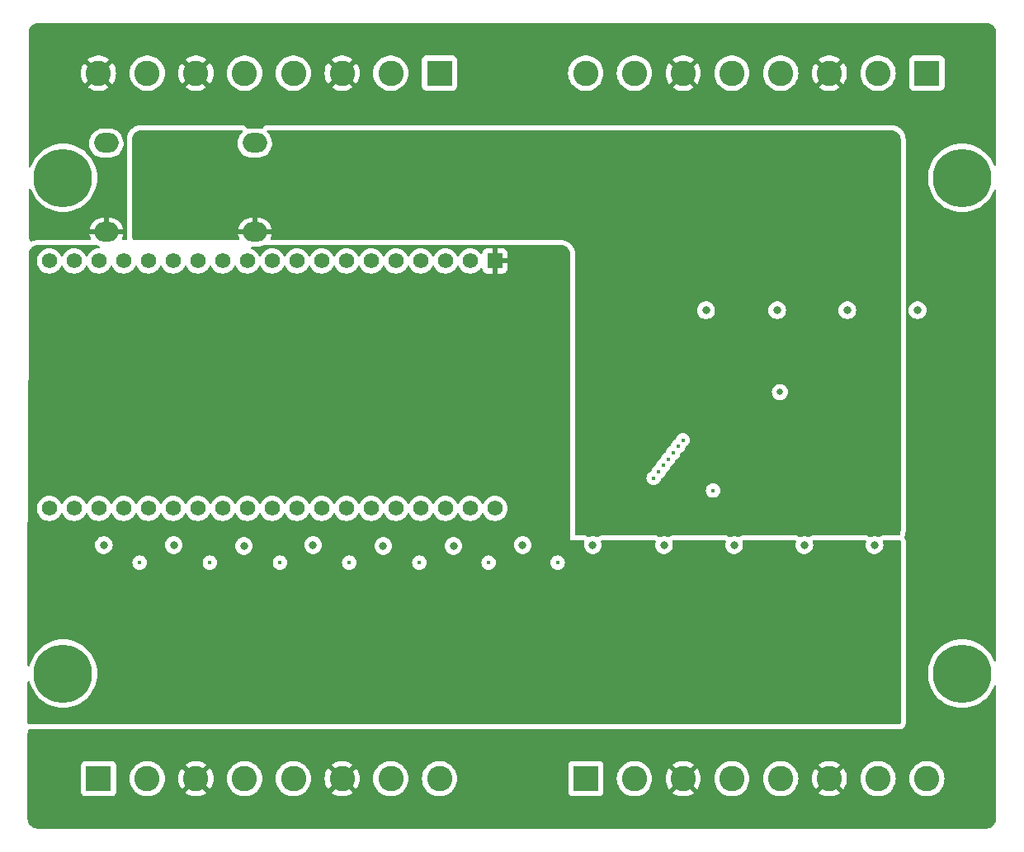
<source format=gbr>
%TF.GenerationSoftware,KiCad,Pcbnew,7.0.10*%
%TF.CreationDate,2024-02-03T19:37:43+01:00*%
%TF.ProjectId,led_stairs_controller,6c65645f-7374-4616-9972-735f636f6e74,V0.1*%
%TF.SameCoordinates,Original*%
%TF.FileFunction,Copper,L3,Inr*%
%TF.FilePolarity,Positive*%
%FSLAX46Y46*%
G04 Gerber Fmt 4.6, Leading zero omitted, Abs format (unit mm)*
G04 Created by KiCad (PCBNEW 7.0.10) date 2024-02-03 19:37:43*
%MOMM*%
%LPD*%
G01*
G04 APERTURE LIST*
%TA.AperFunction,ComponentPad*%
%ADD10R,1.560000X1.560000*%
%TD*%
%TA.AperFunction,ComponentPad*%
%ADD11C,1.560000*%
%TD*%
%TA.AperFunction,ComponentPad*%
%ADD12R,2.600000X2.600000*%
%TD*%
%TA.AperFunction,ComponentPad*%
%ADD13C,2.600000*%
%TD*%
%TA.AperFunction,ComponentPad*%
%ADD14C,6.000000*%
%TD*%
%TA.AperFunction,ComponentPad*%
%ADD15O,2.500000X2.000000*%
%TD*%
%TA.AperFunction,ViaPad*%
%ADD16C,0.800000*%
%TD*%
%TA.AperFunction,ViaPad*%
%ADD17C,0.450000*%
%TD*%
%TA.AperFunction,ViaPad*%
%ADD18C,0.650000*%
%TD*%
G04 APERTURE END LIST*
D10*
%TO.N,+3.3V*%
%TO.C,U2*%
X149360000Y-80437500D03*
D11*
%TO.N,Net-(U2-EN)*%
X146820000Y-80437500D03*
%TO.N,unconnected-(U2-VP-Pad3)*%
X144280000Y-80437500D03*
%TO.N,unconnected-(U2-VN-Pad4)*%
X141740000Y-80437500D03*
%TO.N,unconnected-(U2-34-Pad5)*%
X139200000Y-80437500D03*
%TO.N,unconnected-(U2-35-Pad6)*%
X136660000Y-80437500D03*
%TO.N,unconnected-(U2-32-Pad7)*%
X134120000Y-80437500D03*
%TO.N,unconnected-(U2-33-Pad8)*%
X131580000Y-80437500D03*
%TO.N,unconnected-(U2-25-Pad9)*%
X129040000Y-80437500D03*
%TO.N,unconnected-(U2-26-Pad10)*%
X126500000Y-80437500D03*
%TO.N,unconnected-(U2-27-Pad11)*%
X123960000Y-80437500D03*
%TO.N,unconnected-(U2-14-Pad12)*%
X121420000Y-80437500D03*
%TO.N,unconnected-(U2-12-Pad13)*%
X118880000Y-80437500D03*
%TO.N,GND*%
X116340000Y-80437500D03*
%TO.N,unconnected-(U2-13-Pad15)*%
X113800000Y-80437500D03*
%TO.N,unconnected-(U2-D2-Pad16)*%
X111260000Y-80437500D03*
%TO.N,unconnected-(U2-D3-Pad17)*%
X108720000Y-80437500D03*
%TO.N,unconnected-(U2-CMD-Pad18)*%
X106180000Y-80437500D03*
%TO.N,+5V*%
X103640000Y-80437500D03*
%TO.N,GND*%
X149360000Y-105837500D03*
%TO.N,unconnected-(U2-23-Pad21)*%
X146820000Y-105837500D03*
%TO.N,/SCL_L*%
X144280000Y-105837500D03*
%TO.N,unconnected-(U2-TX-Pad23)*%
X141740000Y-105837500D03*
%TO.N,unconnected-(U2-RX-Pad24)*%
X139200000Y-105837500D03*
%TO.N,/SDA_L*%
X136660000Y-105837500D03*
%TO.N,GND*%
X134120000Y-105837500D03*
%TO.N,unconnected-(U2-19-Pad27)*%
X131580000Y-105837500D03*
%TO.N,unconnected-(U2-18-Pad28)*%
X129040000Y-105837500D03*
%TO.N,unconnected-(U2-5-Pad29)*%
X126500000Y-105837500D03*
%TO.N,unconnected-(U2-17-Pad30)*%
X123960000Y-105837500D03*
%TO.N,unconnected-(U2-16-Pad31)*%
X121420000Y-105837500D03*
%TO.N,unconnected-(U2-4-Pad32)*%
X118880000Y-105837500D03*
%TO.N,unconnected-(U2-0-Pad33)*%
X116340000Y-105837500D03*
%TO.N,unconnected-(U2-2-Pad34)*%
X113800000Y-105837500D03*
%TO.N,unconnected-(U2-15-Pad35)*%
X111260000Y-105837500D03*
%TO.N,unconnected-(U2-D1-Pad36)*%
X108720000Y-105837500D03*
%TO.N,unconnected-(U2-D0-Pad37)*%
X106180000Y-105837500D03*
%TO.N,unconnected-(U2-CLK-Pad38)*%
X103640000Y-105837500D03*
%TD*%
D12*
%TO.N,/LED1_OUT*%
%TO.C,MOD1*%
X108675000Y-133580000D03*
D13*
%TO.N,/LED2_OUT*%
X113675000Y-133580000D03*
%TO.N,VBUS*%
X118675000Y-133580000D03*
%TO.N,/LED3_OUT*%
X123675000Y-133580000D03*
%TO.N,/LED4_OUT*%
X128675000Y-133580000D03*
%TO.N,VBUS*%
X133675000Y-133580000D03*
%TO.N,/LED5_OUT*%
X138675000Y-133580000D03*
%TO.N,/LED6_OUT*%
X143675000Y-133580000D03*
D12*
%TO.N,/LED7_OUT*%
X158675000Y-133580000D03*
D13*
%TO.N,/LED8_OUT*%
X163675000Y-133580000D03*
%TO.N,VBUS*%
X168675000Y-133580000D03*
%TO.N,/LED9_OUT*%
X173675000Y-133580000D03*
%TO.N,/LED10_OUT*%
X178675000Y-133580000D03*
%TO.N,VBUS*%
X183675000Y-133580000D03*
%TO.N,/LED11_OUT*%
X188675000Y-133580000D03*
%TO.N,/LED12_OUT*%
X193675000Y-133580000D03*
D12*
%TO.N,/LED13_OUT*%
X193675000Y-61160000D03*
D13*
%TO.N,/LED14_OUT*%
X188675000Y-61160000D03*
%TO.N,VBUS*%
X183675000Y-61160000D03*
%TO.N,/LED15_OUT*%
X178675000Y-61160000D03*
%TO.N,/LED16_OUT*%
X173675000Y-61160000D03*
%TO.N,VBUS*%
X168675000Y-61160000D03*
%TO.N,/LED17_OUT*%
X163675000Y-61160000D03*
%TO.N,/LED18_OUT*%
X158675000Y-61160000D03*
D12*
%TO.N,GND*%
X143675000Y-61160000D03*
D13*
%TO.N,unconnected-(MOD1-PadD2)*%
X138675000Y-61160000D03*
%TO.N,VBUS*%
X133675000Y-61160000D03*
%TO.N,GND*%
X128675000Y-61160000D03*
%TO.N,unconnected-(MOD1-PadD5)*%
X123675000Y-61160000D03*
%TO.N,VBUS*%
X118675000Y-61160000D03*
%TO.N,GND*%
X113675000Y-61160000D03*
%TO.N,VBUS*%
X108675000Y-61160000D03*
D14*
%TO.N,N/C*%
X105050000Y-71900000D03*
X197300000Y-71900000D03*
X105050000Y-122800000D03*
X197300000Y-122800000D03*
%TD*%
D15*
%TO.N,GND*%
%TO.C,U4*%
X109480000Y-68330000D03*
%TO.N,VBUS*%
X109480000Y-77470000D03*
%TO.N,GND*%
X124720000Y-68330000D03*
%TO.N,+5V*%
X124720000Y-77470000D03*
%TD*%
D16*
%TO.N,GND*%
X159400000Y-109600000D03*
X123600000Y-109700000D03*
D17*
X171742500Y-104000000D03*
D16*
X178320000Y-85500000D03*
X188300000Y-109600000D03*
X181100000Y-109600000D03*
X137900000Y-109700000D03*
X173900000Y-109600000D03*
X152200000Y-109600000D03*
X116400000Y-109600000D03*
D18*
X178600000Y-93900000D03*
D16*
X109220000Y-109600000D03*
X185520000Y-85500000D03*
X192720000Y-85500000D03*
X130700000Y-109600000D03*
X166700000Y-109600000D03*
X171020000Y-85500000D03*
X145100000Y-109700000D03*
D18*
%TO.N,+5V*%
X159000000Y-97400000D03*
X175400000Y-93900000D03*
X159000000Y-89000000D03*
D17*
%TO.N,/LED1*%
X168642500Y-98825000D03*
%TO.N,/LED7*%
X165642500Y-102725000D03*
%TO.N,/LED6*%
X166142500Y-102075000D03*
%TO.N,/LED5*%
X166642500Y-101425000D03*
%TO.N,/LED4*%
X167142500Y-100775000D03*
%TO.N,/LED3*%
X167642500Y-100125000D03*
%TO.N,/LED2*%
X168142500Y-99475000D03*
%TO.N,Net-(Q1-G)*%
X112900000Y-111400000D03*
%TO.N,Net-(Q2-G)*%
X120100000Y-111400000D03*
%TO.N,Net-(Q3-G)*%
X127300000Y-111400000D03*
%TO.N,Net-(Q4-G)*%
X134400000Y-111400000D03*
%TO.N,Net-(Q5-G)*%
X141600000Y-111400000D03*
%TO.N,Net-(Q6-G)*%
X148700000Y-111400000D03*
%TO.N,Net-(Q7-G)*%
X155800000Y-111400000D03*
D18*
%TO.N,+3.3V*%
X150700000Y-90700000D03*
X150800000Y-94200000D03*
X149700000Y-84000000D03*
%TD*%
%TA.AperFunction,Conductor*%
%TO.N,+3.3V*%
G36*
X108545148Y-78814204D02*
G01*
X108636792Y-78862303D01*
X108636794Y-78862303D01*
X108636795Y-78862304D01*
X108682913Y-78877700D01*
X108757075Y-78902460D01*
X108814431Y-78942360D01*
X108841110Y-79006936D01*
X108828641Y-79075684D01*
X108780984Y-79126778D01*
X108725255Y-79142038D01*
X108725393Y-79143606D01*
X108495405Y-79163727D01*
X108495394Y-79163729D01*
X108277631Y-79222078D01*
X108277622Y-79222082D01*
X108073290Y-79317363D01*
X108073288Y-79317364D01*
X107888601Y-79446682D01*
X107729182Y-79606101D01*
X107599864Y-79790788D01*
X107599863Y-79790790D01*
X107562382Y-79871169D01*
X107516209Y-79923608D01*
X107449016Y-79942760D01*
X107382135Y-79922544D01*
X107337618Y-79871169D01*
X107307272Y-79806092D01*
X107300136Y-79790789D01*
X107173317Y-79609672D01*
X107170817Y-79606101D01*
X107011398Y-79446682D01*
X106826711Y-79317364D01*
X106826709Y-79317363D01*
X106790136Y-79300309D01*
X106622376Y-79222081D01*
X106622372Y-79222080D01*
X106622368Y-79222078D01*
X106404605Y-79163729D01*
X106404601Y-79163728D01*
X106404600Y-79163728D01*
X106404599Y-79163727D01*
X106404594Y-79163727D01*
X106180002Y-79144078D01*
X106179998Y-79144078D01*
X105955405Y-79163727D01*
X105955394Y-79163729D01*
X105737631Y-79222078D01*
X105737622Y-79222082D01*
X105533290Y-79317363D01*
X105533288Y-79317364D01*
X105348601Y-79446682D01*
X105189182Y-79606101D01*
X105059864Y-79790788D01*
X105059863Y-79790790D01*
X105022382Y-79871169D01*
X104976209Y-79923608D01*
X104909016Y-79942760D01*
X104842135Y-79922544D01*
X104797618Y-79871169D01*
X104767272Y-79806092D01*
X104760136Y-79790789D01*
X104633317Y-79609672D01*
X104630817Y-79606101D01*
X104471398Y-79446682D01*
X104286711Y-79317364D01*
X104286709Y-79317363D01*
X104250136Y-79300309D01*
X104082376Y-79222081D01*
X104082372Y-79222080D01*
X104082368Y-79222078D01*
X103864605Y-79163729D01*
X103864601Y-79163728D01*
X103864600Y-79163728D01*
X103864599Y-79163727D01*
X103864594Y-79163727D01*
X103640002Y-79144078D01*
X103639998Y-79144078D01*
X103415405Y-79163727D01*
X103415394Y-79163729D01*
X103197631Y-79222078D01*
X103197622Y-79222082D01*
X102993290Y-79317363D01*
X102993288Y-79317364D01*
X102808601Y-79446682D01*
X102649182Y-79606101D01*
X102519864Y-79790788D01*
X102519863Y-79790790D01*
X102424582Y-79995122D01*
X102424578Y-79995131D01*
X102366229Y-80212894D01*
X102366227Y-80212905D01*
X102346578Y-80437498D01*
X102346578Y-80437501D01*
X102366227Y-80662094D01*
X102366229Y-80662105D01*
X102424578Y-80879868D01*
X102424580Y-80879872D01*
X102424581Y-80879876D01*
X102457929Y-80951391D01*
X102519863Y-81084209D01*
X102519864Y-81084211D01*
X102649182Y-81268898D01*
X102808601Y-81428317D01*
X102808604Y-81428319D01*
X102993289Y-81557636D01*
X103197624Y-81652919D01*
X103415400Y-81711272D01*
X103575828Y-81725307D01*
X103639998Y-81730922D01*
X103640000Y-81730922D01*
X103640002Y-81730922D01*
X103696150Y-81726009D01*
X103864600Y-81711272D01*
X104082376Y-81652919D01*
X104286711Y-81557636D01*
X104471396Y-81428319D01*
X104630819Y-81268896D01*
X104760136Y-81084211D01*
X104797618Y-81003829D01*
X104843790Y-80951391D01*
X104910984Y-80932239D01*
X104977865Y-80952455D01*
X105022382Y-81003830D01*
X105059863Y-81084209D01*
X105059864Y-81084211D01*
X105189182Y-81268898D01*
X105348601Y-81428317D01*
X105348604Y-81428319D01*
X105533289Y-81557636D01*
X105737624Y-81652919D01*
X105955400Y-81711272D01*
X106115828Y-81725307D01*
X106179998Y-81730922D01*
X106180000Y-81730922D01*
X106180002Y-81730922D01*
X106236150Y-81726009D01*
X106404600Y-81711272D01*
X106622376Y-81652919D01*
X106826711Y-81557636D01*
X107011396Y-81428319D01*
X107170819Y-81268896D01*
X107300136Y-81084211D01*
X107337618Y-81003829D01*
X107383790Y-80951391D01*
X107450984Y-80932239D01*
X107517865Y-80952455D01*
X107562382Y-81003830D01*
X107599863Y-81084209D01*
X107599864Y-81084211D01*
X107729182Y-81268898D01*
X107888601Y-81428317D01*
X107888604Y-81428319D01*
X108073289Y-81557636D01*
X108277624Y-81652919D01*
X108495400Y-81711272D01*
X108655828Y-81725307D01*
X108719998Y-81730922D01*
X108720000Y-81730922D01*
X108720002Y-81730922D01*
X108776150Y-81726009D01*
X108944600Y-81711272D01*
X109162376Y-81652919D01*
X109366711Y-81557636D01*
X109551396Y-81428319D01*
X109710819Y-81268896D01*
X109840136Y-81084211D01*
X109877618Y-81003829D01*
X109923790Y-80951391D01*
X109990984Y-80932239D01*
X110057865Y-80952455D01*
X110102382Y-81003830D01*
X110139863Y-81084209D01*
X110139864Y-81084211D01*
X110269182Y-81268898D01*
X110428601Y-81428317D01*
X110428604Y-81428319D01*
X110613289Y-81557636D01*
X110817624Y-81652919D01*
X111035400Y-81711272D01*
X111195828Y-81725307D01*
X111259998Y-81730922D01*
X111260000Y-81730922D01*
X111260002Y-81730922D01*
X111316150Y-81726009D01*
X111484600Y-81711272D01*
X111702376Y-81652919D01*
X111906711Y-81557636D01*
X112091396Y-81428319D01*
X112250819Y-81268896D01*
X112380136Y-81084211D01*
X112417618Y-81003829D01*
X112463790Y-80951391D01*
X112530984Y-80932239D01*
X112597865Y-80952455D01*
X112642382Y-81003830D01*
X112679863Y-81084209D01*
X112679864Y-81084211D01*
X112809182Y-81268898D01*
X112968601Y-81428317D01*
X112968604Y-81428319D01*
X113153289Y-81557636D01*
X113357624Y-81652919D01*
X113575400Y-81711272D01*
X113735828Y-81725307D01*
X113799998Y-81730922D01*
X113800000Y-81730922D01*
X113800002Y-81730922D01*
X113856150Y-81726009D01*
X114024600Y-81711272D01*
X114242376Y-81652919D01*
X114446711Y-81557636D01*
X114631396Y-81428319D01*
X114790819Y-81268896D01*
X114920136Y-81084211D01*
X114957618Y-81003829D01*
X115003790Y-80951391D01*
X115070984Y-80932239D01*
X115137865Y-80952455D01*
X115182382Y-81003830D01*
X115219863Y-81084209D01*
X115219864Y-81084211D01*
X115349182Y-81268898D01*
X115508601Y-81428317D01*
X115508604Y-81428319D01*
X115693289Y-81557636D01*
X115897624Y-81652919D01*
X116115400Y-81711272D01*
X116275828Y-81725307D01*
X116339998Y-81730922D01*
X116340000Y-81730922D01*
X116340002Y-81730922D01*
X116396150Y-81726009D01*
X116564600Y-81711272D01*
X116782376Y-81652919D01*
X116986711Y-81557636D01*
X117171396Y-81428319D01*
X117330819Y-81268896D01*
X117460136Y-81084211D01*
X117497618Y-81003829D01*
X117543790Y-80951391D01*
X117610984Y-80932239D01*
X117677865Y-80952455D01*
X117722382Y-81003830D01*
X117759863Y-81084209D01*
X117759864Y-81084211D01*
X117889182Y-81268898D01*
X118048601Y-81428317D01*
X118048604Y-81428319D01*
X118233289Y-81557636D01*
X118437624Y-81652919D01*
X118655400Y-81711272D01*
X118815828Y-81725307D01*
X118879998Y-81730922D01*
X118880000Y-81730922D01*
X118880002Y-81730922D01*
X118936150Y-81726009D01*
X119104600Y-81711272D01*
X119322376Y-81652919D01*
X119526711Y-81557636D01*
X119711396Y-81428319D01*
X119870819Y-81268896D01*
X120000136Y-81084211D01*
X120037618Y-81003829D01*
X120083790Y-80951391D01*
X120150984Y-80932239D01*
X120217865Y-80952455D01*
X120262382Y-81003830D01*
X120299863Y-81084209D01*
X120299864Y-81084211D01*
X120429182Y-81268898D01*
X120588601Y-81428317D01*
X120588604Y-81428319D01*
X120773289Y-81557636D01*
X120977624Y-81652919D01*
X121195400Y-81711272D01*
X121355828Y-81725307D01*
X121419998Y-81730922D01*
X121420000Y-81730922D01*
X121420002Y-81730922D01*
X121476150Y-81726009D01*
X121644600Y-81711272D01*
X121862376Y-81652919D01*
X122066711Y-81557636D01*
X122251396Y-81428319D01*
X122410819Y-81268896D01*
X122540136Y-81084211D01*
X122577618Y-81003829D01*
X122623790Y-80951391D01*
X122690984Y-80932239D01*
X122757865Y-80952455D01*
X122802382Y-81003830D01*
X122839863Y-81084209D01*
X122839864Y-81084211D01*
X122969182Y-81268898D01*
X123128601Y-81428317D01*
X123128604Y-81428319D01*
X123313289Y-81557636D01*
X123517624Y-81652919D01*
X123735400Y-81711272D01*
X123895828Y-81725307D01*
X123959998Y-81730922D01*
X123960000Y-81730922D01*
X123960002Y-81730922D01*
X124016150Y-81726009D01*
X124184600Y-81711272D01*
X124402376Y-81652919D01*
X124606711Y-81557636D01*
X124791396Y-81428319D01*
X124950819Y-81268896D01*
X125080136Y-81084211D01*
X125117618Y-81003829D01*
X125163790Y-80951391D01*
X125230984Y-80932239D01*
X125297865Y-80952455D01*
X125342382Y-81003830D01*
X125379863Y-81084209D01*
X125379864Y-81084211D01*
X125509182Y-81268898D01*
X125668601Y-81428317D01*
X125668604Y-81428319D01*
X125853289Y-81557636D01*
X126057624Y-81652919D01*
X126275400Y-81711272D01*
X126435828Y-81725307D01*
X126499998Y-81730922D01*
X126500000Y-81730922D01*
X126500002Y-81730922D01*
X126556150Y-81726009D01*
X126724600Y-81711272D01*
X126942376Y-81652919D01*
X127146711Y-81557636D01*
X127331396Y-81428319D01*
X127490819Y-81268896D01*
X127620136Y-81084211D01*
X127657618Y-81003829D01*
X127703790Y-80951391D01*
X127770984Y-80932239D01*
X127837865Y-80952455D01*
X127882382Y-81003830D01*
X127919863Y-81084209D01*
X127919864Y-81084211D01*
X128049182Y-81268898D01*
X128208601Y-81428317D01*
X128208604Y-81428319D01*
X128393289Y-81557636D01*
X128597624Y-81652919D01*
X128815400Y-81711272D01*
X128975828Y-81725307D01*
X129039998Y-81730922D01*
X129040000Y-81730922D01*
X129040002Y-81730922D01*
X129096150Y-81726009D01*
X129264600Y-81711272D01*
X129482376Y-81652919D01*
X129686711Y-81557636D01*
X129871396Y-81428319D01*
X130030819Y-81268896D01*
X130160136Y-81084211D01*
X130197618Y-81003829D01*
X130243790Y-80951391D01*
X130310984Y-80932239D01*
X130377865Y-80952455D01*
X130422382Y-81003830D01*
X130459863Y-81084209D01*
X130459864Y-81084211D01*
X130589182Y-81268898D01*
X130748601Y-81428317D01*
X130748604Y-81428319D01*
X130933289Y-81557636D01*
X131137624Y-81652919D01*
X131355400Y-81711272D01*
X131515828Y-81725307D01*
X131579998Y-81730922D01*
X131580000Y-81730922D01*
X131580002Y-81730922D01*
X131636150Y-81726009D01*
X131804600Y-81711272D01*
X132022376Y-81652919D01*
X132226711Y-81557636D01*
X132411396Y-81428319D01*
X132570819Y-81268896D01*
X132700136Y-81084211D01*
X132737618Y-81003829D01*
X132783790Y-80951391D01*
X132850984Y-80932239D01*
X132917865Y-80952455D01*
X132962382Y-81003830D01*
X132999863Y-81084209D01*
X132999864Y-81084211D01*
X133129182Y-81268898D01*
X133288601Y-81428317D01*
X133288604Y-81428319D01*
X133473289Y-81557636D01*
X133677624Y-81652919D01*
X133895400Y-81711272D01*
X134055828Y-81725307D01*
X134119998Y-81730922D01*
X134120000Y-81730922D01*
X134120002Y-81730922D01*
X134176150Y-81726009D01*
X134344600Y-81711272D01*
X134562376Y-81652919D01*
X134766711Y-81557636D01*
X134951396Y-81428319D01*
X135110819Y-81268896D01*
X135240136Y-81084211D01*
X135277618Y-81003829D01*
X135323790Y-80951391D01*
X135390984Y-80932239D01*
X135457865Y-80952455D01*
X135502382Y-81003830D01*
X135539863Y-81084209D01*
X135539864Y-81084211D01*
X135669182Y-81268898D01*
X135828601Y-81428317D01*
X135828604Y-81428319D01*
X136013289Y-81557636D01*
X136217624Y-81652919D01*
X136435400Y-81711272D01*
X136595828Y-81725307D01*
X136659998Y-81730922D01*
X136660000Y-81730922D01*
X136660002Y-81730922D01*
X136716150Y-81726009D01*
X136884600Y-81711272D01*
X137102376Y-81652919D01*
X137306711Y-81557636D01*
X137491396Y-81428319D01*
X137650819Y-81268896D01*
X137780136Y-81084211D01*
X137817618Y-81003829D01*
X137863790Y-80951391D01*
X137930984Y-80932239D01*
X137997865Y-80952455D01*
X138042382Y-81003830D01*
X138079863Y-81084209D01*
X138079864Y-81084211D01*
X138209182Y-81268898D01*
X138368601Y-81428317D01*
X138368604Y-81428319D01*
X138553289Y-81557636D01*
X138757624Y-81652919D01*
X138975400Y-81711272D01*
X139135828Y-81725307D01*
X139199998Y-81730922D01*
X139200000Y-81730922D01*
X139200002Y-81730922D01*
X139256150Y-81726009D01*
X139424600Y-81711272D01*
X139642376Y-81652919D01*
X139846711Y-81557636D01*
X140031396Y-81428319D01*
X140190819Y-81268896D01*
X140320136Y-81084211D01*
X140357618Y-81003829D01*
X140403790Y-80951391D01*
X140470984Y-80932239D01*
X140537865Y-80952455D01*
X140582382Y-81003830D01*
X140619863Y-81084209D01*
X140619864Y-81084211D01*
X140749182Y-81268898D01*
X140908601Y-81428317D01*
X140908604Y-81428319D01*
X141093289Y-81557636D01*
X141297624Y-81652919D01*
X141515400Y-81711272D01*
X141675828Y-81725307D01*
X141739998Y-81730922D01*
X141740000Y-81730922D01*
X141740002Y-81730922D01*
X141796150Y-81726009D01*
X141964600Y-81711272D01*
X142182376Y-81652919D01*
X142386711Y-81557636D01*
X142571396Y-81428319D01*
X142730819Y-81268896D01*
X142860136Y-81084211D01*
X142897618Y-81003829D01*
X142943790Y-80951391D01*
X143010984Y-80932239D01*
X143077865Y-80952455D01*
X143122382Y-81003830D01*
X143159863Y-81084209D01*
X143159864Y-81084211D01*
X143289182Y-81268898D01*
X143448601Y-81428317D01*
X143448604Y-81428319D01*
X143633289Y-81557636D01*
X143837624Y-81652919D01*
X144055400Y-81711272D01*
X144215828Y-81725307D01*
X144279998Y-81730922D01*
X144280000Y-81730922D01*
X144280002Y-81730922D01*
X144336150Y-81726009D01*
X144504600Y-81711272D01*
X144722376Y-81652919D01*
X144926711Y-81557636D01*
X145111396Y-81428319D01*
X145270819Y-81268896D01*
X145400136Y-81084211D01*
X145437618Y-81003829D01*
X145483790Y-80951391D01*
X145550984Y-80932239D01*
X145617865Y-80952455D01*
X145662382Y-81003830D01*
X145699863Y-81084209D01*
X145699864Y-81084211D01*
X145829182Y-81268898D01*
X145988601Y-81428317D01*
X145988604Y-81428319D01*
X146173289Y-81557636D01*
X146377624Y-81652919D01*
X146595400Y-81711272D01*
X146755828Y-81725307D01*
X146819998Y-81730922D01*
X146820000Y-81730922D01*
X146820002Y-81730922D01*
X146876150Y-81726009D01*
X147044600Y-81711272D01*
X147262376Y-81652919D01*
X147466711Y-81557636D01*
X147651396Y-81428319D01*
X147810819Y-81268896D01*
X147854963Y-81205851D01*
X147909538Y-81162227D01*
X147979036Y-81155033D01*
X148041391Y-81186555D01*
X148076806Y-81246784D01*
X148079826Y-81263718D01*
X148086401Y-81324873D01*
X148086403Y-81324879D01*
X148136645Y-81459586D01*
X148136649Y-81459593D01*
X148222809Y-81574687D01*
X148222812Y-81574690D01*
X148337906Y-81660850D01*
X148337913Y-81660854D01*
X148472620Y-81711096D01*
X148472627Y-81711098D01*
X148532155Y-81717499D01*
X148532172Y-81717500D01*
X149110000Y-81717500D01*
X149110000Y-80894071D01*
X149150884Y-80918934D01*
X149288528Y-80957500D01*
X149395571Y-80957500D01*
X149501613Y-80942925D01*
X149610000Y-80895845D01*
X149610000Y-81717500D01*
X150187828Y-81717500D01*
X150187844Y-81717499D01*
X150247372Y-81711098D01*
X150247379Y-81711096D01*
X150382086Y-81660854D01*
X150382093Y-81660850D01*
X150497187Y-81574690D01*
X150497190Y-81574687D01*
X150583350Y-81459593D01*
X150583354Y-81459586D01*
X150633596Y-81324879D01*
X150633598Y-81324872D01*
X150639999Y-81265344D01*
X150640000Y-81265327D01*
X150640000Y-80687500D01*
X149820029Y-80687500D01*
X149826041Y-80678983D01*
X149873910Y-80544292D01*
X149883665Y-80401680D01*
X149854582Y-80261725D01*
X149816122Y-80187500D01*
X150640000Y-80187500D01*
X150640000Y-79609672D01*
X150639999Y-79609655D01*
X150633598Y-79550127D01*
X150633596Y-79550120D01*
X150583354Y-79415413D01*
X150583350Y-79415406D01*
X150497190Y-79300312D01*
X150497187Y-79300309D01*
X150382093Y-79214149D01*
X150382086Y-79214145D01*
X150247379Y-79163903D01*
X150247372Y-79163901D01*
X150187844Y-79157500D01*
X149610000Y-79157500D01*
X149610000Y-79980928D01*
X149569116Y-79956066D01*
X149431472Y-79917500D01*
X149324429Y-79917500D01*
X149218387Y-79932075D01*
X149110000Y-79979154D01*
X149110000Y-79157500D01*
X148532155Y-79157500D01*
X148472627Y-79163901D01*
X148472620Y-79163903D01*
X148337913Y-79214145D01*
X148337906Y-79214149D01*
X148222812Y-79300309D01*
X148222809Y-79300312D01*
X148136649Y-79415406D01*
X148136645Y-79415413D01*
X148086403Y-79550120D01*
X148086401Y-79550126D01*
X148079826Y-79611281D01*
X148053087Y-79675832D01*
X147995694Y-79715679D01*
X147925869Y-79718172D01*
X147865781Y-79682518D01*
X147854962Y-79669147D01*
X147810817Y-79606101D01*
X147651398Y-79446682D01*
X147466711Y-79317364D01*
X147466709Y-79317363D01*
X147430136Y-79300309D01*
X147262376Y-79222081D01*
X147262372Y-79222080D01*
X147262368Y-79222078D01*
X147044605Y-79163729D01*
X147044601Y-79163728D01*
X147044600Y-79163728D01*
X147044599Y-79163727D01*
X147044594Y-79163727D01*
X146820002Y-79144078D01*
X146819998Y-79144078D01*
X146595405Y-79163727D01*
X146595394Y-79163729D01*
X146377631Y-79222078D01*
X146377622Y-79222082D01*
X146173290Y-79317363D01*
X146173288Y-79317364D01*
X145988601Y-79446682D01*
X145829182Y-79606101D01*
X145699864Y-79790788D01*
X145699863Y-79790790D01*
X145662382Y-79871169D01*
X145616209Y-79923608D01*
X145549016Y-79942760D01*
X145482135Y-79922544D01*
X145437618Y-79871169D01*
X145407272Y-79806092D01*
X145400136Y-79790789D01*
X145273317Y-79609672D01*
X145270817Y-79606101D01*
X145111398Y-79446682D01*
X144926711Y-79317364D01*
X144926709Y-79317363D01*
X144890136Y-79300309D01*
X144722376Y-79222081D01*
X144722372Y-79222080D01*
X144722368Y-79222078D01*
X144504605Y-79163729D01*
X144504601Y-79163728D01*
X144504600Y-79163728D01*
X144504599Y-79163727D01*
X144504594Y-79163727D01*
X144280002Y-79144078D01*
X144279998Y-79144078D01*
X144055405Y-79163727D01*
X144055394Y-79163729D01*
X143837631Y-79222078D01*
X143837622Y-79222082D01*
X143633290Y-79317363D01*
X143633288Y-79317364D01*
X143448601Y-79446682D01*
X143289182Y-79606101D01*
X143159864Y-79790788D01*
X143159863Y-79790790D01*
X143122382Y-79871169D01*
X143076209Y-79923608D01*
X143009016Y-79942760D01*
X142942135Y-79922544D01*
X142897618Y-79871169D01*
X142867272Y-79806092D01*
X142860136Y-79790789D01*
X142733317Y-79609672D01*
X142730817Y-79606101D01*
X142571398Y-79446682D01*
X142386711Y-79317364D01*
X142386709Y-79317363D01*
X142350136Y-79300309D01*
X142182376Y-79222081D01*
X142182372Y-79222080D01*
X142182368Y-79222078D01*
X141964605Y-79163729D01*
X141964601Y-79163728D01*
X141964600Y-79163728D01*
X141964599Y-79163727D01*
X141964594Y-79163727D01*
X141740002Y-79144078D01*
X141739998Y-79144078D01*
X141515405Y-79163727D01*
X141515394Y-79163729D01*
X141297631Y-79222078D01*
X141297622Y-79222082D01*
X141093290Y-79317363D01*
X141093288Y-79317364D01*
X140908601Y-79446682D01*
X140749182Y-79606101D01*
X140619864Y-79790788D01*
X140619863Y-79790790D01*
X140582382Y-79871169D01*
X140536209Y-79923608D01*
X140469016Y-79942760D01*
X140402135Y-79922544D01*
X140357618Y-79871169D01*
X140327272Y-79806092D01*
X140320136Y-79790789D01*
X140193317Y-79609672D01*
X140190817Y-79606101D01*
X140031398Y-79446682D01*
X139846711Y-79317364D01*
X139846709Y-79317363D01*
X139810136Y-79300309D01*
X139642376Y-79222081D01*
X139642372Y-79222080D01*
X139642368Y-79222078D01*
X139424605Y-79163729D01*
X139424601Y-79163728D01*
X139424600Y-79163728D01*
X139424599Y-79163727D01*
X139424594Y-79163727D01*
X139200002Y-79144078D01*
X139199998Y-79144078D01*
X138975405Y-79163727D01*
X138975394Y-79163729D01*
X138757631Y-79222078D01*
X138757622Y-79222082D01*
X138553290Y-79317363D01*
X138553288Y-79317364D01*
X138368601Y-79446682D01*
X138209182Y-79606101D01*
X138079864Y-79790788D01*
X138079863Y-79790790D01*
X138042382Y-79871169D01*
X137996209Y-79923608D01*
X137929016Y-79942760D01*
X137862135Y-79922544D01*
X137817618Y-79871169D01*
X137787272Y-79806092D01*
X137780136Y-79790789D01*
X137653317Y-79609672D01*
X137650817Y-79606101D01*
X137491398Y-79446682D01*
X137306711Y-79317364D01*
X137306709Y-79317363D01*
X137270136Y-79300309D01*
X137102376Y-79222081D01*
X137102372Y-79222080D01*
X137102368Y-79222078D01*
X136884605Y-79163729D01*
X136884601Y-79163728D01*
X136884600Y-79163728D01*
X136884599Y-79163727D01*
X136884594Y-79163727D01*
X136660002Y-79144078D01*
X136659998Y-79144078D01*
X136435405Y-79163727D01*
X136435394Y-79163729D01*
X136217631Y-79222078D01*
X136217622Y-79222082D01*
X136013290Y-79317363D01*
X136013288Y-79317364D01*
X135828601Y-79446682D01*
X135669182Y-79606101D01*
X135539864Y-79790788D01*
X135539863Y-79790790D01*
X135502382Y-79871169D01*
X135456209Y-79923608D01*
X135389016Y-79942760D01*
X135322135Y-79922544D01*
X135277618Y-79871169D01*
X135247272Y-79806092D01*
X135240136Y-79790789D01*
X135113317Y-79609672D01*
X135110817Y-79606101D01*
X134951398Y-79446682D01*
X134766711Y-79317364D01*
X134766709Y-79317363D01*
X134730136Y-79300309D01*
X134562376Y-79222081D01*
X134562372Y-79222080D01*
X134562368Y-79222078D01*
X134344605Y-79163729D01*
X134344601Y-79163728D01*
X134344600Y-79163728D01*
X134344599Y-79163727D01*
X134344594Y-79163727D01*
X134120002Y-79144078D01*
X134119998Y-79144078D01*
X133895405Y-79163727D01*
X133895394Y-79163729D01*
X133677631Y-79222078D01*
X133677622Y-79222082D01*
X133473290Y-79317363D01*
X133473288Y-79317364D01*
X133288601Y-79446682D01*
X133129182Y-79606101D01*
X132999864Y-79790788D01*
X132999863Y-79790790D01*
X132962382Y-79871169D01*
X132916209Y-79923608D01*
X132849016Y-79942760D01*
X132782135Y-79922544D01*
X132737618Y-79871169D01*
X132707272Y-79806092D01*
X132700136Y-79790789D01*
X132573317Y-79609672D01*
X132570817Y-79606101D01*
X132411398Y-79446682D01*
X132226711Y-79317364D01*
X132226709Y-79317363D01*
X132190136Y-79300309D01*
X132022376Y-79222081D01*
X132022372Y-79222080D01*
X132022368Y-79222078D01*
X131804605Y-79163729D01*
X131804601Y-79163728D01*
X131804600Y-79163728D01*
X131804599Y-79163727D01*
X131804594Y-79163727D01*
X131580002Y-79144078D01*
X131579998Y-79144078D01*
X131355405Y-79163727D01*
X131355394Y-79163729D01*
X131137631Y-79222078D01*
X131137622Y-79222082D01*
X130933290Y-79317363D01*
X130933288Y-79317364D01*
X130748601Y-79446682D01*
X130589182Y-79606101D01*
X130459864Y-79790788D01*
X130459863Y-79790790D01*
X130422382Y-79871169D01*
X130376209Y-79923608D01*
X130309016Y-79942760D01*
X130242135Y-79922544D01*
X130197618Y-79871169D01*
X130167272Y-79806092D01*
X130160136Y-79790789D01*
X130033317Y-79609672D01*
X130030817Y-79606101D01*
X129871398Y-79446682D01*
X129686711Y-79317364D01*
X129686709Y-79317363D01*
X129650136Y-79300309D01*
X129482376Y-79222081D01*
X129482372Y-79222080D01*
X129482368Y-79222078D01*
X129264605Y-79163729D01*
X129264601Y-79163728D01*
X129264600Y-79163728D01*
X129264599Y-79163727D01*
X129264594Y-79163727D01*
X129040002Y-79144078D01*
X129039998Y-79144078D01*
X128815405Y-79163727D01*
X128815394Y-79163729D01*
X128597631Y-79222078D01*
X128597622Y-79222082D01*
X128393290Y-79317363D01*
X128393288Y-79317364D01*
X128208601Y-79446682D01*
X128049182Y-79606101D01*
X127919864Y-79790788D01*
X127919863Y-79790790D01*
X127882382Y-79871169D01*
X127836209Y-79923608D01*
X127769016Y-79942760D01*
X127702135Y-79922544D01*
X127657618Y-79871169D01*
X127627272Y-79806092D01*
X127620136Y-79790789D01*
X127493317Y-79609672D01*
X127490817Y-79606101D01*
X127331398Y-79446682D01*
X127146711Y-79317364D01*
X127146709Y-79317363D01*
X127110136Y-79300309D01*
X126942376Y-79222081D01*
X126942372Y-79222080D01*
X126942368Y-79222078D01*
X126724605Y-79163729D01*
X126724601Y-79163728D01*
X126724600Y-79163728D01*
X126724599Y-79163727D01*
X126724594Y-79163727D01*
X126500002Y-79144078D01*
X126499998Y-79144078D01*
X126275405Y-79163727D01*
X126275394Y-79163729D01*
X126057631Y-79222078D01*
X126057622Y-79222082D01*
X125853290Y-79317363D01*
X125853288Y-79317364D01*
X125668601Y-79446682D01*
X125509182Y-79606101D01*
X125379864Y-79790788D01*
X125379863Y-79790790D01*
X125342382Y-79871169D01*
X125296209Y-79923608D01*
X125229016Y-79942760D01*
X125162135Y-79922544D01*
X125117618Y-79871169D01*
X125087272Y-79806092D01*
X125080136Y-79790789D01*
X124953317Y-79609672D01*
X124950817Y-79606101D01*
X124791398Y-79446682D01*
X124606711Y-79317364D01*
X124606709Y-79317363D01*
X124570136Y-79300309D01*
X124402376Y-79222081D01*
X124402369Y-79222079D01*
X124397282Y-79220227D01*
X124397728Y-79219000D01*
X124343442Y-79185912D01*
X124312911Y-79123066D01*
X124321205Y-79053690D01*
X124365689Y-78999811D01*
X124432240Y-78978535D01*
X124435194Y-78978500D01*
X125030787Y-78978500D01*
X125030797Y-78978500D01*
X125212768Y-78963810D01*
X125449248Y-78905523D01*
X125526577Y-78872576D01*
X125673630Y-78809923D01*
X125722234Y-78800000D01*
X156093907Y-78800000D01*
X156106061Y-78800597D01*
X156282941Y-78818018D01*
X156306769Y-78822757D01*
X156471001Y-78872576D01*
X156493453Y-78881877D01*
X156644798Y-78962772D01*
X156665008Y-78976276D01*
X156667761Y-78978535D01*
X156797666Y-79085145D01*
X156814854Y-79102333D01*
X156923722Y-79234989D01*
X156937227Y-79255201D01*
X157018121Y-79406543D01*
X157027424Y-79429001D01*
X157077240Y-79593224D01*
X157081982Y-79617065D01*
X157099403Y-79793938D01*
X157100000Y-79806092D01*
X157100000Y-109100000D01*
X152960370Y-109100000D01*
X152939040Y-109063056D01*
X152811253Y-108921134D01*
X152656752Y-108808882D01*
X152482288Y-108731206D01*
X152482286Y-108731205D01*
X152295487Y-108691500D01*
X152104513Y-108691500D01*
X151917714Y-108731205D01*
X151743246Y-108808883D01*
X151588745Y-108921135D01*
X151460959Y-109063057D01*
X151439630Y-109100000D01*
X145782264Y-109100000D01*
X145780778Y-109098350D01*
X145711253Y-109021134D01*
X145556752Y-108908882D01*
X145382288Y-108831206D01*
X145382286Y-108831205D01*
X145195487Y-108791500D01*
X145004513Y-108791500D01*
X144817714Y-108831205D01*
X144643246Y-108908883D01*
X144488745Y-109021135D01*
X144417735Y-109100000D01*
X138582264Y-109100000D01*
X138580778Y-109098350D01*
X138511253Y-109021134D01*
X138356752Y-108908882D01*
X138182288Y-108831206D01*
X138182286Y-108831205D01*
X137995487Y-108791500D01*
X137804513Y-108791500D01*
X137617714Y-108831205D01*
X137443246Y-108908883D01*
X137288745Y-109021135D01*
X137217735Y-109100000D01*
X131460370Y-109100000D01*
X131439040Y-109063056D01*
X131311253Y-108921134D01*
X131156752Y-108808882D01*
X130982288Y-108731206D01*
X130982286Y-108731205D01*
X130795487Y-108691500D01*
X130604513Y-108691500D01*
X130417714Y-108731205D01*
X130243246Y-108808883D01*
X130088745Y-108921135D01*
X129960959Y-109063057D01*
X129939630Y-109100000D01*
X124282264Y-109100000D01*
X124280778Y-109098350D01*
X124211253Y-109021134D01*
X124056752Y-108908882D01*
X123882288Y-108831206D01*
X123882286Y-108831205D01*
X123695487Y-108791500D01*
X123504513Y-108791500D01*
X123317714Y-108831205D01*
X123143246Y-108908883D01*
X122988745Y-109021135D01*
X122917735Y-109100000D01*
X117160370Y-109100000D01*
X117139040Y-109063056D01*
X117011253Y-108921134D01*
X116856752Y-108808882D01*
X116682288Y-108731206D01*
X116682286Y-108731205D01*
X116495487Y-108691500D01*
X116304513Y-108691500D01*
X116117714Y-108731205D01*
X115943246Y-108808883D01*
X115788745Y-108921135D01*
X115660959Y-109063057D01*
X115639630Y-109100000D01*
X109980370Y-109100000D01*
X109959040Y-109063056D01*
X109831253Y-108921134D01*
X109676752Y-108808882D01*
X109502288Y-108731206D01*
X109502286Y-108731205D01*
X109315487Y-108691500D01*
X109124513Y-108691500D01*
X108937714Y-108731205D01*
X108763246Y-108808883D01*
X108608745Y-108921135D01*
X108480959Y-109063057D01*
X108459630Y-109100000D01*
X101400001Y-109100000D01*
X101400005Y-109098350D01*
X101400016Y-109098350D01*
X101400005Y-109098241D01*
X101400967Y-108807107D01*
X101410768Y-105837501D01*
X102346578Y-105837501D01*
X102366227Y-106062094D01*
X102366229Y-106062105D01*
X102424578Y-106279868D01*
X102424580Y-106279872D01*
X102424581Y-106279876D01*
X102457929Y-106351391D01*
X102519863Y-106484209D01*
X102519864Y-106484211D01*
X102649182Y-106668898D01*
X102808601Y-106828317D01*
X102808604Y-106828319D01*
X102993289Y-106957636D01*
X103197624Y-107052919D01*
X103415400Y-107111272D01*
X103575828Y-107125307D01*
X103639998Y-107130922D01*
X103640000Y-107130922D01*
X103640002Y-107130922D01*
X103696150Y-107126009D01*
X103864600Y-107111272D01*
X104082376Y-107052919D01*
X104286711Y-106957636D01*
X104471396Y-106828319D01*
X104630819Y-106668896D01*
X104760136Y-106484211D01*
X104797618Y-106403829D01*
X104843790Y-106351391D01*
X104910984Y-106332239D01*
X104977865Y-106352455D01*
X105022382Y-106403830D01*
X105059863Y-106484209D01*
X105059864Y-106484211D01*
X105189182Y-106668898D01*
X105348601Y-106828317D01*
X105348604Y-106828319D01*
X105533289Y-106957636D01*
X105737624Y-107052919D01*
X105955400Y-107111272D01*
X106115828Y-107125307D01*
X106179998Y-107130922D01*
X106180000Y-107130922D01*
X106180002Y-107130922D01*
X106236150Y-107126009D01*
X106404600Y-107111272D01*
X106622376Y-107052919D01*
X106826711Y-106957636D01*
X107011396Y-106828319D01*
X107170819Y-106668896D01*
X107300136Y-106484211D01*
X107337618Y-106403829D01*
X107383790Y-106351391D01*
X107450984Y-106332239D01*
X107517865Y-106352455D01*
X107562382Y-106403830D01*
X107599863Y-106484209D01*
X107599864Y-106484211D01*
X107729182Y-106668898D01*
X107888601Y-106828317D01*
X107888604Y-106828319D01*
X108073289Y-106957636D01*
X108277624Y-107052919D01*
X108495400Y-107111272D01*
X108655828Y-107125307D01*
X108719998Y-107130922D01*
X108720000Y-107130922D01*
X108720002Y-107130922D01*
X108776150Y-107126009D01*
X108944600Y-107111272D01*
X109162376Y-107052919D01*
X109366711Y-106957636D01*
X109551396Y-106828319D01*
X109710819Y-106668896D01*
X109840136Y-106484211D01*
X109877618Y-106403829D01*
X109923790Y-106351391D01*
X109990984Y-106332239D01*
X110057865Y-106352455D01*
X110102382Y-106403830D01*
X110139863Y-106484209D01*
X110139864Y-106484211D01*
X110269182Y-106668898D01*
X110428601Y-106828317D01*
X110428604Y-106828319D01*
X110613289Y-106957636D01*
X110817624Y-107052919D01*
X111035400Y-107111272D01*
X111195828Y-107125307D01*
X111259998Y-107130922D01*
X111260000Y-107130922D01*
X111260002Y-107130922D01*
X111316150Y-107126009D01*
X111484600Y-107111272D01*
X111702376Y-107052919D01*
X111906711Y-106957636D01*
X112091396Y-106828319D01*
X112250819Y-106668896D01*
X112380136Y-106484211D01*
X112417618Y-106403829D01*
X112463790Y-106351391D01*
X112530984Y-106332239D01*
X112597865Y-106352455D01*
X112642382Y-106403830D01*
X112679863Y-106484209D01*
X112679864Y-106484211D01*
X112809182Y-106668898D01*
X112968601Y-106828317D01*
X112968604Y-106828319D01*
X113153289Y-106957636D01*
X113357624Y-107052919D01*
X113575400Y-107111272D01*
X113735828Y-107125307D01*
X113799998Y-107130922D01*
X113800000Y-107130922D01*
X113800002Y-107130922D01*
X113856150Y-107126009D01*
X114024600Y-107111272D01*
X114242376Y-107052919D01*
X114446711Y-106957636D01*
X114631396Y-106828319D01*
X114790819Y-106668896D01*
X114920136Y-106484211D01*
X114957618Y-106403829D01*
X115003790Y-106351391D01*
X115070984Y-106332239D01*
X115137865Y-106352455D01*
X115182382Y-106403830D01*
X115219863Y-106484209D01*
X115219864Y-106484211D01*
X115349182Y-106668898D01*
X115508601Y-106828317D01*
X115508604Y-106828319D01*
X115693289Y-106957636D01*
X115897624Y-107052919D01*
X116115400Y-107111272D01*
X116275828Y-107125307D01*
X116339998Y-107130922D01*
X116340000Y-107130922D01*
X116340002Y-107130922D01*
X116396150Y-107126009D01*
X116564600Y-107111272D01*
X116782376Y-107052919D01*
X116986711Y-106957636D01*
X117171396Y-106828319D01*
X117330819Y-106668896D01*
X117460136Y-106484211D01*
X117497618Y-106403829D01*
X117543790Y-106351391D01*
X117610984Y-106332239D01*
X117677865Y-106352455D01*
X117722382Y-106403830D01*
X117759863Y-106484209D01*
X117759864Y-106484211D01*
X117889182Y-106668898D01*
X118048601Y-106828317D01*
X118048604Y-106828319D01*
X118233289Y-106957636D01*
X118437624Y-107052919D01*
X118655400Y-107111272D01*
X118815828Y-107125307D01*
X118879998Y-107130922D01*
X118880000Y-107130922D01*
X118880002Y-107130922D01*
X118936150Y-107126009D01*
X119104600Y-107111272D01*
X119322376Y-107052919D01*
X119526711Y-106957636D01*
X119711396Y-106828319D01*
X119870819Y-106668896D01*
X120000136Y-106484211D01*
X120037618Y-106403829D01*
X120083790Y-106351391D01*
X120150984Y-106332239D01*
X120217865Y-106352455D01*
X120262382Y-106403830D01*
X120299863Y-106484209D01*
X120299864Y-106484211D01*
X120429182Y-106668898D01*
X120588601Y-106828317D01*
X120588604Y-106828319D01*
X120773289Y-106957636D01*
X120977624Y-107052919D01*
X121195400Y-107111272D01*
X121355828Y-107125307D01*
X121419998Y-107130922D01*
X121420000Y-107130922D01*
X121420002Y-107130922D01*
X121476150Y-107126009D01*
X121644600Y-107111272D01*
X121862376Y-107052919D01*
X122066711Y-106957636D01*
X122251396Y-106828319D01*
X122410819Y-106668896D01*
X122540136Y-106484211D01*
X122577618Y-106403829D01*
X122623790Y-106351391D01*
X122690984Y-106332239D01*
X122757865Y-106352455D01*
X122802382Y-106403830D01*
X122839863Y-106484209D01*
X122839864Y-106484211D01*
X122969182Y-106668898D01*
X123128601Y-106828317D01*
X123128604Y-106828319D01*
X123313289Y-106957636D01*
X123517624Y-107052919D01*
X123735400Y-107111272D01*
X123895828Y-107125307D01*
X123959998Y-107130922D01*
X123960000Y-107130922D01*
X123960002Y-107130922D01*
X124016150Y-107126009D01*
X124184600Y-107111272D01*
X124402376Y-107052919D01*
X124606711Y-106957636D01*
X124791396Y-106828319D01*
X124950819Y-106668896D01*
X125080136Y-106484211D01*
X125117618Y-106403829D01*
X125163790Y-106351391D01*
X125230984Y-106332239D01*
X125297865Y-106352455D01*
X125342382Y-106403830D01*
X125379863Y-106484209D01*
X125379864Y-106484211D01*
X125509182Y-106668898D01*
X125668601Y-106828317D01*
X125668604Y-106828319D01*
X125853289Y-106957636D01*
X126057624Y-107052919D01*
X126275400Y-107111272D01*
X126435828Y-107125307D01*
X126499998Y-107130922D01*
X126500000Y-107130922D01*
X126500002Y-107130922D01*
X126556150Y-107126009D01*
X126724600Y-107111272D01*
X126942376Y-107052919D01*
X127146711Y-106957636D01*
X127331396Y-106828319D01*
X127490819Y-106668896D01*
X127620136Y-106484211D01*
X127657618Y-106403829D01*
X127703790Y-106351391D01*
X127770984Y-106332239D01*
X127837865Y-106352455D01*
X127882382Y-106403830D01*
X127919863Y-106484209D01*
X127919864Y-106484211D01*
X128049182Y-106668898D01*
X128208601Y-106828317D01*
X128208604Y-106828319D01*
X128393289Y-106957636D01*
X128597624Y-107052919D01*
X128815400Y-107111272D01*
X128975828Y-107125307D01*
X129039998Y-107130922D01*
X129040000Y-107130922D01*
X129040002Y-107130922D01*
X129096150Y-107126009D01*
X129264600Y-107111272D01*
X129482376Y-107052919D01*
X129686711Y-106957636D01*
X129871396Y-106828319D01*
X130030819Y-106668896D01*
X130160136Y-106484211D01*
X130197618Y-106403829D01*
X130243790Y-106351391D01*
X130310984Y-106332239D01*
X130377865Y-106352455D01*
X130422382Y-106403830D01*
X130459863Y-106484209D01*
X130459864Y-106484211D01*
X130589182Y-106668898D01*
X130748601Y-106828317D01*
X130748604Y-106828319D01*
X130933289Y-106957636D01*
X131137624Y-107052919D01*
X131355400Y-107111272D01*
X131515828Y-107125307D01*
X131579998Y-107130922D01*
X131580000Y-107130922D01*
X131580002Y-107130922D01*
X131636150Y-107126009D01*
X131804600Y-107111272D01*
X132022376Y-107052919D01*
X132226711Y-106957636D01*
X132411396Y-106828319D01*
X132570819Y-106668896D01*
X132700136Y-106484211D01*
X132737618Y-106403829D01*
X132783790Y-106351391D01*
X132850984Y-106332239D01*
X132917865Y-106352455D01*
X132962382Y-106403830D01*
X132999863Y-106484209D01*
X132999864Y-106484211D01*
X133129182Y-106668898D01*
X133288601Y-106828317D01*
X133288604Y-106828319D01*
X133473289Y-106957636D01*
X133677624Y-107052919D01*
X133895400Y-107111272D01*
X134055828Y-107125307D01*
X134119998Y-107130922D01*
X134120000Y-107130922D01*
X134120002Y-107130922D01*
X134176150Y-107126009D01*
X134344600Y-107111272D01*
X134562376Y-107052919D01*
X134766711Y-106957636D01*
X134951396Y-106828319D01*
X135110819Y-106668896D01*
X135240136Y-106484211D01*
X135277618Y-106403829D01*
X135323790Y-106351391D01*
X135390984Y-106332239D01*
X135457865Y-106352455D01*
X135502382Y-106403830D01*
X135539863Y-106484209D01*
X135539864Y-106484211D01*
X135669182Y-106668898D01*
X135828601Y-106828317D01*
X135828604Y-106828319D01*
X136013289Y-106957636D01*
X136217624Y-107052919D01*
X136435400Y-107111272D01*
X136595828Y-107125307D01*
X136659998Y-107130922D01*
X136660000Y-107130922D01*
X136660002Y-107130922D01*
X136716150Y-107126009D01*
X136884600Y-107111272D01*
X137102376Y-107052919D01*
X137306711Y-106957636D01*
X137491396Y-106828319D01*
X137650819Y-106668896D01*
X137780136Y-106484211D01*
X137817618Y-106403829D01*
X137863790Y-106351391D01*
X137930984Y-106332239D01*
X137997865Y-106352455D01*
X138042382Y-106403830D01*
X138079863Y-106484209D01*
X138079864Y-106484211D01*
X138209182Y-106668898D01*
X138368601Y-106828317D01*
X138368604Y-106828319D01*
X138553289Y-106957636D01*
X138757624Y-107052919D01*
X138975400Y-107111272D01*
X139135828Y-107125307D01*
X139199998Y-107130922D01*
X139200000Y-107130922D01*
X139200002Y-107130922D01*
X139256150Y-107126009D01*
X139424600Y-107111272D01*
X139642376Y-107052919D01*
X139846711Y-106957636D01*
X140031396Y-106828319D01*
X140190819Y-106668896D01*
X140320136Y-106484211D01*
X140357618Y-106403829D01*
X140403790Y-106351391D01*
X140470984Y-106332239D01*
X140537865Y-106352455D01*
X140582382Y-106403830D01*
X140619863Y-106484209D01*
X140619864Y-106484211D01*
X140749182Y-106668898D01*
X140908601Y-106828317D01*
X140908604Y-106828319D01*
X141093289Y-106957636D01*
X141297624Y-107052919D01*
X141515400Y-107111272D01*
X141675828Y-107125307D01*
X141739998Y-107130922D01*
X141740000Y-107130922D01*
X141740002Y-107130922D01*
X141796150Y-107126009D01*
X141964600Y-107111272D01*
X142182376Y-107052919D01*
X142386711Y-106957636D01*
X142571396Y-106828319D01*
X142730819Y-106668896D01*
X142860136Y-106484211D01*
X142897618Y-106403829D01*
X142943790Y-106351391D01*
X143010984Y-106332239D01*
X143077865Y-106352455D01*
X143122382Y-106403830D01*
X143159863Y-106484209D01*
X143159864Y-106484211D01*
X143289182Y-106668898D01*
X143448601Y-106828317D01*
X143448604Y-106828319D01*
X143633289Y-106957636D01*
X143837624Y-107052919D01*
X144055400Y-107111272D01*
X144215828Y-107125307D01*
X144279998Y-107130922D01*
X144280000Y-107130922D01*
X144280002Y-107130922D01*
X144336150Y-107126009D01*
X144504600Y-107111272D01*
X144722376Y-107052919D01*
X144926711Y-106957636D01*
X145111396Y-106828319D01*
X145270819Y-106668896D01*
X145400136Y-106484211D01*
X145437618Y-106403829D01*
X145483790Y-106351391D01*
X145550984Y-106332239D01*
X145617865Y-106352455D01*
X145662382Y-106403830D01*
X145699863Y-106484209D01*
X145699864Y-106484211D01*
X145829182Y-106668898D01*
X145988601Y-106828317D01*
X145988604Y-106828319D01*
X146173289Y-106957636D01*
X146377624Y-107052919D01*
X146595400Y-107111272D01*
X146755828Y-107125307D01*
X146819998Y-107130922D01*
X146820000Y-107130922D01*
X146820002Y-107130922D01*
X146876150Y-107126009D01*
X147044600Y-107111272D01*
X147262376Y-107052919D01*
X147466711Y-106957636D01*
X147651396Y-106828319D01*
X147810819Y-106668896D01*
X147940136Y-106484211D01*
X147977618Y-106403829D01*
X148023790Y-106351391D01*
X148090984Y-106332239D01*
X148157865Y-106352455D01*
X148202382Y-106403830D01*
X148239863Y-106484209D01*
X148239864Y-106484211D01*
X148369182Y-106668898D01*
X148528601Y-106828317D01*
X148528604Y-106828319D01*
X148713289Y-106957636D01*
X148917624Y-107052919D01*
X149135400Y-107111272D01*
X149295828Y-107125307D01*
X149359998Y-107130922D01*
X149360000Y-107130922D01*
X149360002Y-107130922D01*
X149416150Y-107126009D01*
X149584600Y-107111272D01*
X149802376Y-107052919D01*
X150006711Y-106957636D01*
X150191396Y-106828319D01*
X150350819Y-106668896D01*
X150480136Y-106484211D01*
X150575419Y-106279876D01*
X150633772Y-106062100D01*
X150653422Y-105837500D01*
X150633772Y-105612900D01*
X150575419Y-105395124D01*
X150480136Y-105190789D01*
X150350819Y-105006104D01*
X150350817Y-105006101D01*
X150191398Y-104846682D01*
X150006711Y-104717364D01*
X150006709Y-104717363D01*
X149983802Y-104706681D01*
X149802376Y-104622081D01*
X149802372Y-104622080D01*
X149802368Y-104622078D01*
X149584605Y-104563729D01*
X149584601Y-104563728D01*
X149584600Y-104563728D01*
X149584599Y-104563727D01*
X149584594Y-104563727D01*
X149360002Y-104544078D01*
X149359998Y-104544078D01*
X149135405Y-104563727D01*
X149135394Y-104563729D01*
X148917631Y-104622078D01*
X148917622Y-104622082D01*
X148713290Y-104717363D01*
X148713288Y-104717364D01*
X148528601Y-104846682D01*
X148369182Y-105006101D01*
X148239864Y-105190788D01*
X148239863Y-105190790D01*
X148202382Y-105271169D01*
X148156209Y-105323608D01*
X148089016Y-105342760D01*
X148022135Y-105322544D01*
X147977618Y-105271169D01*
X147940136Y-105190790D01*
X147940135Y-105190788D01*
X147810817Y-105006101D01*
X147651398Y-104846682D01*
X147466711Y-104717364D01*
X147466709Y-104717363D01*
X147443802Y-104706681D01*
X147262376Y-104622081D01*
X147262372Y-104622080D01*
X147262368Y-104622078D01*
X147044605Y-104563729D01*
X147044601Y-104563728D01*
X147044600Y-104563728D01*
X147044599Y-104563727D01*
X147044594Y-104563727D01*
X146820002Y-104544078D01*
X146819998Y-104544078D01*
X146595405Y-104563727D01*
X146595394Y-104563729D01*
X146377631Y-104622078D01*
X146377622Y-104622082D01*
X146173290Y-104717363D01*
X146173288Y-104717364D01*
X145988601Y-104846682D01*
X145829182Y-105006101D01*
X145699864Y-105190788D01*
X145699863Y-105190790D01*
X145662382Y-105271169D01*
X145616209Y-105323608D01*
X145549016Y-105342760D01*
X145482135Y-105322544D01*
X145437618Y-105271169D01*
X145400136Y-105190790D01*
X145400135Y-105190788D01*
X145270817Y-105006101D01*
X145111398Y-104846682D01*
X144926711Y-104717364D01*
X144926709Y-104717363D01*
X144903802Y-104706681D01*
X144722376Y-104622081D01*
X144722372Y-104622080D01*
X144722368Y-104622078D01*
X144504605Y-104563729D01*
X144504601Y-104563728D01*
X144504600Y-104563728D01*
X144504599Y-104563727D01*
X144504594Y-104563727D01*
X144280002Y-104544078D01*
X144279998Y-104544078D01*
X144055405Y-104563727D01*
X144055394Y-104563729D01*
X143837631Y-104622078D01*
X143837622Y-104622082D01*
X143633290Y-104717363D01*
X143633288Y-104717364D01*
X143448601Y-104846682D01*
X143289182Y-105006101D01*
X143159864Y-105190788D01*
X143159863Y-105190790D01*
X143122382Y-105271169D01*
X143076209Y-105323608D01*
X143009016Y-105342760D01*
X142942135Y-105322544D01*
X142897618Y-105271169D01*
X142860136Y-105190790D01*
X142860135Y-105190788D01*
X142730817Y-105006101D01*
X142571398Y-104846682D01*
X142386711Y-104717364D01*
X142386709Y-104717363D01*
X142363802Y-104706681D01*
X142182376Y-104622081D01*
X142182372Y-104622080D01*
X142182368Y-104622078D01*
X141964605Y-104563729D01*
X141964601Y-104563728D01*
X141964600Y-104563728D01*
X141964599Y-104563727D01*
X141964594Y-104563727D01*
X141740002Y-104544078D01*
X141739998Y-104544078D01*
X141515405Y-104563727D01*
X141515394Y-104563729D01*
X141297631Y-104622078D01*
X141297622Y-104622082D01*
X141093290Y-104717363D01*
X141093288Y-104717364D01*
X140908601Y-104846682D01*
X140749182Y-105006101D01*
X140619864Y-105190788D01*
X140619863Y-105190790D01*
X140582382Y-105271169D01*
X140536209Y-105323608D01*
X140469016Y-105342760D01*
X140402135Y-105322544D01*
X140357618Y-105271169D01*
X140320136Y-105190790D01*
X140320135Y-105190788D01*
X140190817Y-105006101D01*
X140031398Y-104846682D01*
X139846711Y-104717364D01*
X139846709Y-104717363D01*
X139823802Y-104706681D01*
X139642376Y-104622081D01*
X139642372Y-104622080D01*
X139642368Y-104622078D01*
X139424605Y-104563729D01*
X139424601Y-104563728D01*
X139424600Y-104563728D01*
X139424599Y-104563727D01*
X139424594Y-104563727D01*
X139200002Y-104544078D01*
X139199998Y-104544078D01*
X138975405Y-104563727D01*
X138975394Y-104563729D01*
X138757631Y-104622078D01*
X138757622Y-104622082D01*
X138553290Y-104717363D01*
X138553288Y-104717364D01*
X138368601Y-104846682D01*
X138209182Y-105006101D01*
X138079864Y-105190788D01*
X138079863Y-105190790D01*
X138042382Y-105271169D01*
X137996209Y-105323608D01*
X137929016Y-105342760D01*
X137862135Y-105322544D01*
X137817618Y-105271169D01*
X137780136Y-105190790D01*
X137780135Y-105190788D01*
X137650817Y-105006101D01*
X137491398Y-104846682D01*
X137306711Y-104717364D01*
X137306709Y-104717363D01*
X137283802Y-104706681D01*
X137102376Y-104622081D01*
X137102372Y-104622080D01*
X137102368Y-104622078D01*
X136884605Y-104563729D01*
X136884601Y-104563728D01*
X136884600Y-104563728D01*
X136884599Y-104563727D01*
X136884594Y-104563727D01*
X136660002Y-104544078D01*
X136659998Y-104544078D01*
X136435405Y-104563727D01*
X136435394Y-104563729D01*
X136217631Y-104622078D01*
X136217622Y-104622082D01*
X136013290Y-104717363D01*
X136013288Y-104717364D01*
X135828601Y-104846682D01*
X135669182Y-105006101D01*
X135539864Y-105190788D01*
X135539863Y-105190790D01*
X135502382Y-105271169D01*
X135456209Y-105323608D01*
X135389016Y-105342760D01*
X135322135Y-105322544D01*
X135277618Y-105271169D01*
X135240136Y-105190790D01*
X135240135Y-105190788D01*
X135110817Y-105006101D01*
X134951398Y-104846682D01*
X134766711Y-104717364D01*
X134766709Y-104717363D01*
X134743802Y-104706681D01*
X134562376Y-104622081D01*
X134562372Y-104622080D01*
X134562368Y-104622078D01*
X134344605Y-104563729D01*
X134344601Y-104563728D01*
X134344600Y-104563728D01*
X134344599Y-104563727D01*
X134344594Y-104563727D01*
X134120002Y-104544078D01*
X134119998Y-104544078D01*
X133895405Y-104563727D01*
X133895394Y-104563729D01*
X133677631Y-104622078D01*
X133677622Y-104622082D01*
X133473290Y-104717363D01*
X133473288Y-104717364D01*
X133288601Y-104846682D01*
X133129182Y-105006101D01*
X132999864Y-105190788D01*
X132999863Y-105190790D01*
X132962382Y-105271169D01*
X132916209Y-105323608D01*
X132849016Y-105342760D01*
X132782135Y-105322544D01*
X132737618Y-105271169D01*
X132700136Y-105190790D01*
X132700135Y-105190788D01*
X132570817Y-105006101D01*
X132411398Y-104846682D01*
X132226711Y-104717364D01*
X132226709Y-104717363D01*
X132203802Y-104706681D01*
X132022376Y-104622081D01*
X132022372Y-104622080D01*
X132022368Y-104622078D01*
X131804605Y-104563729D01*
X131804601Y-104563728D01*
X131804600Y-104563728D01*
X131804599Y-104563727D01*
X131804594Y-104563727D01*
X131580002Y-104544078D01*
X131579998Y-104544078D01*
X131355405Y-104563727D01*
X131355394Y-104563729D01*
X131137631Y-104622078D01*
X131137622Y-104622082D01*
X130933290Y-104717363D01*
X130933288Y-104717364D01*
X130748601Y-104846682D01*
X130589182Y-105006101D01*
X130459864Y-105190788D01*
X130459863Y-105190790D01*
X130422382Y-105271169D01*
X130376209Y-105323608D01*
X130309016Y-105342760D01*
X130242135Y-105322544D01*
X130197618Y-105271169D01*
X130160136Y-105190790D01*
X130160135Y-105190788D01*
X130030817Y-105006101D01*
X129871398Y-104846682D01*
X129686711Y-104717364D01*
X129686709Y-104717363D01*
X129663802Y-104706681D01*
X129482376Y-104622081D01*
X129482372Y-104622080D01*
X129482368Y-104622078D01*
X129264605Y-104563729D01*
X129264601Y-104563728D01*
X129264600Y-104563728D01*
X129264599Y-104563727D01*
X129264594Y-104563727D01*
X129040002Y-104544078D01*
X129039998Y-104544078D01*
X128815405Y-104563727D01*
X128815394Y-104563729D01*
X128597631Y-104622078D01*
X128597622Y-104622082D01*
X128393290Y-104717363D01*
X128393288Y-104717364D01*
X128208601Y-104846682D01*
X128049182Y-105006101D01*
X127919864Y-105190788D01*
X127919863Y-105190790D01*
X127882382Y-105271169D01*
X127836209Y-105323608D01*
X127769016Y-105342760D01*
X127702135Y-105322544D01*
X127657618Y-105271169D01*
X127620136Y-105190790D01*
X127620135Y-105190788D01*
X127490817Y-105006101D01*
X127331398Y-104846682D01*
X127146711Y-104717364D01*
X127146709Y-104717363D01*
X127123802Y-104706681D01*
X126942376Y-104622081D01*
X126942372Y-104622080D01*
X126942368Y-104622078D01*
X126724605Y-104563729D01*
X126724601Y-104563728D01*
X126724600Y-104563728D01*
X126724599Y-104563727D01*
X126724594Y-104563727D01*
X126500002Y-104544078D01*
X126499998Y-104544078D01*
X126275405Y-104563727D01*
X126275394Y-104563729D01*
X126057631Y-104622078D01*
X126057622Y-104622082D01*
X125853290Y-104717363D01*
X125853288Y-104717364D01*
X125668601Y-104846682D01*
X125509182Y-105006101D01*
X125379864Y-105190788D01*
X125379863Y-105190790D01*
X125342382Y-105271169D01*
X125296209Y-105323608D01*
X125229016Y-105342760D01*
X125162135Y-105322544D01*
X125117618Y-105271169D01*
X125080136Y-105190790D01*
X125080135Y-105190788D01*
X124950817Y-105006101D01*
X124791398Y-104846682D01*
X124606711Y-104717364D01*
X124606709Y-104717363D01*
X124583802Y-104706681D01*
X124402376Y-104622081D01*
X124402372Y-104622080D01*
X124402368Y-104622078D01*
X124184605Y-104563729D01*
X124184601Y-104563728D01*
X124184600Y-104563728D01*
X124184599Y-104563727D01*
X124184594Y-104563727D01*
X123960002Y-104544078D01*
X123959998Y-104544078D01*
X123735405Y-104563727D01*
X123735394Y-104563729D01*
X123517631Y-104622078D01*
X123517622Y-104622082D01*
X123313290Y-104717363D01*
X123313288Y-104717364D01*
X123128601Y-104846682D01*
X122969182Y-105006101D01*
X122839864Y-105190788D01*
X122839863Y-105190790D01*
X122802382Y-105271169D01*
X122756209Y-105323608D01*
X122689016Y-105342760D01*
X122622135Y-105322544D01*
X122577618Y-105271169D01*
X122540136Y-105190790D01*
X122540135Y-105190788D01*
X122410817Y-105006101D01*
X122251398Y-104846682D01*
X122066711Y-104717364D01*
X122066709Y-104717363D01*
X122043802Y-104706681D01*
X121862376Y-104622081D01*
X121862372Y-104622080D01*
X121862368Y-104622078D01*
X121644605Y-104563729D01*
X121644601Y-104563728D01*
X121644600Y-104563728D01*
X121644599Y-104563727D01*
X121644594Y-104563727D01*
X121420002Y-104544078D01*
X121419998Y-104544078D01*
X121195405Y-104563727D01*
X121195394Y-104563729D01*
X120977631Y-104622078D01*
X120977622Y-104622082D01*
X120773290Y-104717363D01*
X120773288Y-104717364D01*
X120588601Y-104846682D01*
X120429182Y-105006101D01*
X120299864Y-105190788D01*
X120299863Y-105190790D01*
X120262382Y-105271169D01*
X120216209Y-105323608D01*
X120149016Y-105342760D01*
X120082135Y-105322544D01*
X120037618Y-105271169D01*
X120000136Y-105190790D01*
X120000135Y-105190788D01*
X119870817Y-105006101D01*
X119711398Y-104846682D01*
X119526711Y-104717364D01*
X119526709Y-104717363D01*
X119503802Y-104706681D01*
X119322376Y-104622081D01*
X119322372Y-104622080D01*
X119322368Y-104622078D01*
X119104605Y-104563729D01*
X119104601Y-104563728D01*
X119104600Y-104563728D01*
X119104599Y-104563727D01*
X119104594Y-104563727D01*
X118880002Y-104544078D01*
X118879998Y-104544078D01*
X118655405Y-104563727D01*
X118655394Y-104563729D01*
X118437631Y-104622078D01*
X118437622Y-104622082D01*
X118233290Y-104717363D01*
X118233288Y-104717364D01*
X118048601Y-104846682D01*
X117889182Y-105006101D01*
X117759864Y-105190788D01*
X117759863Y-105190790D01*
X117722382Y-105271169D01*
X117676209Y-105323608D01*
X117609016Y-105342760D01*
X117542135Y-105322544D01*
X117497618Y-105271169D01*
X117460136Y-105190790D01*
X117460135Y-105190788D01*
X117330817Y-105006101D01*
X117171398Y-104846682D01*
X116986711Y-104717364D01*
X116986709Y-104717363D01*
X116963802Y-104706681D01*
X116782376Y-104622081D01*
X116782372Y-104622080D01*
X116782368Y-104622078D01*
X116564605Y-104563729D01*
X116564601Y-104563728D01*
X116564600Y-104563728D01*
X116564599Y-104563727D01*
X116564594Y-104563727D01*
X116340002Y-104544078D01*
X116339998Y-104544078D01*
X116115405Y-104563727D01*
X116115394Y-104563729D01*
X115897631Y-104622078D01*
X115897622Y-104622082D01*
X115693290Y-104717363D01*
X115693288Y-104717364D01*
X115508601Y-104846682D01*
X115349182Y-105006101D01*
X115219864Y-105190788D01*
X115219863Y-105190790D01*
X115182382Y-105271169D01*
X115136209Y-105323608D01*
X115069016Y-105342760D01*
X115002135Y-105322544D01*
X114957618Y-105271169D01*
X114920136Y-105190790D01*
X114920135Y-105190788D01*
X114790817Y-105006101D01*
X114631398Y-104846682D01*
X114446711Y-104717364D01*
X114446709Y-104717363D01*
X114423802Y-104706681D01*
X114242376Y-104622081D01*
X114242372Y-104622080D01*
X114242368Y-104622078D01*
X114024605Y-104563729D01*
X114024601Y-104563728D01*
X114024600Y-104563728D01*
X114024599Y-104563727D01*
X114024594Y-104563727D01*
X113800002Y-104544078D01*
X113799998Y-104544078D01*
X113575405Y-104563727D01*
X113575394Y-104563729D01*
X113357631Y-104622078D01*
X113357622Y-104622082D01*
X113153290Y-104717363D01*
X113153288Y-104717364D01*
X112968601Y-104846682D01*
X112809182Y-105006101D01*
X112679864Y-105190788D01*
X112679863Y-105190790D01*
X112642382Y-105271169D01*
X112596209Y-105323608D01*
X112529016Y-105342760D01*
X112462135Y-105322544D01*
X112417618Y-105271169D01*
X112380136Y-105190790D01*
X112380135Y-105190788D01*
X112250817Y-105006101D01*
X112091398Y-104846682D01*
X111906711Y-104717364D01*
X111906709Y-104717363D01*
X111883802Y-104706681D01*
X111702376Y-104622081D01*
X111702372Y-104622080D01*
X111702368Y-104622078D01*
X111484605Y-104563729D01*
X111484601Y-104563728D01*
X111484600Y-104563728D01*
X111484599Y-104563727D01*
X111484594Y-104563727D01*
X111260002Y-104544078D01*
X111259998Y-104544078D01*
X111035405Y-104563727D01*
X111035394Y-104563729D01*
X110817631Y-104622078D01*
X110817622Y-104622082D01*
X110613290Y-104717363D01*
X110613288Y-104717364D01*
X110428601Y-104846682D01*
X110269182Y-105006101D01*
X110139864Y-105190788D01*
X110139863Y-105190790D01*
X110102382Y-105271169D01*
X110056209Y-105323608D01*
X109989016Y-105342760D01*
X109922135Y-105322544D01*
X109877618Y-105271169D01*
X109840136Y-105190790D01*
X109840135Y-105190788D01*
X109710817Y-105006101D01*
X109551398Y-104846682D01*
X109366711Y-104717364D01*
X109366709Y-104717363D01*
X109343802Y-104706681D01*
X109162376Y-104622081D01*
X109162372Y-104622080D01*
X109162368Y-104622078D01*
X108944605Y-104563729D01*
X108944601Y-104563728D01*
X108944600Y-104563728D01*
X108944599Y-104563727D01*
X108944594Y-104563727D01*
X108720002Y-104544078D01*
X108719998Y-104544078D01*
X108495405Y-104563727D01*
X108495394Y-104563729D01*
X108277631Y-104622078D01*
X108277622Y-104622082D01*
X108073290Y-104717363D01*
X108073288Y-104717364D01*
X107888601Y-104846682D01*
X107729182Y-105006101D01*
X107599864Y-105190788D01*
X107599863Y-105190790D01*
X107562382Y-105271169D01*
X107516209Y-105323608D01*
X107449016Y-105342760D01*
X107382135Y-105322544D01*
X107337618Y-105271169D01*
X107300136Y-105190790D01*
X107300135Y-105190788D01*
X107170817Y-105006101D01*
X107011398Y-104846682D01*
X106826711Y-104717364D01*
X106826709Y-104717363D01*
X106803802Y-104706681D01*
X106622376Y-104622081D01*
X106622372Y-104622080D01*
X106622368Y-104622078D01*
X106404605Y-104563729D01*
X106404601Y-104563728D01*
X106404600Y-104563728D01*
X106404599Y-104563727D01*
X106404594Y-104563727D01*
X106180002Y-104544078D01*
X106179998Y-104544078D01*
X105955405Y-104563727D01*
X105955394Y-104563729D01*
X105737631Y-104622078D01*
X105737622Y-104622082D01*
X105533290Y-104717363D01*
X105533288Y-104717364D01*
X105348601Y-104846682D01*
X105189182Y-105006101D01*
X105059864Y-105190788D01*
X105059863Y-105190790D01*
X105022382Y-105271169D01*
X104976209Y-105323608D01*
X104909016Y-105342760D01*
X104842135Y-105322544D01*
X104797618Y-105271169D01*
X104760136Y-105190790D01*
X104760135Y-105190788D01*
X104630817Y-105006101D01*
X104471398Y-104846682D01*
X104286711Y-104717364D01*
X104286709Y-104717363D01*
X104263802Y-104706681D01*
X104082376Y-104622081D01*
X104082372Y-104622080D01*
X104082368Y-104622078D01*
X103864605Y-104563729D01*
X103864601Y-104563728D01*
X103864600Y-104563728D01*
X103864599Y-104563727D01*
X103864594Y-104563727D01*
X103640002Y-104544078D01*
X103639998Y-104544078D01*
X103415405Y-104563727D01*
X103415394Y-104563729D01*
X103197631Y-104622078D01*
X103197622Y-104622082D01*
X102993290Y-104717363D01*
X102993288Y-104717364D01*
X102808601Y-104846682D01*
X102649182Y-105006101D01*
X102519864Y-105190788D01*
X102519863Y-105190790D01*
X102424582Y-105395122D01*
X102424578Y-105395131D01*
X102366229Y-105612894D01*
X102366227Y-105612905D01*
X102346578Y-105837498D01*
X102346578Y-105837501D01*
X101410768Y-105837501D01*
X101496690Y-79802765D01*
X101497322Y-79790678D01*
X101515255Y-79614195D01*
X101520056Y-79590426D01*
X101570209Y-79426679D01*
X101579542Y-79404300D01*
X101660620Y-79253438D01*
X101674121Y-79233322D01*
X101783024Y-79101124D01*
X101800191Y-79084014D01*
X101932735Y-78975557D01*
X101952911Y-78962112D01*
X102104037Y-78881535D01*
X102126442Y-78872276D01*
X102290364Y-78822661D01*
X102314144Y-78817942D01*
X102490651Y-78800595D01*
X102502779Y-78800000D01*
X108487522Y-78800000D01*
X108545148Y-78814204D01*
G37*
%TD.AperFunction*%
%TD*%
%TA.AperFunction,Conductor*%
%TO.N,VBUS*%
G36*
X199806061Y-56000597D02*
G01*
X199982941Y-56018018D01*
X200006769Y-56022757D01*
X200171001Y-56072576D01*
X200193453Y-56081877D01*
X200344798Y-56162772D01*
X200365010Y-56176277D01*
X200497666Y-56285145D01*
X200514854Y-56302333D01*
X200623722Y-56434989D01*
X200637227Y-56455201D01*
X200718121Y-56606543D01*
X200727424Y-56629001D01*
X200777240Y-56793224D01*
X200781982Y-56817065D01*
X200799403Y-56993938D01*
X200800000Y-57006092D01*
X200800000Y-70558550D01*
X200780315Y-70625589D01*
X200727511Y-70671344D01*
X200658353Y-70681288D01*
X200594797Y-70652263D01*
X200560236Y-70602988D01*
X200509571Y-70471002D01*
X200342617Y-70143338D01*
X200142333Y-69834926D01*
X199910905Y-69549137D01*
X199910902Y-69549133D01*
X199650867Y-69289098D01*
X199528138Y-69189714D01*
X199365073Y-69057666D01*
X199056662Y-68857382D01*
X198728997Y-68690428D01*
X198385681Y-68558641D01*
X198385674Y-68558639D01*
X198030459Y-68463459D01*
X198030455Y-68463458D01*
X198030454Y-68463458D01*
X197667242Y-68405931D01*
X197300001Y-68386685D01*
X197299999Y-68386685D01*
X196932757Y-68405931D01*
X196569546Y-68463458D01*
X196569544Y-68463458D01*
X196214318Y-68558641D01*
X195871002Y-68690428D01*
X195543338Y-68857382D01*
X195234926Y-69057666D01*
X194949137Y-69289094D01*
X194949129Y-69289101D01*
X194689101Y-69549129D01*
X194689094Y-69549137D01*
X194457666Y-69834926D01*
X194257382Y-70143338D01*
X194090428Y-70471002D01*
X193958641Y-70814318D01*
X193863458Y-71169544D01*
X193863458Y-71169546D01*
X193805931Y-71532757D01*
X193786685Y-71899999D01*
X193786685Y-71900000D01*
X193805931Y-72267242D01*
X193863458Y-72630453D01*
X193863458Y-72630455D01*
X193958641Y-72985681D01*
X194090428Y-73328997D01*
X194257382Y-73656662D01*
X194457666Y-73965073D01*
X194457668Y-73965075D01*
X194689098Y-74250867D01*
X194949133Y-74510902D01*
X194949137Y-74510905D01*
X195234926Y-74742333D01*
X195543337Y-74942617D01*
X195543342Y-74942620D01*
X195871006Y-75109573D01*
X196214326Y-75241361D01*
X196569541Y-75336541D01*
X196932759Y-75394069D01*
X197279688Y-75412250D01*
X197299999Y-75413315D01*
X197300000Y-75413315D01*
X197300001Y-75413315D01*
X197319247Y-75412306D01*
X197667241Y-75394069D01*
X198030459Y-75336541D01*
X198385674Y-75241361D01*
X198728994Y-75109573D01*
X199056658Y-74942620D01*
X199365075Y-74742332D01*
X199650867Y-74510902D01*
X199910902Y-74250867D01*
X200142332Y-73965075D01*
X200342620Y-73656658D01*
X200509573Y-73328994D01*
X200560236Y-73197009D01*
X200602638Y-73141479D01*
X200668332Y-73117686D01*
X200736460Y-73133187D01*
X200785393Y-73183061D01*
X200800000Y-73241449D01*
X200800000Y-121458550D01*
X200780315Y-121525589D01*
X200727511Y-121571344D01*
X200658353Y-121581288D01*
X200594797Y-121552263D01*
X200560236Y-121502988D01*
X200509571Y-121371002D01*
X200342617Y-121043338D01*
X200142333Y-120734926D01*
X199910905Y-120449137D01*
X199910902Y-120449133D01*
X199650867Y-120189098D01*
X199365075Y-119957668D01*
X199365073Y-119957666D01*
X199056662Y-119757382D01*
X198728997Y-119590428D01*
X198385681Y-119458641D01*
X198385674Y-119458639D01*
X198030459Y-119363459D01*
X198030455Y-119363458D01*
X198030454Y-119363458D01*
X197667242Y-119305931D01*
X197300001Y-119286685D01*
X197299999Y-119286685D01*
X196932757Y-119305931D01*
X196569546Y-119363458D01*
X196569544Y-119363458D01*
X196214318Y-119458641D01*
X195871002Y-119590428D01*
X195543338Y-119757382D01*
X195234926Y-119957666D01*
X194949137Y-120189094D01*
X194949129Y-120189101D01*
X194689101Y-120449129D01*
X194689094Y-120449137D01*
X194457666Y-120734926D01*
X194257382Y-121043338D01*
X194090428Y-121371002D01*
X193958641Y-121714318D01*
X193863458Y-122069544D01*
X193863458Y-122069546D01*
X193805931Y-122432757D01*
X193786685Y-122799999D01*
X193786685Y-122800000D01*
X193805931Y-123167242D01*
X193863458Y-123530453D01*
X193863458Y-123530455D01*
X193958641Y-123885681D01*
X194090428Y-124228997D01*
X194257382Y-124556662D01*
X194457666Y-124865073D01*
X194457668Y-124865075D01*
X194689098Y-125150867D01*
X194949133Y-125410902D01*
X194949137Y-125410905D01*
X195234926Y-125642333D01*
X195543337Y-125842617D01*
X195543342Y-125842620D01*
X195871006Y-126009573D01*
X196214326Y-126141361D01*
X196569541Y-126236541D01*
X196932759Y-126294069D01*
X197279688Y-126312250D01*
X197299999Y-126313315D01*
X197300000Y-126313315D01*
X197300001Y-126313315D01*
X197319247Y-126312306D01*
X197667241Y-126294069D01*
X198030459Y-126236541D01*
X198385674Y-126141361D01*
X198728994Y-126009573D01*
X199056658Y-125842620D01*
X199365075Y-125642332D01*
X199650867Y-125410902D01*
X199910902Y-125150867D01*
X200142332Y-124865075D01*
X200342620Y-124556658D01*
X200509573Y-124228994D01*
X200560236Y-124097009D01*
X200602638Y-124041479D01*
X200668332Y-124017686D01*
X200736460Y-124033187D01*
X200785393Y-124083061D01*
X200800000Y-124141449D01*
X200800000Y-137693907D01*
X200799403Y-137706061D01*
X200781982Y-137882934D01*
X200777240Y-137906775D01*
X200727424Y-138070998D01*
X200718121Y-138093456D01*
X200637227Y-138244798D01*
X200623722Y-138265010D01*
X200514854Y-138397666D01*
X200497666Y-138414854D01*
X200365010Y-138523722D01*
X200344798Y-138537227D01*
X200193456Y-138618121D01*
X200170998Y-138627424D01*
X200006775Y-138677240D01*
X199982934Y-138681982D01*
X199806061Y-138699403D01*
X199793907Y-138700000D01*
X102406093Y-138700000D01*
X102393939Y-138699403D01*
X102217065Y-138681982D01*
X102193224Y-138677240D01*
X102029001Y-138627424D01*
X102006543Y-138618121D01*
X101855201Y-138537227D01*
X101834989Y-138523722D01*
X101702333Y-138414854D01*
X101685145Y-138397666D01*
X101576277Y-138265010D01*
X101562772Y-138244798D01*
X101481878Y-138093456D01*
X101472575Y-138070998D01*
X101422757Y-137906769D01*
X101418018Y-137882941D01*
X101400597Y-137706061D01*
X101400000Y-137693907D01*
X101400000Y-134928654D01*
X106866500Y-134928654D01*
X106873011Y-134989202D01*
X106873011Y-134989204D01*
X106884014Y-135018702D01*
X106924111Y-135126204D01*
X107011739Y-135243261D01*
X107128796Y-135330889D01*
X107243949Y-135373839D01*
X107260463Y-135379999D01*
X107265799Y-135381989D01*
X107293050Y-135384918D01*
X107326345Y-135388499D01*
X107326362Y-135388500D01*
X110023638Y-135388500D01*
X110023654Y-135388499D01*
X110050692Y-135385591D01*
X110084201Y-135381989D01*
X110089537Y-135379999D01*
X110098768Y-135376555D01*
X110221204Y-135330889D01*
X110338261Y-135243261D01*
X110425889Y-135126204D01*
X110476989Y-134989201D01*
X110480591Y-134955692D01*
X110483499Y-134928654D01*
X110483500Y-134928637D01*
X110483500Y-133580004D01*
X111861429Y-133580004D01*
X111881683Y-133850289D01*
X111881684Y-133850294D01*
X111941997Y-134114545D01*
X111941999Y-134114554D01*
X111942001Y-134114559D01*
X112041029Y-134366879D01*
X112176557Y-134601621D01*
X112345558Y-134813542D01*
X112544257Y-134997907D01*
X112768215Y-135150599D01*
X113012428Y-135268206D01*
X113271442Y-135348101D01*
X113271443Y-135348101D01*
X113271446Y-135348102D01*
X113539464Y-135388499D01*
X113539469Y-135388499D01*
X113539472Y-135388500D01*
X113539473Y-135388500D01*
X113810527Y-135388500D01*
X113810528Y-135388500D01*
X113853726Y-135381989D01*
X114078553Y-135348102D01*
X114078554Y-135348101D01*
X114078558Y-135348101D01*
X114337572Y-135268206D01*
X114581786Y-135150599D01*
X114805743Y-134997907D01*
X115004442Y-134813542D01*
X115173443Y-134601621D01*
X115308971Y-134366879D01*
X115407999Y-134114559D01*
X115468315Y-133850299D01*
X115468410Y-133849028D01*
X115488571Y-133580004D01*
X116869953Y-133580004D01*
X116890113Y-133849026D01*
X116890113Y-133849028D01*
X116950142Y-134112033D01*
X116950148Y-134112052D01*
X117048709Y-134363181D01*
X117048708Y-134363181D01*
X117183602Y-134596822D01*
X117237294Y-134664151D01*
X118072452Y-133828992D01*
X118082188Y-133858956D01*
X118170186Y-133997619D01*
X118289903Y-134110040D01*
X118424510Y-134184041D01*
X117589848Y-135018702D01*
X117772483Y-135143220D01*
X117772485Y-135143221D01*
X118015539Y-135260269D01*
X118015537Y-135260269D01*
X118273337Y-135339790D01*
X118273343Y-135339792D01*
X118540101Y-135379999D01*
X118540110Y-135380000D01*
X118809890Y-135380000D01*
X118809898Y-135379999D01*
X119076656Y-135339792D01*
X119076662Y-135339790D01*
X119334461Y-135260269D01*
X119577521Y-135143218D01*
X119760150Y-135018702D01*
X118922534Y-134181086D01*
X118990629Y-134154126D01*
X119123492Y-134057595D01*
X119228175Y-133931055D01*
X119276631Y-133828079D01*
X120112703Y-134664151D01*
X120112704Y-134664150D01*
X120166393Y-134596828D01*
X120166400Y-134596817D01*
X120301290Y-134363181D01*
X120399851Y-134112052D01*
X120399857Y-134112033D01*
X120459886Y-133849028D01*
X120459886Y-133849026D01*
X120480047Y-133580004D01*
X121861429Y-133580004D01*
X121881683Y-133850289D01*
X121881684Y-133850294D01*
X121941997Y-134114545D01*
X121941999Y-134114554D01*
X121942001Y-134114559D01*
X122041029Y-134366879D01*
X122176557Y-134601621D01*
X122345558Y-134813542D01*
X122544257Y-134997907D01*
X122768215Y-135150599D01*
X123012428Y-135268206D01*
X123271442Y-135348101D01*
X123271443Y-135348101D01*
X123271446Y-135348102D01*
X123539464Y-135388499D01*
X123539469Y-135388499D01*
X123539472Y-135388500D01*
X123539473Y-135388500D01*
X123810527Y-135388500D01*
X123810528Y-135388500D01*
X123853726Y-135381989D01*
X124078553Y-135348102D01*
X124078554Y-135348101D01*
X124078558Y-135348101D01*
X124337572Y-135268206D01*
X124581786Y-135150599D01*
X124805743Y-134997907D01*
X125004442Y-134813542D01*
X125173443Y-134601621D01*
X125308971Y-134366879D01*
X125407999Y-134114559D01*
X125468315Y-133850299D01*
X125468410Y-133849028D01*
X125488571Y-133580004D01*
X126861429Y-133580004D01*
X126881683Y-133850289D01*
X126881684Y-133850294D01*
X126941997Y-134114545D01*
X126941999Y-134114554D01*
X126942001Y-134114559D01*
X127041029Y-134366879D01*
X127176557Y-134601621D01*
X127345558Y-134813542D01*
X127544257Y-134997907D01*
X127768215Y-135150599D01*
X128012428Y-135268206D01*
X128271442Y-135348101D01*
X128271443Y-135348101D01*
X128271446Y-135348102D01*
X128539464Y-135388499D01*
X128539469Y-135388499D01*
X128539472Y-135388500D01*
X128539473Y-135388500D01*
X128810527Y-135388500D01*
X128810528Y-135388500D01*
X128853726Y-135381989D01*
X129078553Y-135348102D01*
X129078554Y-135348101D01*
X129078558Y-135348101D01*
X129337572Y-135268206D01*
X129581786Y-135150599D01*
X129805743Y-134997907D01*
X130004442Y-134813542D01*
X130173443Y-134601621D01*
X130308971Y-134366879D01*
X130407999Y-134114559D01*
X130468315Y-133850299D01*
X130468410Y-133849028D01*
X130488571Y-133580004D01*
X131869953Y-133580004D01*
X131890113Y-133849026D01*
X131890113Y-133849028D01*
X131950142Y-134112033D01*
X131950148Y-134112052D01*
X132048709Y-134363181D01*
X132048708Y-134363181D01*
X132183602Y-134596822D01*
X132237294Y-134664151D01*
X133072452Y-133828992D01*
X133082188Y-133858956D01*
X133170186Y-133997619D01*
X133289903Y-134110040D01*
X133424510Y-134184041D01*
X132589848Y-135018702D01*
X132772483Y-135143220D01*
X132772485Y-135143221D01*
X133015539Y-135260269D01*
X133015537Y-135260269D01*
X133273337Y-135339790D01*
X133273343Y-135339792D01*
X133540101Y-135379999D01*
X133540110Y-135380000D01*
X133809890Y-135380000D01*
X133809898Y-135379999D01*
X134076656Y-135339792D01*
X134076662Y-135339790D01*
X134334461Y-135260269D01*
X134577521Y-135143218D01*
X134760150Y-135018702D01*
X133922534Y-134181086D01*
X133990629Y-134154126D01*
X134123492Y-134057595D01*
X134228175Y-133931055D01*
X134276631Y-133828079D01*
X135112703Y-134664151D01*
X135112704Y-134664150D01*
X135166393Y-134596828D01*
X135166400Y-134596817D01*
X135301290Y-134363181D01*
X135399851Y-134112052D01*
X135399857Y-134112033D01*
X135459886Y-133849028D01*
X135459886Y-133849026D01*
X135480047Y-133580004D01*
X136861429Y-133580004D01*
X136881683Y-133850289D01*
X136881684Y-133850294D01*
X136941997Y-134114545D01*
X136941999Y-134114554D01*
X136942001Y-134114559D01*
X137041029Y-134366879D01*
X137176557Y-134601621D01*
X137345558Y-134813542D01*
X137544257Y-134997907D01*
X137768215Y-135150599D01*
X138012428Y-135268206D01*
X138271442Y-135348101D01*
X138271443Y-135348101D01*
X138271446Y-135348102D01*
X138539464Y-135388499D01*
X138539469Y-135388499D01*
X138539472Y-135388500D01*
X138539473Y-135388500D01*
X138810527Y-135388500D01*
X138810528Y-135388500D01*
X138853726Y-135381989D01*
X139078553Y-135348102D01*
X139078554Y-135348101D01*
X139078558Y-135348101D01*
X139337572Y-135268206D01*
X139581786Y-135150599D01*
X139805743Y-134997907D01*
X140004442Y-134813542D01*
X140173443Y-134601621D01*
X140308971Y-134366879D01*
X140407999Y-134114559D01*
X140468315Y-133850299D01*
X140468410Y-133849028D01*
X140488571Y-133580004D01*
X141861429Y-133580004D01*
X141881683Y-133850289D01*
X141881684Y-133850294D01*
X141941997Y-134114545D01*
X141941999Y-134114554D01*
X141942001Y-134114559D01*
X142041029Y-134366879D01*
X142176557Y-134601621D01*
X142345558Y-134813542D01*
X142544257Y-134997907D01*
X142768215Y-135150599D01*
X143012428Y-135268206D01*
X143271442Y-135348101D01*
X143271443Y-135348101D01*
X143271446Y-135348102D01*
X143539464Y-135388499D01*
X143539469Y-135388499D01*
X143539472Y-135388500D01*
X143539473Y-135388500D01*
X143810527Y-135388500D01*
X143810528Y-135388500D01*
X143853726Y-135381989D01*
X144078553Y-135348102D01*
X144078554Y-135348101D01*
X144078558Y-135348101D01*
X144337572Y-135268206D01*
X144581786Y-135150599D01*
X144805743Y-134997907D01*
X144880380Y-134928654D01*
X156866500Y-134928654D01*
X156873011Y-134989202D01*
X156873011Y-134989204D01*
X156884014Y-135018702D01*
X156924111Y-135126204D01*
X157011739Y-135243261D01*
X157128796Y-135330889D01*
X157243949Y-135373839D01*
X157260463Y-135379999D01*
X157265799Y-135381989D01*
X157293050Y-135384918D01*
X157326345Y-135388499D01*
X157326362Y-135388500D01*
X160023638Y-135388500D01*
X160023654Y-135388499D01*
X160050692Y-135385591D01*
X160084201Y-135381989D01*
X160089537Y-135379999D01*
X160098768Y-135376555D01*
X160221204Y-135330889D01*
X160338261Y-135243261D01*
X160425889Y-135126204D01*
X160476989Y-134989201D01*
X160480591Y-134955692D01*
X160483499Y-134928654D01*
X160483500Y-134928637D01*
X160483500Y-133580004D01*
X161861429Y-133580004D01*
X161881683Y-133850289D01*
X161881684Y-133850294D01*
X161941997Y-134114545D01*
X161941999Y-134114554D01*
X161942001Y-134114559D01*
X162041029Y-134366879D01*
X162176557Y-134601621D01*
X162345558Y-134813542D01*
X162544257Y-134997907D01*
X162768215Y-135150599D01*
X163012428Y-135268206D01*
X163271442Y-135348101D01*
X163271443Y-135348101D01*
X163271446Y-135348102D01*
X163539464Y-135388499D01*
X163539469Y-135388499D01*
X163539472Y-135388500D01*
X163539473Y-135388500D01*
X163810527Y-135388500D01*
X163810528Y-135388500D01*
X163853726Y-135381989D01*
X164078553Y-135348102D01*
X164078554Y-135348101D01*
X164078558Y-135348101D01*
X164337572Y-135268206D01*
X164581786Y-135150599D01*
X164805743Y-134997907D01*
X165004442Y-134813542D01*
X165173443Y-134601621D01*
X165308971Y-134366879D01*
X165407999Y-134114559D01*
X165468315Y-133850299D01*
X165468410Y-133849028D01*
X165488571Y-133580004D01*
X166869953Y-133580004D01*
X166890113Y-133849026D01*
X166890113Y-133849028D01*
X166950142Y-134112033D01*
X166950148Y-134112052D01*
X167048709Y-134363181D01*
X167048708Y-134363181D01*
X167183602Y-134596822D01*
X167237294Y-134664151D01*
X167237295Y-134664151D01*
X168072452Y-133828993D01*
X168082188Y-133858956D01*
X168170186Y-133997619D01*
X168289903Y-134110040D01*
X168424510Y-134184041D01*
X167589848Y-135018702D01*
X167772483Y-135143220D01*
X167772485Y-135143221D01*
X168015539Y-135260269D01*
X168015537Y-135260269D01*
X168273337Y-135339790D01*
X168273343Y-135339792D01*
X168540101Y-135379999D01*
X168540110Y-135380000D01*
X168809890Y-135380000D01*
X168809898Y-135379999D01*
X169076656Y-135339792D01*
X169076662Y-135339790D01*
X169334461Y-135260269D01*
X169577521Y-135143218D01*
X169760150Y-135018702D01*
X168922534Y-134181086D01*
X168990629Y-134154126D01*
X169123492Y-134057595D01*
X169228175Y-133931055D01*
X169276631Y-133828079D01*
X170112703Y-134664151D01*
X170112704Y-134664150D01*
X170166393Y-134596828D01*
X170166400Y-134596817D01*
X170301290Y-134363181D01*
X170399851Y-134112052D01*
X170399857Y-134112033D01*
X170459886Y-133849028D01*
X170459886Y-133849026D01*
X170480047Y-133580004D01*
X171861429Y-133580004D01*
X171881683Y-133850289D01*
X171881684Y-133850294D01*
X171941997Y-134114545D01*
X171941999Y-134114554D01*
X171942001Y-134114559D01*
X172041029Y-134366879D01*
X172176557Y-134601621D01*
X172345558Y-134813542D01*
X172544257Y-134997907D01*
X172768215Y-135150599D01*
X173012428Y-135268206D01*
X173271442Y-135348101D01*
X173271443Y-135348101D01*
X173271446Y-135348102D01*
X173539464Y-135388499D01*
X173539469Y-135388499D01*
X173539472Y-135388500D01*
X173539473Y-135388500D01*
X173810527Y-135388500D01*
X173810528Y-135388500D01*
X173853726Y-135381989D01*
X174078553Y-135348102D01*
X174078554Y-135348101D01*
X174078558Y-135348101D01*
X174337572Y-135268206D01*
X174581786Y-135150599D01*
X174805743Y-134997907D01*
X175004442Y-134813542D01*
X175173443Y-134601621D01*
X175308971Y-134366879D01*
X175407999Y-134114559D01*
X175468315Y-133850299D01*
X175468410Y-133849028D01*
X175488571Y-133580004D01*
X176861429Y-133580004D01*
X176881683Y-133850289D01*
X176881684Y-133850294D01*
X176941997Y-134114545D01*
X176941999Y-134114554D01*
X176942001Y-134114559D01*
X177041029Y-134366879D01*
X177176557Y-134601621D01*
X177345558Y-134813542D01*
X177544257Y-134997907D01*
X177768215Y-135150599D01*
X178012428Y-135268206D01*
X178271442Y-135348101D01*
X178271443Y-135348101D01*
X178271446Y-135348102D01*
X178539464Y-135388499D01*
X178539469Y-135388499D01*
X178539472Y-135388500D01*
X178539473Y-135388500D01*
X178810527Y-135388500D01*
X178810528Y-135388500D01*
X178853726Y-135381989D01*
X179078553Y-135348102D01*
X179078554Y-135348101D01*
X179078558Y-135348101D01*
X179337572Y-135268206D01*
X179581786Y-135150599D01*
X179805743Y-134997907D01*
X180004442Y-134813542D01*
X180173443Y-134601621D01*
X180308971Y-134366879D01*
X180407999Y-134114559D01*
X180468315Y-133850299D01*
X180468410Y-133849028D01*
X180488571Y-133580004D01*
X181869953Y-133580004D01*
X181890113Y-133849026D01*
X181890113Y-133849028D01*
X181950142Y-134112033D01*
X181950148Y-134112052D01*
X182048709Y-134363181D01*
X182048708Y-134363181D01*
X182183602Y-134596822D01*
X182237294Y-134664151D01*
X183072452Y-133828992D01*
X183082188Y-133858956D01*
X183170186Y-133997619D01*
X183289903Y-134110040D01*
X183424510Y-134184041D01*
X182589848Y-135018702D01*
X182772483Y-135143220D01*
X182772485Y-135143221D01*
X183015539Y-135260269D01*
X183015537Y-135260269D01*
X183273337Y-135339790D01*
X183273343Y-135339792D01*
X183540101Y-135379999D01*
X183540110Y-135380000D01*
X183809890Y-135380000D01*
X183809898Y-135379999D01*
X184076656Y-135339792D01*
X184076662Y-135339790D01*
X184334461Y-135260269D01*
X184577521Y-135143218D01*
X184760150Y-135018702D01*
X183922534Y-134181086D01*
X183990629Y-134154126D01*
X184123492Y-134057595D01*
X184228175Y-133931055D01*
X184276631Y-133828079D01*
X185112703Y-134664151D01*
X185112704Y-134664150D01*
X185166393Y-134596828D01*
X185166400Y-134596817D01*
X185301290Y-134363181D01*
X185399851Y-134112052D01*
X185399857Y-134112033D01*
X185459886Y-133849028D01*
X185459886Y-133849026D01*
X185480047Y-133580004D01*
X186861429Y-133580004D01*
X186881683Y-133850289D01*
X186881684Y-133850294D01*
X186941997Y-134114545D01*
X186941999Y-134114554D01*
X186942001Y-134114559D01*
X187041029Y-134366879D01*
X187176557Y-134601621D01*
X187345558Y-134813542D01*
X187544257Y-134997907D01*
X187768215Y-135150599D01*
X188012428Y-135268206D01*
X188271442Y-135348101D01*
X188271443Y-135348101D01*
X188271446Y-135348102D01*
X188539464Y-135388499D01*
X188539469Y-135388499D01*
X188539472Y-135388500D01*
X188539473Y-135388500D01*
X188810527Y-135388500D01*
X188810528Y-135388500D01*
X188853726Y-135381989D01*
X189078553Y-135348102D01*
X189078554Y-135348101D01*
X189078558Y-135348101D01*
X189337572Y-135268206D01*
X189581786Y-135150599D01*
X189805743Y-134997907D01*
X190004442Y-134813542D01*
X190173443Y-134601621D01*
X190308971Y-134366879D01*
X190407999Y-134114559D01*
X190468315Y-133850299D01*
X190468410Y-133849028D01*
X190488571Y-133580004D01*
X191861429Y-133580004D01*
X191881683Y-133850289D01*
X191881684Y-133850294D01*
X191941997Y-134114545D01*
X191941999Y-134114554D01*
X191942001Y-134114559D01*
X192041029Y-134366879D01*
X192176557Y-134601621D01*
X192345558Y-134813542D01*
X192544257Y-134997907D01*
X192768215Y-135150599D01*
X193012428Y-135268206D01*
X193271442Y-135348101D01*
X193271443Y-135348101D01*
X193271446Y-135348102D01*
X193539464Y-135388499D01*
X193539469Y-135388499D01*
X193539472Y-135388500D01*
X193539473Y-135388500D01*
X193810527Y-135388500D01*
X193810528Y-135388500D01*
X193853726Y-135381989D01*
X194078553Y-135348102D01*
X194078554Y-135348101D01*
X194078558Y-135348101D01*
X194337572Y-135268206D01*
X194581786Y-135150599D01*
X194805743Y-134997907D01*
X195004442Y-134813542D01*
X195173443Y-134601621D01*
X195308971Y-134366879D01*
X195407999Y-134114559D01*
X195468315Y-133850299D01*
X195468410Y-133849028D01*
X195488571Y-133580004D01*
X195488571Y-133579995D01*
X195468316Y-133309710D01*
X195468315Y-133309705D01*
X195468315Y-133309701D01*
X195407999Y-133045441D01*
X195308971Y-132793121D01*
X195173443Y-132558379D01*
X195004442Y-132346458D01*
X194805743Y-132162093D01*
X194581786Y-132009401D01*
X194581780Y-132009398D01*
X194581779Y-132009397D01*
X194581778Y-132009396D01*
X194337574Y-131891795D01*
X194337576Y-131891795D01*
X194078559Y-131811899D01*
X194078553Y-131811897D01*
X193810535Y-131771500D01*
X193810528Y-131771500D01*
X193539472Y-131771500D01*
X193539464Y-131771500D01*
X193271446Y-131811897D01*
X193271440Y-131811899D01*
X193012427Y-131891794D01*
X192768219Y-132009398D01*
X192544256Y-132162093D01*
X192345560Y-132346456D01*
X192345558Y-132346458D01*
X192176557Y-132558379D01*
X192041029Y-132793120D01*
X191942003Y-133045435D01*
X191941997Y-133045454D01*
X191881684Y-133309705D01*
X191881683Y-133309710D01*
X191861429Y-133579995D01*
X191861429Y-133580004D01*
X190488571Y-133580004D01*
X190488571Y-133579995D01*
X190468316Y-133309710D01*
X190468315Y-133309705D01*
X190468315Y-133309701D01*
X190407999Y-133045441D01*
X190308971Y-132793121D01*
X190173443Y-132558379D01*
X190004442Y-132346458D01*
X189805743Y-132162093D01*
X189581786Y-132009401D01*
X189581780Y-132009398D01*
X189581779Y-132009397D01*
X189581778Y-132009396D01*
X189337574Y-131891795D01*
X189337576Y-131891795D01*
X189078559Y-131811899D01*
X189078553Y-131811897D01*
X188810535Y-131771500D01*
X188810528Y-131771500D01*
X188539472Y-131771500D01*
X188539464Y-131771500D01*
X188271446Y-131811897D01*
X188271440Y-131811899D01*
X188012427Y-131891794D01*
X187768219Y-132009398D01*
X187544256Y-132162093D01*
X187345560Y-132346456D01*
X187345558Y-132346458D01*
X187176557Y-132558379D01*
X187041029Y-132793120D01*
X186942003Y-133045435D01*
X186941997Y-133045454D01*
X186881684Y-133309705D01*
X186881683Y-133309710D01*
X186861429Y-133579995D01*
X186861429Y-133580004D01*
X185480047Y-133580004D01*
X185480047Y-133579995D01*
X185459886Y-133310973D01*
X185459886Y-133310971D01*
X185399857Y-133047966D01*
X185399851Y-133047947D01*
X185301290Y-132796818D01*
X185301291Y-132796818D01*
X185166397Y-132563177D01*
X185112704Y-132495847D01*
X184277546Y-133331004D01*
X184267812Y-133301044D01*
X184179814Y-133162381D01*
X184060097Y-133049960D01*
X183925489Y-132975958D01*
X184760150Y-132141296D01*
X184577517Y-132016779D01*
X184577516Y-132016778D01*
X184334460Y-131899730D01*
X184334462Y-131899730D01*
X184076662Y-131820209D01*
X184076656Y-131820207D01*
X183809898Y-131780000D01*
X183540101Y-131780000D01*
X183273343Y-131820207D01*
X183273337Y-131820209D01*
X183015538Y-131899730D01*
X182772485Y-132016778D01*
X182772476Y-132016783D01*
X182589848Y-132141296D01*
X183427465Y-132978913D01*
X183359371Y-133005874D01*
X183226508Y-133102405D01*
X183121825Y-133228945D01*
X183073368Y-133331921D01*
X182237295Y-132495848D01*
X182183600Y-132563180D01*
X182048709Y-132796818D01*
X181950148Y-133047947D01*
X181950142Y-133047966D01*
X181890113Y-133310971D01*
X181890113Y-133310973D01*
X181869953Y-133579995D01*
X181869953Y-133580004D01*
X180488571Y-133580004D01*
X180488571Y-133579995D01*
X180468316Y-133309710D01*
X180468315Y-133309705D01*
X180468315Y-133309701D01*
X180407999Y-133045441D01*
X180308971Y-132793121D01*
X180173443Y-132558379D01*
X180004442Y-132346458D01*
X179805743Y-132162093D01*
X179581786Y-132009401D01*
X179581780Y-132009398D01*
X179581779Y-132009397D01*
X179581778Y-132009396D01*
X179337574Y-131891795D01*
X179337576Y-131891795D01*
X179078559Y-131811899D01*
X179078553Y-131811897D01*
X178810535Y-131771500D01*
X178810528Y-131771500D01*
X178539472Y-131771500D01*
X178539464Y-131771500D01*
X178271446Y-131811897D01*
X178271440Y-131811899D01*
X178012427Y-131891794D01*
X177768219Y-132009398D01*
X177544256Y-132162093D01*
X177345560Y-132346456D01*
X177345558Y-132346458D01*
X177176557Y-132558379D01*
X177041029Y-132793120D01*
X176942003Y-133045435D01*
X176941997Y-133045454D01*
X176881684Y-133309705D01*
X176881683Y-133309710D01*
X176861429Y-133579995D01*
X176861429Y-133580004D01*
X175488571Y-133580004D01*
X175488571Y-133579995D01*
X175468316Y-133309710D01*
X175468315Y-133309705D01*
X175468315Y-133309701D01*
X175407999Y-133045441D01*
X175308971Y-132793121D01*
X175173443Y-132558379D01*
X175004442Y-132346458D01*
X174805743Y-132162093D01*
X174581786Y-132009401D01*
X174581780Y-132009398D01*
X174581779Y-132009397D01*
X174581778Y-132009396D01*
X174337574Y-131891795D01*
X174337576Y-131891795D01*
X174078559Y-131811899D01*
X174078553Y-131811897D01*
X173810535Y-131771500D01*
X173810528Y-131771500D01*
X173539472Y-131771500D01*
X173539464Y-131771500D01*
X173271446Y-131811897D01*
X173271440Y-131811899D01*
X173012427Y-131891794D01*
X172768219Y-132009398D01*
X172544256Y-132162093D01*
X172345560Y-132346456D01*
X172345558Y-132346458D01*
X172176557Y-132558379D01*
X172041029Y-132793120D01*
X171942003Y-133045435D01*
X171941997Y-133045454D01*
X171881684Y-133309705D01*
X171881683Y-133309710D01*
X171861429Y-133579995D01*
X171861429Y-133580004D01*
X170480047Y-133580004D01*
X170480047Y-133579995D01*
X170459886Y-133310973D01*
X170459886Y-133310971D01*
X170399857Y-133047966D01*
X170399851Y-133047947D01*
X170301290Y-132796818D01*
X170301291Y-132796818D01*
X170166397Y-132563177D01*
X170112704Y-132495847D01*
X169277546Y-133331004D01*
X169267812Y-133301044D01*
X169179814Y-133162381D01*
X169060097Y-133049960D01*
X168925489Y-132975958D01*
X169760150Y-132141296D01*
X169577517Y-132016779D01*
X169577516Y-132016778D01*
X169334460Y-131899730D01*
X169334462Y-131899730D01*
X169076662Y-131820209D01*
X169076656Y-131820207D01*
X168809898Y-131780000D01*
X168540101Y-131780000D01*
X168273343Y-131820207D01*
X168273337Y-131820209D01*
X168015538Y-131899730D01*
X167772485Y-132016778D01*
X167772476Y-132016783D01*
X167589848Y-132141296D01*
X168427465Y-132978913D01*
X168359371Y-133005874D01*
X168226508Y-133102405D01*
X168121825Y-133228945D01*
X168073368Y-133331921D01*
X167237295Y-132495848D01*
X167183600Y-132563180D01*
X167048709Y-132796818D01*
X166950148Y-133047947D01*
X166950142Y-133047966D01*
X166890113Y-133310971D01*
X166890113Y-133310973D01*
X166869953Y-133579995D01*
X166869953Y-133580004D01*
X165488571Y-133580004D01*
X165488571Y-133579995D01*
X165468316Y-133309710D01*
X165468315Y-133309705D01*
X165468315Y-133309701D01*
X165407999Y-133045441D01*
X165308971Y-132793121D01*
X165173443Y-132558379D01*
X165004442Y-132346458D01*
X164805743Y-132162093D01*
X164581786Y-132009401D01*
X164581780Y-132009398D01*
X164581779Y-132009397D01*
X164581778Y-132009396D01*
X164337574Y-131891795D01*
X164337576Y-131891795D01*
X164078559Y-131811899D01*
X164078553Y-131811897D01*
X163810535Y-131771500D01*
X163810528Y-131771500D01*
X163539472Y-131771500D01*
X163539464Y-131771500D01*
X163271446Y-131811897D01*
X163271440Y-131811899D01*
X163012427Y-131891794D01*
X162768219Y-132009398D01*
X162544256Y-132162093D01*
X162345560Y-132346456D01*
X162345558Y-132346458D01*
X162176557Y-132558379D01*
X162041029Y-132793120D01*
X161942003Y-133045435D01*
X161941997Y-133045454D01*
X161881684Y-133309705D01*
X161881683Y-133309710D01*
X161861429Y-133579995D01*
X161861429Y-133580004D01*
X160483500Y-133580004D01*
X160483500Y-132231362D01*
X160483499Y-132231345D01*
X160480157Y-132200270D01*
X160476989Y-132170799D01*
X160425889Y-132033796D01*
X160338261Y-131916739D01*
X160221204Y-131829111D01*
X160197332Y-131820207D01*
X160084203Y-131778011D01*
X160023654Y-131771500D01*
X160023638Y-131771500D01*
X157326362Y-131771500D01*
X157326345Y-131771500D01*
X157265797Y-131778011D01*
X157265795Y-131778011D01*
X157128795Y-131829111D01*
X157011739Y-131916739D01*
X156924111Y-132033795D01*
X156873011Y-132170795D01*
X156873011Y-132170797D01*
X156866500Y-132231345D01*
X156866500Y-134928654D01*
X144880380Y-134928654D01*
X145004442Y-134813542D01*
X145173443Y-134601621D01*
X145308971Y-134366879D01*
X145407999Y-134114559D01*
X145468315Y-133850299D01*
X145468410Y-133849028D01*
X145488571Y-133580004D01*
X145488571Y-133579995D01*
X145468316Y-133309710D01*
X145468315Y-133309705D01*
X145468315Y-133309701D01*
X145407999Y-133045441D01*
X145308971Y-132793121D01*
X145173443Y-132558379D01*
X145004442Y-132346458D01*
X144805743Y-132162093D01*
X144581786Y-132009401D01*
X144581780Y-132009398D01*
X144581779Y-132009397D01*
X144581778Y-132009396D01*
X144337574Y-131891795D01*
X144337576Y-131891795D01*
X144078559Y-131811899D01*
X144078553Y-131811897D01*
X143810535Y-131771500D01*
X143810528Y-131771500D01*
X143539472Y-131771500D01*
X143539464Y-131771500D01*
X143271446Y-131811897D01*
X143271440Y-131811899D01*
X143012427Y-131891794D01*
X142768219Y-132009398D01*
X142544256Y-132162093D01*
X142345560Y-132346456D01*
X142345558Y-132346458D01*
X142176557Y-132558379D01*
X142041029Y-132793120D01*
X141942003Y-133045435D01*
X141941997Y-133045454D01*
X141881684Y-133309705D01*
X141881683Y-133309710D01*
X141861429Y-133579995D01*
X141861429Y-133580004D01*
X140488571Y-133580004D01*
X140488571Y-133579995D01*
X140468316Y-133309710D01*
X140468315Y-133309705D01*
X140468315Y-133309701D01*
X140407999Y-133045441D01*
X140308971Y-132793121D01*
X140173443Y-132558379D01*
X140004442Y-132346458D01*
X139805743Y-132162093D01*
X139581786Y-132009401D01*
X139581780Y-132009398D01*
X139581779Y-132009397D01*
X139581778Y-132009396D01*
X139337574Y-131891795D01*
X139337576Y-131891795D01*
X139078559Y-131811899D01*
X139078553Y-131811897D01*
X138810535Y-131771500D01*
X138810528Y-131771500D01*
X138539472Y-131771500D01*
X138539464Y-131771500D01*
X138271446Y-131811897D01*
X138271440Y-131811899D01*
X138012427Y-131891794D01*
X137768219Y-132009398D01*
X137544256Y-132162093D01*
X137345560Y-132346456D01*
X137345558Y-132346458D01*
X137176557Y-132558379D01*
X137041029Y-132793120D01*
X136942003Y-133045435D01*
X136941997Y-133045454D01*
X136881684Y-133309705D01*
X136881683Y-133309710D01*
X136861429Y-133579995D01*
X136861429Y-133580004D01*
X135480047Y-133580004D01*
X135480047Y-133579995D01*
X135459886Y-133310973D01*
X135459886Y-133310971D01*
X135399857Y-133047966D01*
X135399851Y-133047947D01*
X135301290Y-132796818D01*
X135301291Y-132796818D01*
X135166397Y-132563177D01*
X135112704Y-132495847D01*
X134277546Y-133331004D01*
X134267812Y-133301044D01*
X134179814Y-133162381D01*
X134060097Y-133049960D01*
X133925489Y-132975958D01*
X134760150Y-132141296D01*
X134577517Y-132016779D01*
X134577516Y-132016778D01*
X134334460Y-131899730D01*
X134334462Y-131899730D01*
X134076662Y-131820209D01*
X134076656Y-131820207D01*
X133809898Y-131780000D01*
X133540101Y-131780000D01*
X133273343Y-131820207D01*
X133273337Y-131820209D01*
X133015538Y-131899730D01*
X132772485Y-132016778D01*
X132772476Y-132016783D01*
X132589848Y-132141296D01*
X133427465Y-132978913D01*
X133359371Y-133005874D01*
X133226508Y-133102405D01*
X133121825Y-133228945D01*
X133073368Y-133331921D01*
X132237295Y-132495848D01*
X132183600Y-132563180D01*
X132048709Y-132796818D01*
X131950148Y-133047947D01*
X131950142Y-133047966D01*
X131890113Y-133310971D01*
X131890113Y-133310973D01*
X131869953Y-133579995D01*
X131869953Y-133580004D01*
X130488571Y-133580004D01*
X130488571Y-133579995D01*
X130468316Y-133309710D01*
X130468315Y-133309705D01*
X130468315Y-133309701D01*
X130407999Y-133045441D01*
X130308971Y-132793121D01*
X130173443Y-132558379D01*
X130004442Y-132346458D01*
X129805743Y-132162093D01*
X129581786Y-132009401D01*
X129581780Y-132009398D01*
X129581779Y-132009397D01*
X129581778Y-132009396D01*
X129337574Y-131891795D01*
X129337576Y-131891795D01*
X129078559Y-131811899D01*
X129078553Y-131811897D01*
X128810535Y-131771500D01*
X128810528Y-131771500D01*
X128539472Y-131771500D01*
X128539464Y-131771500D01*
X128271446Y-131811897D01*
X128271440Y-131811899D01*
X128012427Y-131891794D01*
X127768219Y-132009398D01*
X127544256Y-132162093D01*
X127345560Y-132346456D01*
X127345558Y-132346458D01*
X127176557Y-132558379D01*
X127041029Y-132793120D01*
X126942003Y-133045435D01*
X126941997Y-133045454D01*
X126881684Y-133309705D01*
X126881683Y-133309710D01*
X126861429Y-133579995D01*
X126861429Y-133580004D01*
X125488571Y-133580004D01*
X125488571Y-133579995D01*
X125468316Y-133309710D01*
X125468315Y-133309705D01*
X125468315Y-133309701D01*
X125407999Y-133045441D01*
X125308971Y-132793121D01*
X125173443Y-132558379D01*
X125004442Y-132346458D01*
X124805743Y-132162093D01*
X124581786Y-132009401D01*
X124581780Y-132009398D01*
X124581779Y-132009397D01*
X124581778Y-132009396D01*
X124337574Y-131891795D01*
X124337576Y-131891795D01*
X124078559Y-131811899D01*
X124078553Y-131811897D01*
X123810535Y-131771500D01*
X123810528Y-131771500D01*
X123539472Y-131771500D01*
X123539464Y-131771500D01*
X123271446Y-131811897D01*
X123271440Y-131811899D01*
X123012427Y-131891794D01*
X122768219Y-132009398D01*
X122544256Y-132162093D01*
X122345560Y-132346456D01*
X122345558Y-132346458D01*
X122176557Y-132558379D01*
X122041029Y-132793120D01*
X121942003Y-133045435D01*
X121941997Y-133045454D01*
X121881684Y-133309705D01*
X121881683Y-133309710D01*
X121861429Y-133579995D01*
X121861429Y-133580004D01*
X120480047Y-133580004D01*
X120480047Y-133579995D01*
X120459886Y-133310973D01*
X120459886Y-133310971D01*
X120399857Y-133047966D01*
X120399851Y-133047947D01*
X120301290Y-132796818D01*
X120301291Y-132796818D01*
X120166397Y-132563177D01*
X120112704Y-132495847D01*
X119277546Y-133331004D01*
X119267812Y-133301044D01*
X119179814Y-133162381D01*
X119060097Y-133049960D01*
X118925489Y-132975958D01*
X119760150Y-132141296D01*
X119577517Y-132016779D01*
X119577516Y-132016778D01*
X119334460Y-131899730D01*
X119334462Y-131899730D01*
X119076662Y-131820209D01*
X119076656Y-131820207D01*
X118809898Y-131780000D01*
X118540101Y-131780000D01*
X118273343Y-131820207D01*
X118273337Y-131820209D01*
X118015538Y-131899730D01*
X117772485Y-132016778D01*
X117772476Y-132016783D01*
X117589848Y-132141296D01*
X118427465Y-132978913D01*
X118359371Y-133005874D01*
X118226508Y-133102405D01*
X118121825Y-133228945D01*
X118073368Y-133331921D01*
X117237295Y-132495848D01*
X117183600Y-132563180D01*
X117048709Y-132796818D01*
X116950148Y-133047947D01*
X116950142Y-133047966D01*
X116890113Y-133310971D01*
X116890113Y-133310973D01*
X116869953Y-133579995D01*
X116869953Y-133580004D01*
X115488571Y-133580004D01*
X115488571Y-133579995D01*
X115468316Y-133309710D01*
X115468315Y-133309705D01*
X115468315Y-133309701D01*
X115407999Y-133045441D01*
X115308971Y-132793121D01*
X115173443Y-132558379D01*
X115004442Y-132346458D01*
X114805743Y-132162093D01*
X114581786Y-132009401D01*
X114581780Y-132009398D01*
X114581779Y-132009397D01*
X114581778Y-132009396D01*
X114337574Y-131891795D01*
X114337576Y-131891795D01*
X114078559Y-131811899D01*
X114078553Y-131811897D01*
X113810535Y-131771500D01*
X113810528Y-131771500D01*
X113539472Y-131771500D01*
X113539464Y-131771500D01*
X113271446Y-131811897D01*
X113271440Y-131811899D01*
X113012427Y-131891794D01*
X112768219Y-132009398D01*
X112544256Y-132162093D01*
X112345560Y-132346456D01*
X112345558Y-132346458D01*
X112176557Y-132558379D01*
X112041029Y-132793120D01*
X111942003Y-133045435D01*
X111941997Y-133045454D01*
X111881684Y-133309705D01*
X111881683Y-133309710D01*
X111861429Y-133579995D01*
X111861429Y-133580004D01*
X110483500Y-133580004D01*
X110483500Y-132231362D01*
X110483499Y-132231345D01*
X110480157Y-132200270D01*
X110476989Y-132170799D01*
X110425889Y-132033796D01*
X110338261Y-131916739D01*
X110221204Y-131829111D01*
X110197332Y-131820207D01*
X110084203Y-131778011D01*
X110023654Y-131771500D01*
X110023638Y-131771500D01*
X107326362Y-131771500D01*
X107326345Y-131771500D01*
X107265797Y-131778011D01*
X107265795Y-131778011D01*
X107128795Y-131829111D01*
X107011739Y-131916739D01*
X106924111Y-132033795D01*
X106873011Y-132170795D01*
X106873011Y-132170797D01*
X106866500Y-132231345D01*
X106866500Y-134928654D01*
X101400000Y-134928654D01*
X101400000Y-129006092D01*
X101400597Y-128993938D01*
X101418018Y-128817056D01*
X101422757Y-128793232D01*
X101472577Y-128628994D01*
X101481876Y-128606546D01*
X101496578Y-128579043D01*
X101545541Y-128529201D01*
X101605934Y-128513500D01*
X190875990Y-128513500D01*
X190876000Y-128513500D01*
X190985157Y-128501764D01*
X191036668Y-128490558D01*
X191071440Y-128478984D01*
X191140820Y-128455893D01*
X191140824Y-128455890D01*
X191140827Y-128455890D01*
X191263782Y-128376871D01*
X191316586Y-128331116D01*
X191412297Y-128220661D01*
X191473014Y-128087713D01*
X191492699Y-128020674D01*
X191492700Y-128020670D01*
X191513500Y-127876000D01*
X191513500Y-109224000D01*
X191501764Y-109114843D01*
X191490558Y-109063332D01*
X191490453Y-109063017D01*
X191455893Y-108959179D01*
X191455890Y-108959174D01*
X191455890Y-108959173D01*
X191383236Y-108846122D01*
X191363552Y-108779086D01*
X191375457Y-108726069D01*
X191392534Y-108689963D01*
X191401836Y-108667506D01*
X191418813Y-108620058D01*
X191468629Y-108455835D01*
X191480874Y-108406948D01*
X191485616Y-108383107D01*
X191493009Y-108333267D01*
X191510430Y-108156394D01*
X191512285Y-108131254D01*
X191512882Y-108119100D01*
X191513500Y-108093907D01*
X191513500Y-85500000D01*
X191806496Y-85500000D01*
X191826458Y-85689928D01*
X191826459Y-85689931D01*
X191885470Y-85871549D01*
X191885473Y-85871556D01*
X191980960Y-86036944D01*
X192108747Y-86178866D01*
X192263248Y-86291118D01*
X192437712Y-86368794D01*
X192624513Y-86408500D01*
X192815487Y-86408500D01*
X193002288Y-86368794D01*
X193176752Y-86291118D01*
X193331253Y-86178866D01*
X193459040Y-86036944D01*
X193554527Y-85871556D01*
X193613542Y-85689928D01*
X193633504Y-85500000D01*
X193613542Y-85310072D01*
X193554527Y-85128444D01*
X193459040Y-84963056D01*
X193331253Y-84821134D01*
X193176752Y-84708882D01*
X193002288Y-84631206D01*
X193002286Y-84631205D01*
X192815487Y-84591500D01*
X192624513Y-84591500D01*
X192437714Y-84631205D01*
X192263246Y-84708883D01*
X192108745Y-84821135D01*
X191980959Y-84963057D01*
X191885473Y-85128443D01*
X191885470Y-85128450D01*
X191826459Y-85310068D01*
X191826458Y-85310072D01*
X191806496Y-85500000D01*
X191513500Y-85500000D01*
X191513500Y-68006092D01*
X191512882Y-67980899D01*
X191512285Y-67968745D01*
X191510430Y-67943605D01*
X191493009Y-67766732D01*
X191485616Y-67716892D01*
X191480874Y-67693051D01*
X191468629Y-67644164D01*
X191418813Y-67479941D01*
X191411761Y-67460232D01*
X191401842Y-67432508D01*
X191401830Y-67432477D01*
X191392536Y-67410042D01*
X191392529Y-67410024D01*
X191370988Y-67364481D01*
X191290094Y-67213139D01*
X191264189Y-67169919D01*
X191250684Y-67149707D01*
X191250670Y-67149689D01*
X191250664Y-67149679D01*
X191220678Y-67109248D01*
X191220667Y-67109234D01*
X191220663Y-67109228D01*
X191111795Y-66976572D01*
X191077953Y-66939234D01*
X191060765Y-66922046D01*
X191023427Y-66888204D01*
X190890771Y-66779336D01*
X190890758Y-66779326D01*
X190890750Y-66779320D01*
X190850318Y-66749333D01*
X190850293Y-66749316D01*
X190850284Y-66749310D01*
X190830080Y-66735810D01*
X190830070Y-66735804D01*
X190830053Y-66735793D01*
X190786861Y-66709906D01*
X190777821Y-66705074D01*
X190635514Y-66629010D01*
X190635487Y-66628997D01*
X190635476Y-66628991D01*
X190589999Y-66607481D01*
X190589980Y-66607473D01*
X190567522Y-66598169D01*
X190520055Y-66581184D01*
X190355836Y-66531369D01*
X190306959Y-66519127D01*
X190306943Y-66519123D01*
X190306934Y-66519121D01*
X190306929Y-66519120D01*
X190306912Y-66519116D01*
X190283113Y-66514383D01*
X190283086Y-66514378D01*
X190235039Y-66507253D01*
X190233272Y-66506991D01*
X190233271Y-66506990D01*
X190056399Y-66489570D01*
X190031250Y-66487714D01*
X190019109Y-66487118D01*
X190009652Y-66486886D01*
X189993907Y-66486500D01*
X126075203Y-66486500D01*
X126070942Y-66486554D01*
X126062011Y-66486669D01*
X126055666Y-66486832D01*
X126042536Y-66487337D01*
X125899128Y-66515523D01*
X125899122Y-66515524D01*
X125899120Y-66515525D01*
X125899117Y-66515525D01*
X125899117Y-66515526D01*
X125833177Y-66538618D01*
X125703523Y-66606062D01*
X125703521Y-66606064D01*
X125598112Y-66707308D01*
X125598110Y-66707310D01*
X125555133Y-66762373D01*
X125555123Y-66762386D01*
X125555110Y-66762404D01*
X125522649Y-66819108D01*
X125472258Y-66867508D01*
X125403700Y-66880982D01*
X125375771Y-66875120D01*
X125332180Y-66860568D01*
X125091782Y-66821500D01*
X125091779Y-66821500D01*
X124409203Y-66821500D01*
X124409193Y-66821500D01*
X124227231Y-66836189D01*
X124060658Y-66877246D01*
X123990855Y-66874177D01*
X123933793Y-66833857D01*
X123926668Y-66823889D01*
X123923595Y-66819108D01*
X123870325Y-66736218D01*
X123869974Y-66735813D01*
X123824574Y-66683418D01*
X123824571Y-66683415D01*
X123714118Y-66587705D01*
X123714112Y-66587701D01*
X123581170Y-66526987D01*
X123514125Y-66507300D01*
X123465900Y-66500366D01*
X123369454Y-66486500D01*
X113106093Y-66486500D01*
X113090977Y-66486870D01*
X113080890Y-66487118D01*
X113068749Y-66487714D01*
X113043601Y-66489570D01*
X112866739Y-66506989D01*
X112866719Y-66506992D01*
X112816888Y-66514382D01*
X112800924Y-66517557D01*
X112793051Y-66519124D01*
X112793047Y-66519124D01*
X112793047Y-66519125D01*
X112744158Y-66531371D01*
X112579932Y-66581188D01*
X112532480Y-66598167D01*
X112532462Y-66598174D01*
X112510019Y-66607471D01*
X112509999Y-66607480D01*
X112464509Y-66628997D01*
X112464471Y-66629016D01*
X112313154Y-66709896D01*
X112313139Y-66709905D01*
X112269926Y-66735804D01*
X112249685Y-66749329D01*
X112209254Y-66779315D01*
X112209220Y-66779342D01*
X112100000Y-66868976D01*
X112100000Y-62049020D01*
X112176557Y-62181621D01*
X112345558Y-62393542D01*
X112544257Y-62577907D01*
X112768215Y-62730599D01*
X113012428Y-62848206D01*
X113271442Y-62928101D01*
X113271443Y-62928101D01*
X113271446Y-62928102D01*
X113539464Y-62968499D01*
X113539469Y-62968499D01*
X113539472Y-62968500D01*
X113539473Y-62968500D01*
X113810527Y-62968500D01*
X113810528Y-62968500D01*
X113853726Y-62961989D01*
X114078553Y-62928102D01*
X114078554Y-62928101D01*
X114078558Y-62928101D01*
X114337572Y-62848206D01*
X114581786Y-62730599D01*
X114805743Y-62577907D01*
X115004442Y-62393542D01*
X115173443Y-62181621D01*
X115308971Y-61946879D01*
X115407999Y-61694559D01*
X115468315Y-61430299D01*
X115468410Y-61429028D01*
X115488571Y-61160004D01*
X116869953Y-61160004D01*
X116890113Y-61429026D01*
X116890113Y-61429028D01*
X116950142Y-61692033D01*
X116950148Y-61692052D01*
X117048709Y-61943181D01*
X117048708Y-61943181D01*
X117183602Y-62176822D01*
X117237294Y-62244151D01*
X118072452Y-61408992D01*
X118082188Y-61438956D01*
X118170186Y-61577619D01*
X118289903Y-61690040D01*
X118424510Y-61764041D01*
X117589848Y-62598702D01*
X117772483Y-62723220D01*
X117772485Y-62723221D01*
X118015539Y-62840269D01*
X118015537Y-62840269D01*
X118273337Y-62919790D01*
X118273343Y-62919792D01*
X118540101Y-62959999D01*
X118540110Y-62960000D01*
X118809890Y-62960000D01*
X118809898Y-62959999D01*
X119076656Y-62919792D01*
X119076662Y-62919790D01*
X119334461Y-62840269D01*
X119577521Y-62723218D01*
X119760150Y-62598702D01*
X118922534Y-61761086D01*
X118990629Y-61734126D01*
X119123492Y-61637595D01*
X119228175Y-61511055D01*
X119276631Y-61408079D01*
X120112703Y-62244151D01*
X120112704Y-62244150D01*
X120166393Y-62176828D01*
X120166400Y-62176817D01*
X120301290Y-61943181D01*
X120399851Y-61692052D01*
X120399857Y-61692033D01*
X120459886Y-61429028D01*
X120459886Y-61429026D01*
X120480047Y-61160004D01*
X121861429Y-61160004D01*
X121881683Y-61430289D01*
X121881684Y-61430294D01*
X121941997Y-61694545D01*
X121941999Y-61694554D01*
X121942001Y-61694559D01*
X122041029Y-61946879D01*
X122176557Y-62181621D01*
X122345558Y-62393542D01*
X122544257Y-62577907D01*
X122768215Y-62730599D01*
X123012428Y-62848206D01*
X123271442Y-62928101D01*
X123271443Y-62928101D01*
X123271446Y-62928102D01*
X123539464Y-62968499D01*
X123539469Y-62968499D01*
X123539472Y-62968500D01*
X123539473Y-62968500D01*
X123810527Y-62968500D01*
X123810528Y-62968500D01*
X123853726Y-62961989D01*
X124078553Y-62928102D01*
X124078554Y-62928101D01*
X124078558Y-62928101D01*
X124337572Y-62848206D01*
X124581786Y-62730599D01*
X124805743Y-62577907D01*
X125004442Y-62393542D01*
X125173443Y-62181621D01*
X125308971Y-61946879D01*
X125407999Y-61694559D01*
X125468315Y-61430299D01*
X125468410Y-61429028D01*
X125488571Y-61160004D01*
X126861429Y-61160004D01*
X126881683Y-61430289D01*
X126881684Y-61430294D01*
X126941997Y-61694545D01*
X126941999Y-61694554D01*
X126942001Y-61694559D01*
X127041029Y-61946879D01*
X127176557Y-62181621D01*
X127345558Y-62393542D01*
X127544257Y-62577907D01*
X127768215Y-62730599D01*
X128012428Y-62848206D01*
X128271442Y-62928101D01*
X128271443Y-62928101D01*
X128271446Y-62928102D01*
X128539464Y-62968499D01*
X128539469Y-62968499D01*
X128539472Y-62968500D01*
X128539473Y-62968500D01*
X128810527Y-62968500D01*
X128810528Y-62968500D01*
X128853726Y-62961989D01*
X129078553Y-62928102D01*
X129078554Y-62928101D01*
X129078558Y-62928101D01*
X129337572Y-62848206D01*
X129581786Y-62730599D01*
X129805743Y-62577907D01*
X130004442Y-62393542D01*
X130173443Y-62181621D01*
X130308971Y-61946879D01*
X130407999Y-61694559D01*
X130468315Y-61430299D01*
X130468410Y-61429028D01*
X130488571Y-61160004D01*
X131869953Y-61160004D01*
X131890113Y-61429026D01*
X131890113Y-61429028D01*
X131950142Y-61692033D01*
X131950148Y-61692052D01*
X132048709Y-61943181D01*
X132048708Y-61943181D01*
X132183602Y-62176822D01*
X132237294Y-62244151D01*
X133072452Y-61408992D01*
X133082188Y-61438956D01*
X133170186Y-61577619D01*
X133289903Y-61690040D01*
X133424510Y-61764041D01*
X132589848Y-62598702D01*
X132772483Y-62723220D01*
X132772485Y-62723221D01*
X133015539Y-62840269D01*
X133015537Y-62840269D01*
X133273337Y-62919790D01*
X133273343Y-62919792D01*
X133540101Y-62959999D01*
X133540110Y-62960000D01*
X133809890Y-62960000D01*
X133809898Y-62959999D01*
X134076656Y-62919792D01*
X134076662Y-62919790D01*
X134334461Y-62840269D01*
X134577521Y-62723218D01*
X134760150Y-62598702D01*
X133922534Y-61761086D01*
X133990629Y-61734126D01*
X134123492Y-61637595D01*
X134228175Y-61511055D01*
X134276631Y-61408079D01*
X135112703Y-62244151D01*
X135112704Y-62244150D01*
X135166393Y-62176828D01*
X135166400Y-62176817D01*
X135301290Y-61943181D01*
X135399851Y-61692052D01*
X135399857Y-61692033D01*
X135459886Y-61429028D01*
X135459886Y-61429026D01*
X135480047Y-61160004D01*
X136861429Y-61160004D01*
X136881683Y-61430289D01*
X136881684Y-61430294D01*
X136941997Y-61694545D01*
X136941999Y-61694554D01*
X136942001Y-61694559D01*
X137041029Y-61946879D01*
X137176557Y-62181621D01*
X137345558Y-62393542D01*
X137544257Y-62577907D01*
X137768215Y-62730599D01*
X138012428Y-62848206D01*
X138271442Y-62928101D01*
X138271443Y-62928101D01*
X138271446Y-62928102D01*
X138539464Y-62968499D01*
X138539469Y-62968499D01*
X138539472Y-62968500D01*
X138539473Y-62968500D01*
X138810527Y-62968500D01*
X138810528Y-62968500D01*
X138853726Y-62961989D01*
X139078553Y-62928102D01*
X139078554Y-62928101D01*
X139078558Y-62928101D01*
X139337572Y-62848206D01*
X139581786Y-62730599D01*
X139805743Y-62577907D01*
X139880380Y-62508654D01*
X141866500Y-62508654D01*
X141873011Y-62569202D01*
X141873011Y-62569204D01*
X141884014Y-62598702D01*
X141924111Y-62706204D01*
X142011739Y-62823261D01*
X142128796Y-62910889D01*
X142243949Y-62953839D01*
X142260463Y-62959999D01*
X142265799Y-62961989D01*
X142293050Y-62964918D01*
X142326345Y-62968499D01*
X142326362Y-62968500D01*
X145023638Y-62968500D01*
X145023654Y-62968499D01*
X145050692Y-62965591D01*
X145084201Y-62961989D01*
X145089537Y-62959999D01*
X145098768Y-62956555D01*
X145221204Y-62910889D01*
X145338261Y-62823261D01*
X145425889Y-62706204D01*
X145476989Y-62569201D01*
X145480591Y-62535692D01*
X145483499Y-62508654D01*
X145483500Y-62508637D01*
X145483500Y-61160004D01*
X156861429Y-61160004D01*
X156881683Y-61430289D01*
X156881684Y-61430294D01*
X156941997Y-61694545D01*
X156941999Y-61694554D01*
X156942001Y-61694559D01*
X157041029Y-61946879D01*
X157176557Y-62181621D01*
X157345558Y-62393542D01*
X157544257Y-62577907D01*
X157768215Y-62730599D01*
X158012428Y-62848206D01*
X158271442Y-62928101D01*
X158271443Y-62928101D01*
X158271446Y-62928102D01*
X158539464Y-62968499D01*
X158539469Y-62968499D01*
X158539472Y-62968500D01*
X158539473Y-62968500D01*
X158810527Y-62968500D01*
X158810528Y-62968500D01*
X158853726Y-62961989D01*
X159078553Y-62928102D01*
X159078554Y-62928101D01*
X159078558Y-62928101D01*
X159337572Y-62848206D01*
X159581786Y-62730599D01*
X159805743Y-62577907D01*
X160004442Y-62393542D01*
X160173443Y-62181621D01*
X160308971Y-61946879D01*
X160407999Y-61694559D01*
X160468315Y-61430299D01*
X160468410Y-61429028D01*
X160488571Y-61160004D01*
X161861429Y-61160004D01*
X161881683Y-61430289D01*
X161881684Y-61430294D01*
X161941997Y-61694545D01*
X161941999Y-61694554D01*
X161942001Y-61694559D01*
X162041029Y-61946879D01*
X162176557Y-62181621D01*
X162345558Y-62393542D01*
X162544257Y-62577907D01*
X162768215Y-62730599D01*
X163012428Y-62848206D01*
X163271442Y-62928101D01*
X163271443Y-62928101D01*
X163271446Y-62928102D01*
X163539464Y-62968499D01*
X163539469Y-62968499D01*
X163539472Y-62968500D01*
X163539473Y-62968500D01*
X163810527Y-62968500D01*
X163810528Y-62968500D01*
X163853726Y-62961989D01*
X164078553Y-62928102D01*
X164078554Y-62928101D01*
X164078558Y-62928101D01*
X164337572Y-62848206D01*
X164581786Y-62730599D01*
X164805743Y-62577907D01*
X165004442Y-62393542D01*
X165173443Y-62181621D01*
X165308971Y-61946879D01*
X165407999Y-61694559D01*
X165468315Y-61430299D01*
X165468410Y-61429028D01*
X165488571Y-61160004D01*
X166869953Y-61160004D01*
X166890113Y-61429026D01*
X166890113Y-61429028D01*
X166950142Y-61692033D01*
X166950148Y-61692052D01*
X167048709Y-61943181D01*
X167048708Y-61943181D01*
X167183602Y-62176822D01*
X167237294Y-62244151D01*
X167237295Y-62244151D01*
X168072452Y-61408993D01*
X168082188Y-61438956D01*
X168170186Y-61577619D01*
X168289903Y-61690040D01*
X168424510Y-61764041D01*
X167589848Y-62598702D01*
X167772483Y-62723220D01*
X167772485Y-62723221D01*
X168015539Y-62840269D01*
X168015537Y-62840269D01*
X168273337Y-62919790D01*
X168273343Y-62919792D01*
X168540101Y-62959999D01*
X168540110Y-62960000D01*
X168809890Y-62960000D01*
X168809898Y-62959999D01*
X169076656Y-62919792D01*
X169076662Y-62919790D01*
X169334461Y-62840269D01*
X169577521Y-62723218D01*
X169760150Y-62598702D01*
X168922534Y-61761086D01*
X168990629Y-61734126D01*
X169123492Y-61637595D01*
X169228175Y-61511055D01*
X169276631Y-61408079D01*
X170112703Y-62244151D01*
X170112704Y-62244150D01*
X170166393Y-62176828D01*
X170166400Y-62176817D01*
X170301290Y-61943181D01*
X170399851Y-61692052D01*
X170399857Y-61692033D01*
X170459886Y-61429028D01*
X170459886Y-61429026D01*
X170480047Y-61160004D01*
X171861429Y-61160004D01*
X171881683Y-61430289D01*
X171881684Y-61430294D01*
X171941997Y-61694545D01*
X171941999Y-61694554D01*
X171942001Y-61694559D01*
X172041029Y-61946879D01*
X172176557Y-62181621D01*
X172345558Y-62393542D01*
X172544257Y-62577907D01*
X172768215Y-62730599D01*
X173012428Y-62848206D01*
X173271442Y-62928101D01*
X173271443Y-62928101D01*
X173271446Y-62928102D01*
X173539464Y-62968499D01*
X173539469Y-62968499D01*
X173539472Y-62968500D01*
X173539473Y-62968500D01*
X173810527Y-62968500D01*
X173810528Y-62968500D01*
X173853726Y-62961989D01*
X174078553Y-62928102D01*
X174078554Y-62928101D01*
X174078558Y-62928101D01*
X174337572Y-62848206D01*
X174581786Y-62730599D01*
X174805743Y-62577907D01*
X175004442Y-62393542D01*
X175173443Y-62181621D01*
X175308971Y-61946879D01*
X175407999Y-61694559D01*
X175468315Y-61430299D01*
X175468410Y-61429028D01*
X175488571Y-61160004D01*
X176861429Y-61160004D01*
X176881683Y-61430289D01*
X176881684Y-61430294D01*
X176941997Y-61694545D01*
X176941999Y-61694554D01*
X176942001Y-61694559D01*
X177041029Y-61946879D01*
X177176557Y-62181621D01*
X177345558Y-62393542D01*
X177544257Y-62577907D01*
X177768215Y-62730599D01*
X178012428Y-62848206D01*
X178271442Y-62928101D01*
X178271443Y-62928101D01*
X178271446Y-62928102D01*
X178539464Y-62968499D01*
X178539469Y-62968499D01*
X178539472Y-62968500D01*
X178539473Y-62968500D01*
X178810527Y-62968500D01*
X178810528Y-62968500D01*
X178853726Y-62961989D01*
X179078553Y-62928102D01*
X179078554Y-62928101D01*
X179078558Y-62928101D01*
X179337572Y-62848206D01*
X179581786Y-62730599D01*
X179805743Y-62577907D01*
X180004442Y-62393542D01*
X180173443Y-62181621D01*
X180308971Y-61946879D01*
X180407999Y-61694559D01*
X180468315Y-61430299D01*
X180468410Y-61429028D01*
X180488571Y-61160004D01*
X181869953Y-61160004D01*
X181890113Y-61429026D01*
X181890113Y-61429028D01*
X181950142Y-61692033D01*
X181950148Y-61692052D01*
X182048709Y-61943181D01*
X182048708Y-61943181D01*
X182183602Y-62176822D01*
X182237294Y-62244151D01*
X183072452Y-61408992D01*
X183082188Y-61438956D01*
X183170186Y-61577619D01*
X183289903Y-61690040D01*
X183424510Y-61764041D01*
X182589848Y-62598702D01*
X182772483Y-62723220D01*
X182772485Y-62723221D01*
X183015539Y-62840269D01*
X183015537Y-62840269D01*
X183273337Y-62919790D01*
X183273343Y-62919792D01*
X183540101Y-62959999D01*
X183540110Y-62960000D01*
X183809890Y-62960000D01*
X183809898Y-62959999D01*
X184076656Y-62919792D01*
X184076662Y-62919790D01*
X184334461Y-62840269D01*
X184577521Y-62723218D01*
X184760150Y-62598702D01*
X183922534Y-61761086D01*
X183990629Y-61734126D01*
X184123492Y-61637595D01*
X184228175Y-61511055D01*
X184276631Y-61408079D01*
X185112703Y-62244151D01*
X185112704Y-62244150D01*
X185166393Y-62176828D01*
X185166400Y-62176817D01*
X185301290Y-61943181D01*
X185399851Y-61692052D01*
X185399857Y-61692033D01*
X185459886Y-61429028D01*
X185459886Y-61429026D01*
X185480047Y-61160004D01*
X186861429Y-61160004D01*
X186881683Y-61430289D01*
X186881684Y-61430294D01*
X186941997Y-61694545D01*
X186941999Y-61694554D01*
X186942001Y-61694559D01*
X187041029Y-61946879D01*
X187176557Y-62181621D01*
X187345558Y-62393542D01*
X187544257Y-62577907D01*
X187768215Y-62730599D01*
X188012428Y-62848206D01*
X188271442Y-62928101D01*
X188271443Y-62928101D01*
X188271446Y-62928102D01*
X188539464Y-62968499D01*
X188539469Y-62968499D01*
X188539472Y-62968500D01*
X188539473Y-62968500D01*
X188810527Y-62968500D01*
X188810528Y-62968500D01*
X188853726Y-62961989D01*
X189078553Y-62928102D01*
X189078554Y-62928101D01*
X189078558Y-62928101D01*
X189337572Y-62848206D01*
X189581786Y-62730599D01*
X189805743Y-62577907D01*
X189880380Y-62508654D01*
X191866500Y-62508654D01*
X191873011Y-62569202D01*
X191873011Y-62569204D01*
X191884014Y-62598702D01*
X191924111Y-62706204D01*
X192011739Y-62823261D01*
X192128796Y-62910889D01*
X192243949Y-62953839D01*
X192260463Y-62959999D01*
X192265799Y-62961989D01*
X192293050Y-62964918D01*
X192326345Y-62968499D01*
X192326362Y-62968500D01*
X195023638Y-62968500D01*
X195023654Y-62968499D01*
X195050692Y-62965591D01*
X195084201Y-62961989D01*
X195089537Y-62959999D01*
X195098768Y-62956555D01*
X195221204Y-62910889D01*
X195338261Y-62823261D01*
X195425889Y-62706204D01*
X195476989Y-62569201D01*
X195480591Y-62535692D01*
X195483499Y-62508654D01*
X195483500Y-62508637D01*
X195483500Y-59811362D01*
X195483499Y-59811345D01*
X195480157Y-59780270D01*
X195476989Y-59750799D01*
X195425889Y-59613796D01*
X195338261Y-59496739D01*
X195221204Y-59409111D01*
X195197332Y-59400207D01*
X195084203Y-59358011D01*
X195023654Y-59351500D01*
X195023638Y-59351500D01*
X192326362Y-59351500D01*
X192326345Y-59351500D01*
X192265797Y-59358011D01*
X192265795Y-59358011D01*
X192128795Y-59409111D01*
X192011739Y-59496739D01*
X191924111Y-59613795D01*
X191873011Y-59750795D01*
X191873011Y-59750797D01*
X191866500Y-59811345D01*
X191866500Y-62508654D01*
X189880380Y-62508654D01*
X190004442Y-62393542D01*
X190173443Y-62181621D01*
X190308971Y-61946879D01*
X190407999Y-61694559D01*
X190468315Y-61430299D01*
X190468410Y-61429028D01*
X190488571Y-61160004D01*
X190488571Y-61159995D01*
X190468316Y-60889710D01*
X190468315Y-60889705D01*
X190468315Y-60889701D01*
X190407999Y-60625441D01*
X190308971Y-60373121D01*
X190173443Y-60138379D01*
X190004442Y-59926458D01*
X189805743Y-59742093D01*
X189581786Y-59589401D01*
X189581780Y-59589398D01*
X189581779Y-59589397D01*
X189581778Y-59589396D01*
X189337574Y-59471795D01*
X189337576Y-59471795D01*
X189078559Y-59391899D01*
X189078553Y-59391897D01*
X188810535Y-59351500D01*
X188810528Y-59351500D01*
X188539472Y-59351500D01*
X188539464Y-59351500D01*
X188271446Y-59391897D01*
X188271440Y-59391899D01*
X188012427Y-59471794D01*
X187768219Y-59589398D01*
X187544256Y-59742093D01*
X187345560Y-59926456D01*
X187345558Y-59926458D01*
X187176557Y-60138379D01*
X187041029Y-60373120D01*
X186942003Y-60625435D01*
X186941997Y-60625454D01*
X186881684Y-60889705D01*
X186881683Y-60889710D01*
X186861429Y-61159995D01*
X186861429Y-61160004D01*
X185480047Y-61160004D01*
X185480047Y-61159995D01*
X185459886Y-60890973D01*
X185459886Y-60890971D01*
X185399857Y-60627966D01*
X185399851Y-60627947D01*
X185301290Y-60376818D01*
X185301291Y-60376818D01*
X185166397Y-60143177D01*
X185112704Y-60075847D01*
X184277546Y-60911004D01*
X184267812Y-60881044D01*
X184179814Y-60742381D01*
X184060097Y-60629960D01*
X183925489Y-60555958D01*
X184760150Y-59721296D01*
X184577517Y-59596779D01*
X184577516Y-59596778D01*
X184334460Y-59479730D01*
X184334462Y-59479730D01*
X184076662Y-59400209D01*
X184076656Y-59400207D01*
X183809898Y-59360000D01*
X183540101Y-59360000D01*
X183273343Y-59400207D01*
X183273337Y-59400209D01*
X183015538Y-59479730D01*
X182772485Y-59596778D01*
X182772476Y-59596783D01*
X182589848Y-59721296D01*
X183427465Y-60558913D01*
X183359371Y-60585874D01*
X183226508Y-60682405D01*
X183121825Y-60808945D01*
X183073368Y-60911921D01*
X182237295Y-60075848D01*
X182183600Y-60143180D01*
X182048709Y-60376818D01*
X181950148Y-60627947D01*
X181950142Y-60627966D01*
X181890113Y-60890971D01*
X181890113Y-60890973D01*
X181869953Y-61159995D01*
X181869953Y-61160004D01*
X180488571Y-61160004D01*
X180488571Y-61159995D01*
X180468316Y-60889710D01*
X180468315Y-60889705D01*
X180468315Y-60889701D01*
X180407999Y-60625441D01*
X180308971Y-60373121D01*
X180173443Y-60138379D01*
X180004442Y-59926458D01*
X179805743Y-59742093D01*
X179581786Y-59589401D01*
X179581780Y-59589398D01*
X179581779Y-59589397D01*
X179581778Y-59589396D01*
X179337574Y-59471795D01*
X179337576Y-59471795D01*
X179078559Y-59391899D01*
X179078553Y-59391897D01*
X178810535Y-59351500D01*
X178810528Y-59351500D01*
X178539472Y-59351500D01*
X178539464Y-59351500D01*
X178271446Y-59391897D01*
X178271440Y-59391899D01*
X178012427Y-59471794D01*
X177768219Y-59589398D01*
X177544256Y-59742093D01*
X177345560Y-59926456D01*
X177345558Y-59926458D01*
X177176557Y-60138379D01*
X177041029Y-60373120D01*
X176942003Y-60625435D01*
X176941997Y-60625454D01*
X176881684Y-60889705D01*
X176881683Y-60889710D01*
X176861429Y-61159995D01*
X176861429Y-61160004D01*
X175488571Y-61160004D01*
X175488571Y-61159995D01*
X175468316Y-60889710D01*
X175468315Y-60889705D01*
X175468315Y-60889701D01*
X175407999Y-60625441D01*
X175308971Y-60373121D01*
X175173443Y-60138379D01*
X175004442Y-59926458D01*
X174805743Y-59742093D01*
X174581786Y-59589401D01*
X174581780Y-59589398D01*
X174581779Y-59589397D01*
X174581778Y-59589396D01*
X174337574Y-59471795D01*
X174337576Y-59471795D01*
X174078559Y-59391899D01*
X174078553Y-59391897D01*
X173810535Y-59351500D01*
X173810528Y-59351500D01*
X173539472Y-59351500D01*
X173539464Y-59351500D01*
X173271446Y-59391897D01*
X173271440Y-59391899D01*
X173012427Y-59471794D01*
X172768219Y-59589398D01*
X172544256Y-59742093D01*
X172345560Y-59926456D01*
X172345558Y-59926458D01*
X172176557Y-60138379D01*
X172041029Y-60373120D01*
X171942003Y-60625435D01*
X171941997Y-60625454D01*
X171881684Y-60889705D01*
X171881683Y-60889710D01*
X171861429Y-61159995D01*
X171861429Y-61160004D01*
X170480047Y-61160004D01*
X170480047Y-61159995D01*
X170459886Y-60890973D01*
X170459886Y-60890971D01*
X170399857Y-60627966D01*
X170399851Y-60627947D01*
X170301290Y-60376818D01*
X170301291Y-60376818D01*
X170166397Y-60143177D01*
X170112704Y-60075847D01*
X169277546Y-60911004D01*
X169267812Y-60881044D01*
X169179814Y-60742381D01*
X169060097Y-60629960D01*
X168925489Y-60555958D01*
X169760150Y-59721296D01*
X169577517Y-59596779D01*
X169577516Y-59596778D01*
X169334460Y-59479730D01*
X169334462Y-59479730D01*
X169076662Y-59400209D01*
X169076656Y-59400207D01*
X168809898Y-59360000D01*
X168540101Y-59360000D01*
X168273343Y-59400207D01*
X168273337Y-59400209D01*
X168015538Y-59479730D01*
X167772485Y-59596778D01*
X167772476Y-59596783D01*
X167589848Y-59721296D01*
X168427465Y-60558913D01*
X168359371Y-60585874D01*
X168226508Y-60682405D01*
X168121825Y-60808945D01*
X168073368Y-60911921D01*
X167237295Y-60075848D01*
X167183600Y-60143180D01*
X167048709Y-60376818D01*
X166950148Y-60627947D01*
X166950142Y-60627966D01*
X166890113Y-60890971D01*
X166890113Y-60890973D01*
X166869953Y-61159995D01*
X166869953Y-61160004D01*
X165488571Y-61160004D01*
X165488571Y-61159995D01*
X165468316Y-60889710D01*
X165468315Y-60889705D01*
X165468315Y-60889701D01*
X165407999Y-60625441D01*
X165308971Y-60373121D01*
X165173443Y-60138379D01*
X165004442Y-59926458D01*
X164805743Y-59742093D01*
X164581786Y-59589401D01*
X164581780Y-59589398D01*
X164581779Y-59589397D01*
X164581778Y-59589396D01*
X164337574Y-59471795D01*
X164337576Y-59471795D01*
X164078559Y-59391899D01*
X164078553Y-59391897D01*
X163810535Y-59351500D01*
X163810528Y-59351500D01*
X163539472Y-59351500D01*
X163539464Y-59351500D01*
X163271446Y-59391897D01*
X163271440Y-59391899D01*
X163012427Y-59471794D01*
X162768219Y-59589398D01*
X162544256Y-59742093D01*
X162345560Y-59926456D01*
X162345558Y-59926458D01*
X162176557Y-60138379D01*
X162041029Y-60373120D01*
X161942003Y-60625435D01*
X161941997Y-60625454D01*
X161881684Y-60889705D01*
X161881683Y-60889710D01*
X161861429Y-61159995D01*
X161861429Y-61160004D01*
X160488571Y-61160004D01*
X160488571Y-61159995D01*
X160468316Y-60889710D01*
X160468315Y-60889705D01*
X160468315Y-60889701D01*
X160407999Y-60625441D01*
X160308971Y-60373121D01*
X160173443Y-60138379D01*
X160004442Y-59926458D01*
X159805743Y-59742093D01*
X159581786Y-59589401D01*
X159581780Y-59589398D01*
X159581779Y-59589397D01*
X159581778Y-59589396D01*
X159337574Y-59471795D01*
X159337576Y-59471795D01*
X159078559Y-59391899D01*
X159078553Y-59391897D01*
X158810535Y-59351500D01*
X158810528Y-59351500D01*
X158539472Y-59351500D01*
X158539464Y-59351500D01*
X158271446Y-59391897D01*
X158271440Y-59391899D01*
X158012427Y-59471794D01*
X157768219Y-59589398D01*
X157544256Y-59742093D01*
X157345560Y-59926456D01*
X157345558Y-59926458D01*
X157176557Y-60138379D01*
X157041029Y-60373120D01*
X156942003Y-60625435D01*
X156941997Y-60625454D01*
X156881684Y-60889705D01*
X156881683Y-60889710D01*
X156861429Y-61159995D01*
X156861429Y-61160004D01*
X145483500Y-61160004D01*
X145483500Y-59811362D01*
X145483499Y-59811345D01*
X145480157Y-59780270D01*
X145476989Y-59750799D01*
X145425889Y-59613796D01*
X145338261Y-59496739D01*
X145221204Y-59409111D01*
X145197332Y-59400207D01*
X145084203Y-59358011D01*
X145023654Y-59351500D01*
X145023638Y-59351500D01*
X142326362Y-59351500D01*
X142326345Y-59351500D01*
X142265797Y-59358011D01*
X142265795Y-59358011D01*
X142128795Y-59409111D01*
X142011739Y-59496739D01*
X141924111Y-59613795D01*
X141873011Y-59750795D01*
X141873011Y-59750797D01*
X141866500Y-59811345D01*
X141866500Y-62508654D01*
X139880380Y-62508654D01*
X140004442Y-62393542D01*
X140173443Y-62181621D01*
X140308971Y-61946879D01*
X140407999Y-61694559D01*
X140468315Y-61430299D01*
X140468410Y-61429028D01*
X140488571Y-61160004D01*
X140488571Y-61159995D01*
X140468316Y-60889710D01*
X140468315Y-60889705D01*
X140468315Y-60889701D01*
X140407999Y-60625441D01*
X140308971Y-60373121D01*
X140173443Y-60138379D01*
X140004442Y-59926458D01*
X139805743Y-59742093D01*
X139581786Y-59589401D01*
X139581780Y-59589398D01*
X139581779Y-59589397D01*
X139581778Y-59589396D01*
X139337574Y-59471795D01*
X139337576Y-59471795D01*
X139078559Y-59391899D01*
X139078553Y-59391897D01*
X138810535Y-59351500D01*
X138810528Y-59351500D01*
X138539472Y-59351500D01*
X138539464Y-59351500D01*
X138271446Y-59391897D01*
X138271440Y-59391899D01*
X138012427Y-59471794D01*
X137768219Y-59589398D01*
X137544256Y-59742093D01*
X137345560Y-59926456D01*
X137345558Y-59926458D01*
X137176557Y-60138379D01*
X137041029Y-60373120D01*
X136942003Y-60625435D01*
X136941997Y-60625454D01*
X136881684Y-60889705D01*
X136881683Y-60889710D01*
X136861429Y-61159995D01*
X136861429Y-61160004D01*
X135480047Y-61160004D01*
X135480047Y-61159995D01*
X135459886Y-60890973D01*
X135459886Y-60890971D01*
X135399857Y-60627966D01*
X135399851Y-60627947D01*
X135301290Y-60376818D01*
X135301291Y-60376818D01*
X135166397Y-60143177D01*
X135112704Y-60075847D01*
X134277546Y-60911004D01*
X134267812Y-60881044D01*
X134179814Y-60742381D01*
X134060097Y-60629960D01*
X133925489Y-60555958D01*
X134760150Y-59721296D01*
X134577517Y-59596779D01*
X134577516Y-59596778D01*
X134334460Y-59479730D01*
X134334462Y-59479730D01*
X134076662Y-59400209D01*
X134076656Y-59400207D01*
X133809898Y-59360000D01*
X133540101Y-59360000D01*
X133273343Y-59400207D01*
X133273337Y-59400209D01*
X133015538Y-59479730D01*
X132772485Y-59596778D01*
X132772476Y-59596783D01*
X132589848Y-59721296D01*
X133427465Y-60558913D01*
X133359371Y-60585874D01*
X133226508Y-60682405D01*
X133121825Y-60808945D01*
X133073368Y-60911921D01*
X132237295Y-60075848D01*
X132183600Y-60143180D01*
X132048709Y-60376818D01*
X131950148Y-60627947D01*
X131950142Y-60627966D01*
X131890113Y-60890971D01*
X131890113Y-60890973D01*
X131869953Y-61159995D01*
X131869953Y-61160004D01*
X130488571Y-61160004D01*
X130488571Y-61159995D01*
X130468316Y-60889710D01*
X130468315Y-60889705D01*
X130468315Y-60889701D01*
X130407999Y-60625441D01*
X130308971Y-60373121D01*
X130173443Y-60138379D01*
X130004442Y-59926458D01*
X129805743Y-59742093D01*
X129581786Y-59589401D01*
X129581780Y-59589398D01*
X129581779Y-59589397D01*
X129581778Y-59589396D01*
X129337574Y-59471795D01*
X129337576Y-59471795D01*
X129078559Y-59391899D01*
X129078553Y-59391897D01*
X128810535Y-59351500D01*
X128810528Y-59351500D01*
X128539472Y-59351500D01*
X128539464Y-59351500D01*
X128271446Y-59391897D01*
X128271440Y-59391899D01*
X128012427Y-59471794D01*
X127768219Y-59589398D01*
X127544256Y-59742093D01*
X127345560Y-59926456D01*
X127345558Y-59926458D01*
X127176557Y-60138379D01*
X127041029Y-60373120D01*
X126942003Y-60625435D01*
X126941997Y-60625454D01*
X126881684Y-60889705D01*
X126881683Y-60889710D01*
X126861429Y-61159995D01*
X126861429Y-61160004D01*
X125488571Y-61160004D01*
X125488571Y-61159995D01*
X125468316Y-60889710D01*
X125468315Y-60889705D01*
X125468315Y-60889701D01*
X125407999Y-60625441D01*
X125308971Y-60373121D01*
X125173443Y-60138379D01*
X125004442Y-59926458D01*
X124805743Y-59742093D01*
X124581786Y-59589401D01*
X124581780Y-59589398D01*
X124581779Y-59589397D01*
X124581778Y-59589396D01*
X124337574Y-59471795D01*
X124337576Y-59471795D01*
X124078559Y-59391899D01*
X124078553Y-59391897D01*
X123810535Y-59351500D01*
X123810528Y-59351500D01*
X123539472Y-59351500D01*
X123539464Y-59351500D01*
X123271446Y-59391897D01*
X123271440Y-59391899D01*
X123012427Y-59471794D01*
X122768219Y-59589398D01*
X122544256Y-59742093D01*
X122345560Y-59926456D01*
X122345558Y-59926458D01*
X122176557Y-60138379D01*
X122041029Y-60373120D01*
X121942003Y-60625435D01*
X121941997Y-60625454D01*
X121881684Y-60889705D01*
X121881683Y-60889710D01*
X121861429Y-61159995D01*
X121861429Y-61160004D01*
X120480047Y-61160004D01*
X120480047Y-61159995D01*
X120459886Y-60890973D01*
X120459886Y-60890971D01*
X120399857Y-60627966D01*
X120399851Y-60627947D01*
X120301290Y-60376818D01*
X120301291Y-60376818D01*
X120166397Y-60143177D01*
X120112704Y-60075847D01*
X119277546Y-60911004D01*
X119267812Y-60881044D01*
X119179814Y-60742381D01*
X119060097Y-60629960D01*
X118925489Y-60555958D01*
X119760150Y-59721296D01*
X119577517Y-59596779D01*
X119577516Y-59596778D01*
X119334460Y-59479730D01*
X119334462Y-59479730D01*
X119076662Y-59400209D01*
X119076656Y-59400207D01*
X118809898Y-59360000D01*
X118540101Y-59360000D01*
X118273343Y-59400207D01*
X118273337Y-59400209D01*
X118015538Y-59479730D01*
X117772485Y-59596778D01*
X117772476Y-59596783D01*
X117589848Y-59721296D01*
X118427465Y-60558913D01*
X118359371Y-60585874D01*
X118226508Y-60682405D01*
X118121825Y-60808945D01*
X118073368Y-60911921D01*
X117237295Y-60075848D01*
X117183600Y-60143180D01*
X117048709Y-60376818D01*
X116950148Y-60627947D01*
X116950142Y-60627966D01*
X116890113Y-60890971D01*
X116890113Y-60890973D01*
X116869953Y-61159995D01*
X116869953Y-61160004D01*
X115488571Y-61160004D01*
X115488571Y-61159995D01*
X115468316Y-60889710D01*
X115468315Y-60889705D01*
X115468315Y-60889701D01*
X115407999Y-60625441D01*
X115308971Y-60373121D01*
X115173443Y-60138379D01*
X115004442Y-59926458D01*
X114805743Y-59742093D01*
X114581786Y-59589401D01*
X114581780Y-59589398D01*
X114581779Y-59589397D01*
X114581778Y-59589396D01*
X114337574Y-59471795D01*
X114337576Y-59471795D01*
X114078559Y-59391899D01*
X114078553Y-59391897D01*
X113810535Y-59351500D01*
X113810528Y-59351500D01*
X113539472Y-59351500D01*
X113539464Y-59351500D01*
X113271446Y-59391897D01*
X113271440Y-59391899D01*
X113012427Y-59471794D01*
X112768219Y-59589398D01*
X112544256Y-59742093D01*
X112345560Y-59926456D01*
X112345558Y-59926458D01*
X112176557Y-60138379D01*
X112100000Y-60270979D01*
X112100000Y-56000000D01*
X199793907Y-56000000D01*
X199806061Y-56000597D01*
G37*
%TD.AperFunction*%
%TD*%
%TA.AperFunction,Conductor*%
%TO.N,+5V*%
G36*
X123436493Y-67019685D02*
G01*
X123482248Y-67072489D01*
X123492192Y-67141647D01*
X123463167Y-67205203D01*
X123451681Y-67216815D01*
X123378527Y-67281623D01*
X123378523Y-67281627D01*
X123224489Y-67470285D01*
X123224487Y-67470289D01*
X123102715Y-67681203D01*
X123102710Y-67681213D01*
X123016345Y-67908938D01*
X122967626Y-68147574D01*
X122967625Y-68147582D01*
X122957818Y-68390932D01*
X122957818Y-68390933D01*
X122987176Y-68632721D01*
X123054937Y-68866656D01*
X123054938Y-68866659D01*
X123159351Y-69086707D01*
X123297707Y-69287148D01*
X123297708Y-69287149D01*
X123466422Y-69462800D01*
X123661129Y-69609113D01*
X123661131Y-69609114D01*
X123661135Y-69609117D01*
X123773434Y-69668056D01*
X123876792Y-69722303D01*
X123876794Y-69722303D01*
X123876795Y-69722304D01*
X123992306Y-69760867D01*
X124107817Y-69799431D01*
X124348218Y-69838500D01*
X124348221Y-69838500D01*
X125030787Y-69838500D01*
X125030797Y-69838500D01*
X125212768Y-69823810D01*
X125449248Y-69765523D01*
X125673316Y-69670056D01*
X125879168Y-69539883D01*
X126061474Y-69378375D01*
X126215510Y-69189714D01*
X126337289Y-68978787D01*
X126423656Y-68751057D01*
X126472374Y-68512421D01*
X126482181Y-68269061D01*
X126452823Y-68027280D01*
X126452823Y-68027278D01*
X126414621Y-67895394D01*
X126385061Y-67793338D01*
X126280650Y-67573296D01*
X126280649Y-67573295D01*
X126280648Y-67573292D01*
X126142292Y-67372851D01*
X126142291Y-67372850D01*
X125985774Y-67209898D01*
X125953531Y-67147913D01*
X125959917Y-67078336D01*
X126002907Y-67023257D01*
X126068849Y-67000163D01*
X126075203Y-67000000D01*
X189993907Y-67000000D01*
X190006061Y-67000597D01*
X190182941Y-67018018D01*
X190206769Y-67022757D01*
X190371001Y-67072576D01*
X190393453Y-67081877D01*
X190544798Y-67162772D01*
X190565010Y-67176277D01*
X190697666Y-67285145D01*
X190714854Y-67302333D01*
X190823722Y-67434989D01*
X190837227Y-67455201D01*
X190918121Y-67606543D01*
X190927424Y-67629001D01*
X190977240Y-67793224D01*
X190981982Y-67817065D01*
X190999403Y-67993938D01*
X191000000Y-68006092D01*
X191000000Y-108093907D01*
X190999403Y-108106061D01*
X190981982Y-108282934D01*
X190977240Y-108306775D01*
X190927424Y-108470998D01*
X190918122Y-108493455D01*
X190903425Y-108520952D01*
X190854463Y-108570797D01*
X190794066Y-108586500D01*
X189263456Y-108586500D01*
X189219532Y-108588381D01*
X189198380Y-108590198D01*
X189154756Y-108595836D01*
X189154753Y-108595837D01*
X189015761Y-108640998D01*
X188953045Y-108671833D01*
X188953044Y-108671834D01*
X188832399Y-108754330D01*
X188827608Y-108758728D01*
X188764905Y-108789551D01*
X188695491Y-108781582D01*
X188693333Y-108780646D01*
X188644104Y-108758728D01*
X188582288Y-108731206D01*
X188582286Y-108731205D01*
X188395487Y-108691500D01*
X188204513Y-108691500D01*
X188017714Y-108731205D01*
X187900620Y-108783338D01*
X187831369Y-108792622D01*
X187768982Y-108763771D01*
X187681195Y-108687702D01*
X187681193Y-108687701D01*
X187548251Y-108626987D01*
X187481206Y-108607300D01*
X187432981Y-108600366D01*
X187336535Y-108586500D01*
X182063465Y-108586500D01*
X182063456Y-108586500D01*
X182019532Y-108588381D01*
X181998380Y-108590198D01*
X181954756Y-108595836D01*
X181954753Y-108595837D01*
X181815761Y-108640998D01*
X181753045Y-108671833D01*
X181753044Y-108671834D01*
X181632399Y-108754330D01*
X181627608Y-108758728D01*
X181564905Y-108789551D01*
X181495491Y-108781582D01*
X181493333Y-108780646D01*
X181444104Y-108758728D01*
X181382288Y-108731206D01*
X181382286Y-108731205D01*
X181195487Y-108691500D01*
X181004513Y-108691500D01*
X180817714Y-108731205D01*
X180700620Y-108783338D01*
X180631369Y-108792622D01*
X180568982Y-108763771D01*
X180481195Y-108687702D01*
X180481193Y-108687701D01*
X180348251Y-108626987D01*
X180281206Y-108607300D01*
X180232981Y-108600366D01*
X180136535Y-108586500D01*
X174863465Y-108586500D01*
X174863456Y-108586500D01*
X174819532Y-108588381D01*
X174798380Y-108590198D01*
X174754756Y-108595836D01*
X174754753Y-108595837D01*
X174615761Y-108640998D01*
X174553045Y-108671833D01*
X174553044Y-108671834D01*
X174432399Y-108754330D01*
X174427608Y-108758728D01*
X174364905Y-108789551D01*
X174295491Y-108781582D01*
X174293333Y-108780646D01*
X174244104Y-108758728D01*
X174182288Y-108731206D01*
X174182286Y-108731205D01*
X173995487Y-108691500D01*
X173804513Y-108691500D01*
X173617714Y-108731205D01*
X173500620Y-108783338D01*
X173431369Y-108792622D01*
X173368982Y-108763771D01*
X173281195Y-108687702D01*
X173281193Y-108687701D01*
X173148251Y-108626987D01*
X173081206Y-108607300D01*
X173032981Y-108600366D01*
X172936535Y-108586500D01*
X167663465Y-108586500D01*
X167663456Y-108586500D01*
X167619532Y-108588381D01*
X167598380Y-108590198D01*
X167554756Y-108595836D01*
X167554753Y-108595837D01*
X167415761Y-108640998D01*
X167353045Y-108671833D01*
X167353044Y-108671834D01*
X167232399Y-108754330D01*
X167227608Y-108758728D01*
X167164905Y-108789551D01*
X167095491Y-108781582D01*
X167093333Y-108780646D01*
X167044104Y-108758728D01*
X166982288Y-108731206D01*
X166982286Y-108731205D01*
X166795487Y-108691500D01*
X166604513Y-108691500D01*
X166417714Y-108731205D01*
X166300620Y-108783338D01*
X166231369Y-108792622D01*
X166168982Y-108763771D01*
X166081195Y-108687702D01*
X166081193Y-108687701D01*
X165948251Y-108626987D01*
X165881206Y-108607300D01*
X165832981Y-108600366D01*
X165736535Y-108586500D01*
X160363465Y-108586500D01*
X160363456Y-108586500D01*
X160319532Y-108588381D01*
X160298380Y-108590198D01*
X160254756Y-108595836D01*
X160254753Y-108595837D01*
X160115761Y-108640998D01*
X160053045Y-108671833D01*
X160053044Y-108671834D01*
X159932399Y-108754330D01*
X159927608Y-108758728D01*
X159864905Y-108789551D01*
X159795491Y-108781582D01*
X159793333Y-108780646D01*
X159744104Y-108758728D01*
X159682288Y-108731206D01*
X159682286Y-108731205D01*
X159495487Y-108691500D01*
X159304513Y-108691500D01*
X159117714Y-108731205D01*
X159000620Y-108783338D01*
X158931369Y-108792622D01*
X158868982Y-108763771D01*
X158781195Y-108687702D01*
X158781193Y-108687701D01*
X158648251Y-108626987D01*
X158581206Y-108607300D01*
X158532981Y-108600366D01*
X158436535Y-108586500D01*
X158436533Y-108586500D01*
X157737500Y-108586500D01*
X157670461Y-108566815D01*
X157624706Y-108514011D01*
X157613500Y-108462500D01*
X157613500Y-104000003D01*
X171004359Y-104000003D01*
X171022864Y-104164246D01*
X171077458Y-104320268D01*
X171165398Y-104460223D01*
X171282277Y-104577102D01*
X171422233Y-104665042D01*
X171578248Y-104719634D01*
X171578251Y-104719634D01*
X171578253Y-104719635D01*
X171742496Y-104738141D01*
X171742500Y-104738141D01*
X171742504Y-104738141D01*
X171906746Y-104719635D01*
X171906747Y-104719634D01*
X171906752Y-104719634D01*
X172062767Y-104665042D01*
X172202723Y-104577102D01*
X172319602Y-104460223D01*
X172407542Y-104320267D01*
X172462134Y-104164252D01*
X172480641Y-104000000D01*
X172462134Y-103835748D01*
X172407542Y-103679733D01*
X172319602Y-103539777D01*
X172202723Y-103422898D01*
X172150433Y-103390042D01*
X172062768Y-103334958D01*
X171906746Y-103280364D01*
X171742504Y-103261859D01*
X171742496Y-103261859D01*
X171578253Y-103280364D01*
X171422231Y-103334958D01*
X171282276Y-103422898D01*
X171165398Y-103539776D01*
X171077458Y-103679731D01*
X171022864Y-103835753D01*
X171004359Y-103999996D01*
X171004359Y-104000003D01*
X157613500Y-104000003D01*
X157613500Y-102725003D01*
X164904359Y-102725003D01*
X164922864Y-102889246D01*
X164922865Y-102889251D01*
X164922866Y-102889252D01*
X164934950Y-102923786D01*
X164977458Y-103045268D01*
X165065398Y-103185223D01*
X165182277Y-103302102D01*
X165322233Y-103390042D01*
X165478248Y-103444634D01*
X165478251Y-103444634D01*
X165478253Y-103444635D01*
X165642496Y-103463141D01*
X165642500Y-103463141D01*
X165642504Y-103463141D01*
X165806746Y-103444635D01*
X165806747Y-103444634D01*
X165806752Y-103444634D01*
X165962767Y-103390042D01*
X166102723Y-103302102D01*
X166219602Y-103185223D01*
X166307542Y-103045267D01*
X166362134Y-102889252D01*
X166366782Y-102848002D01*
X166393848Y-102783588D01*
X166449050Y-102744842D01*
X166454459Y-102742948D01*
X166462767Y-102740042D01*
X166602723Y-102652102D01*
X166719602Y-102535223D01*
X166807542Y-102395267D01*
X166833238Y-102321830D01*
X166862132Y-102239259D01*
X166862135Y-102239246D01*
X166866782Y-102198002D01*
X166893848Y-102133588D01*
X166949050Y-102094842D01*
X166954459Y-102092948D01*
X166962767Y-102090042D01*
X167102723Y-102002102D01*
X167219602Y-101885223D01*
X167307542Y-101745267D01*
X167333238Y-101671830D01*
X167362132Y-101589259D01*
X167362135Y-101589246D01*
X167366782Y-101548002D01*
X167393848Y-101483588D01*
X167449050Y-101444842D01*
X167454459Y-101442948D01*
X167462767Y-101440042D01*
X167602723Y-101352102D01*
X167719602Y-101235223D01*
X167807542Y-101095267D01*
X167833238Y-101021830D01*
X167862132Y-100939259D01*
X167862135Y-100939246D01*
X167866782Y-100898002D01*
X167893848Y-100833588D01*
X167949050Y-100794842D01*
X167954459Y-100792948D01*
X167962767Y-100790042D01*
X168102723Y-100702102D01*
X168219602Y-100585223D01*
X168307542Y-100445267D01*
X168333238Y-100371830D01*
X168362132Y-100289259D01*
X168362135Y-100289246D01*
X168366782Y-100248002D01*
X168393848Y-100183588D01*
X168449050Y-100144842D01*
X168454459Y-100142948D01*
X168462767Y-100140042D01*
X168602723Y-100052102D01*
X168719602Y-99935223D01*
X168807542Y-99795267D01*
X168833238Y-99721830D01*
X168862132Y-99639259D01*
X168862135Y-99639246D01*
X168866782Y-99598002D01*
X168893848Y-99533588D01*
X168949050Y-99494842D01*
X168954459Y-99492948D01*
X168962767Y-99490042D01*
X169102723Y-99402102D01*
X169219602Y-99285223D01*
X169307542Y-99145267D01*
X169362134Y-98989252D01*
X169362135Y-98989246D01*
X169380641Y-98825003D01*
X169380641Y-98824996D01*
X169362135Y-98660753D01*
X169362134Y-98660751D01*
X169362134Y-98660748D01*
X169307542Y-98504733D01*
X169219602Y-98364777D01*
X169102723Y-98247898D01*
X168962768Y-98159958D01*
X168806746Y-98105364D01*
X168642504Y-98086859D01*
X168642496Y-98086859D01*
X168478253Y-98105364D01*
X168322231Y-98159958D01*
X168182276Y-98247898D01*
X168065398Y-98364776D01*
X167977458Y-98504731D01*
X167922864Y-98660753D01*
X167918217Y-98702000D01*
X167891150Y-98766414D01*
X167835954Y-98805156D01*
X167823932Y-98809363D01*
X167822230Y-98809959D01*
X167682276Y-98897898D01*
X167565398Y-99014776D01*
X167477458Y-99154731D01*
X167422864Y-99310753D01*
X167418217Y-99352000D01*
X167391150Y-99416414D01*
X167335954Y-99455156D01*
X167323932Y-99459363D01*
X167322230Y-99459959D01*
X167182276Y-99547898D01*
X167065398Y-99664776D01*
X166977458Y-99804731D01*
X166922864Y-99960753D01*
X166918217Y-100002000D01*
X166891150Y-100066414D01*
X166835954Y-100105156D01*
X166823932Y-100109363D01*
X166822230Y-100109959D01*
X166682276Y-100197898D01*
X166565398Y-100314776D01*
X166477458Y-100454731D01*
X166422864Y-100610753D01*
X166418217Y-100652000D01*
X166391150Y-100716414D01*
X166335954Y-100755156D01*
X166323932Y-100759363D01*
X166322230Y-100759959D01*
X166182276Y-100847898D01*
X166065398Y-100964776D01*
X165977458Y-101104731D01*
X165922864Y-101260753D01*
X165918217Y-101302000D01*
X165891150Y-101366414D01*
X165835954Y-101405156D01*
X165823932Y-101409363D01*
X165822230Y-101409959D01*
X165682276Y-101497898D01*
X165565398Y-101614776D01*
X165477458Y-101754731D01*
X165422864Y-101910753D01*
X165418217Y-101952000D01*
X165391150Y-102016414D01*
X165335954Y-102055156D01*
X165323932Y-102059363D01*
X165322230Y-102059959D01*
X165182276Y-102147898D01*
X165065398Y-102264776D01*
X164977458Y-102404731D01*
X164922864Y-102560753D01*
X164904359Y-102724996D01*
X164904359Y-102725003D01*
X157613500Y-102725003D01*
X157613500Y-93900000D01*
X177761909Y-93900000D01*
X177780223Y-94074249D01*
X177780224Y-94074252D01*
X177834366Y-94240883D01*
X177921967Y-94392613D01*
X177921970Y-94392618D01*
X178039208Y-94522823D01*
X178180954Y-94625808D01*
X178341011Y-94697070D01*
X178341016Y-94697072D01*
X178512396Y-94733500D01*
X178687604Y-94733500D01*
X178858984Y-94697072D01*
X179019046Y-94625808D01*
X179160792Y-94522823D01*
X179278030Y-94392618D01*
X179365634Y-94240882D01*
X179419777Y-94074249D01*
X179438091Y-93900000D01*
X179419777Y-93725751D01*
X179365634Y-93559118D01*
X179278030Y-93407382D01*
X179160792Y-93277177D01*
X179019046Y-93174192D01*
X179019045Y-93174191D01*
X178858988Y-93102929D01*
X178858983Y-93102927D01*
X178687604Y-93066500D01*
X178512396Y-93066500D01*
X178341016Y-93102927D01*
X178341011Y-93102929D01*
X178180955Y-93174191D01*
X178180950Y-93174194D01*
X178039211Y-93277174D01*
X178039208Y-93277176D01*
X178039208Y-93277177D01*
X177921970Y-93407382D01*
X177921968Y-93407383D01*
X177921967Y-93407386D01*
X177834366Y-93559116D01*
X177780224Y-93725747D01*
X177780223Y-93725751D01*
X177761909Y-93900000D01*
X157613500Y-93900000D01*
X157613500Y-85500000D01*
X170106496Y-85500000D01*
X170126458Y-85689928D01*
X170126459Y-85689931D01*
X170185470Y-85871549D01*
X170185473Y-85871556D01*
X170280960Y-86036944D01*
X170408747Y-86178866D01*
X170563248Y-86291118D01*
X170737712Y-86368794D01*
X170924513Y-86408500D01*
X171115487Y-86408500D01*
X171302288Y-86368794D01*
X171476752Y-86291118D01*
X171631253Y-86178866D01*
X171759040Y-86036944D01*
X171854527Y-85871556D01*
X171913542Y-85689928D01*
X171933504Y-85500000D01*
X177406496Y-85500000D01*
X177426458Y-85689928D01*
X177426459Y-85689931D01*
X177485470Y-85871549D01*
X177485473Y-85871556D01*
X177580960Y-86036944D01*
X177708747Y-86178866D01*
X177863248Y-86291118D01*
X178037712Y-86368794D01*
X178224513Y-86408500D01*
X178415487Y-86408500D01*
X178602288Y-86368794D01*
X178776752Y-86291118D01*
X178931253Y-86178866D01*
X179059040Y-86036944D01*
X179154527Y-85871556D01*
X179213542Y-85689928D01*
X179233504Y-85500000D01*
X184606496Y-85500000D01*
X184626458Y-85689928D01*
X184626459Y-85689931D01*
X184685470Y-85871549D01*
X184685473Y-85871556D01*
X184780960Y-86036944D01*
X184908747Y-86178866D01*
X185063248Y-86291118D01*
X185237712Y-86368794D01*
X185424513Y-86408500D01*
X185615487Y-86408500D01*
X185802288Y-86368794D01*
X185976752Y-86291118D01*
X186131253Y-86178866D01*
X186259040Y-86036944D01*
X186354527Y-85871556D01*
X186413542Y-85689928D01*
X186433504Y-85500000D01*
X186413542Y-85310072D01*
X186354527Y-85128444D01*
X186259040Y-84963056D01*
X186131253Y-84821134D01*
X185976752Y-84708882D01*
X185802288Y-84631206D01*
X185802286Y-84631205D01*
X185615487Y-84591500D01*
X185424513Y-84591500D01*
X185237714Y-84631205D01*
X185063246Y-84708883D01*
X184908745Y-84821135D01*
X184780959Y-84963057D01*
X184685473Y-85128443D01*
X184685470Y-85128450D01*
X184626459Y-85310068D01*
X184626458Y-85310072D01*
X184606496Y-85500000D01*
X179233504Y-85500000D01*
X179213542Y-85310072D01*
X179154527Y-85128444D01*
X179059040Y-84963056D01*
X178931253Y-84821134D01*
X178776752Y-84708882D01*
X178602288Y-84631206D01*
X178602286Y-84631205D01*
X178415487Y-84591500D01*
X178224513Y-84591500D01*
X178037714Y-84631205D01*
X177863246Y-84708883D01*
X177708745Y-84821135D01*
X177580959Y-84963057D01*
X177485473Y-85128443D01*
X177485470Y-85128450D01*
X177426459Y-85310068D01*
X177426458Y-85310072D01*
X177406496Y-85500000D01*
X171933504Y-85500000D01*
X171913542Y-85310072D01*
X171854527Y-85128444D01*
X171759040Y-84963056D01*
X171631253Y-84821134D01*
X171476752Y-84708882D01*
X171302288Y-84631206D01*
X171302286Y-84631205D01*
X171115487Y-84591500D01*
X170924513Y-84591500D01*
X170737714Y-84631205D01*
X170563246Y-84708883D01*
X170408745Y-84821135D01*
X170280959Y-84963057D01*
X170185473Y-85128443D01*
X170185470Y-85128450D01*
X170126459Y-85310068D01*
X170126458Y-85310072D01*
X170106496Y-85500000D01*
X157613500Y-85500000D01*
X157613500Y-79806106D01*
X157613500Y-79806092D01*
X157612882Y-79780899D01*
X157612285Y-79768745D01*
X157610430Y-79743605D01*
X157593009Y-79566732D01*
X157585616Y-79516892D01*
X157580874Y-79493051D01*
X157568629Y-79444164D01*
X157518813Y-79279941D01*
X157511761Y-79260232D01*
X157501842Y-79232508D01*
X157501830Y-79232477D01*
X157492536Y-79210042D01*
X157492529Y-79210024D01*
X157470988Y-79164481D01*
X157390094Y-79013139D01*
X157364189Y-78969919D01*
X157350684Y-78949707D01*
X157350670Y-78949689D01*
X157350664Y-78949679D01*
X157320678Y-78909248D01*
X157320675Y-78909244D01*
X157320663Y-78909228D01*
X157211795Y-78776572D01*
X157177953Y-78739234D01*
X157160765Y-78722046D01*
X157123426Y-78688203D01*
X157123422Y-78688199D01*
X156990777Y-78579341D01*
X156990772Y-78579337D01*
X156990768Y-78579334D01*
X156950295Y-78549317D01*
X156950283Y-78549309D01*
X156950272Y-78549301D01*
X156930098Y-78535821D01*
X156928393Y-78534799D01*
X156886859Y-78509905D01*
X156735514Y-78429010D01*
X156735496Y-78429001D01*
X156735476Y-78428991D01*
X156689999Y-78407481D01*
X156689980Y-78407473D01*
X156667522Y-78398169D01*
X156620055Y-78381184D01*
X156455836Y-78331369D01*
X156406959Y-78319127D01*
X156406943Y-78319123D01*
X156406934Y-78319121D01*
X156406929Y-78319120D01*
X156406912Y-78319116D01*
X156383113Y-78314383D01*
X156383086Y-78314378D01*
X156333265Y-78306990D01*
X156333271Y-78306990D01*
X156156399Y-78289570D01*
X156131250Y-78287714D01*
X156119109Y-78287118D01*
X156109652Y-78286886D01*
X156093907Y-78286500D01*
X126441797Y-78286500D01*
X126374758Y-78266815D01*
X126329003Y-78214011D01*
X126319059Y-78144853D01*
X126332742Y-78103483D01*
X126348364Y-78074614D01*
X126348369Y-78074603D01*
X126429083Y-77839492D01*
X126449023Y-77720000D01*
X125007717Y-77720000D01*
X125043371Y-77681269D01*
X125094448Y-77564823D01*
X125104949Y-77438102D01*
X125073734Y-77314838D01*
X125011773Y-77220000D01*
X126449022Y-77220000D01*
X126449023Y-77219999D01*
X126429083Y-77100507D01*
X126348369Y-76865396D01*
X126348364Y-76865385D01*
X126230057Y-76646771D01*
X126230051Y-76646762D01*
X126077373Y-76450602D01*
X126077364Y-76450592D01*
X125894477Y-76282232D01*
X125894478Y-76282232D01*
X125686367Y-76146267D01*
X125458717Y-76046412D01*
X125217738Y-75985387D01*
X125217730Y-75985385D01*
X125032054Y-75970000D01*
X124970000Y-75970000D01*
X124970000Y-77181779D01*
X124903843Y-77130287D01*
X124783578Y-77089000D01*
X124688431Y-77089000D01*
X124594579Y-77104661D01*
X124482749Y-77165180D01*
X124470000Y-77179029D01*
X124470000Y-75970000D01*
X124407945Y-75970000D01*
X124222269Y-75985385D01*
X124222261Y-75985387D01*
X123981282Y-76046412D01*
X123753632Y-76146267D01*
X123545521Y-76282232D01*
X123362635Y-76450592D01*
X123362626Y-76450602D01*
X123209948Y-76646762D01*
X123209942Y-76646771D01*
X123091635Y-76865385D01*
X123091630Y-76865396D01*
X123010916Y-77100507D01*
X122990976Y-77219999D01*
X122990978Y-77220000D01*
X124432283Y-77220000D01*
X124396629Y-77258731D01*
X124345552Y-77375177D01*
X124335051Y-77501898D01*
X124366266Y-77625162D01*
X124428227Y-77720000D01*
X122990977Y-77720000D01*
X123010916Y-77839492D01*
X123091630Y-78074603D01*
X123091635Y-78074614D01*
X123107258Y-78103483D01*
X123121853Y-78171811D01*
X123097190Y-78237183D01*
X123041099Y-78278844D01*
X122998203Y-78286500D01*
X112305934Y-78286500D01*
X112238895Y-78266815D01*
X112196577Y-78220955D01*
X112181879Y-78193458D01*
X112172575Y-78170998D01*
X112122757Y-78006769D01*
X112118018Y-77982941D01*
X112100597Y-77806061D01*
X112100000Y-77793907D01*
X112100000Y-68006092D01*
X112100597Y-67993938D01*
X112108969Y-67908938D01*
X112118018Y-67817056D01*
X112122757Y-67793232D01*
X112172577Y-67628994D01*
X112181875Y-67606549D01*
X112262775Y-67455195D01*
X112276272Y-67434995D01*
X112385149Y-67302328D01*
X112402328Y-67285149D01*
X112534995Y-67176272D01*
X112555195Y-67162775D01*
X112706549Y-67081875D01*
X112728994Y-67072577D01*
X112893232Y-67022757D01*
X112917056Y-67018018D01*
X113093939Y-67000597D01*
X113106093Y-67000000D01*
X123369454Y-67000000D01*
X123436493Y-67019685D01*
G37*
%TD.AperFunction*%
%TD*%
%TA.AperFunction,Conductor*%
%TO.N,VBUS*%
G36*
X112100000Y-60270979D02*
G01*
X112041029Y-60373120D01*
X111942003Y-60625435D01*
X111941997Y-60625454D01*
X111881684Y-60889705D01*
X111881683Y-60889710D01*
X111861429Y-61159995D01*
X111861429Y-61160004D01*
X111881683Y-61430289D01*
X111881684Y-61430294D01*
X111941997Y-61694545D01*
X111941999Y-61694554D01*
X111942001Y-61694559D01*
X112041029Y-61946879D01*
X112100000Y-62049020D01*
X112100000Y-66868976D01*
X112076572Y-66888203D01*
X112039223Y-66922055D01*
X112022055Y-66939223D01*
X111988203Y-66976572D01*
X111879342Y-67109220D01*
X111879315Y-67109254D01*
X111849329Y-67149685D01*
X111835804Y-67169926D01*
X111809905Y-67213139D01*
X111809896Y-67213154D01*
X111729016Y-67364471D01*
X111728997Y-67364509D01*
X111707480Y-67409999D01*
X111707471Y-67410019D01*
X111698174Y-67432462D01*
X111698167Y-67432480D01*
X111681188Y-67479932D01*
X111631371Y-67644158D01*
X111619125Y-67693047D01*
X111614382Y-67716888D01*
X111606991Y-67766718D01*
X111606989Y-67766738D01*
X111589570Y-67943599D01*
X111587714Y-67968748D01*
X111587118Y-67980889D01*
X111586500Y-68006106D01*
X111586500Y-77793892D01*
X111587118Y-77819109D01*
X111587714Y-77831250D01*
X111589570Y-77856399D01*
X111606990Y-78033268D01*
X111614378Y-78083086D01*
X111614383Y-78083113D01*
X111619119Y-78106926D01*
X111625493Y-78132373D01*
X111622686Y-78202186D01*
X111582580Y-78259399D01*
X111517910Y-78285848D01*
X111505208Y-78286500D01*
X111201797Y-78286500D01*
X111134758Y-78266815D01*
X111089003Y-78214011D01*
X111079059Y-78144853D01*
X111092742Y-78103483D01*
X111108364Y-78074614D01*
X111108369Y-78074603D01*
X111189083Y-77839492D01*
X111209023Y-77720000D01*
X109767717Y-77720000D01*
X109803371Y-77681269D01*
X109854448Y-77564823D01*
X109864949Y-77438102D01*
X109833734Y-77314838D01*
X109771773Y-77220000D01*
X111209022Y-77220000D01*
X111209023Y-77219999D01*
X111189083Y-77100507D01*
X111108369Y-76865396D01*
X111108364Y-76865385D01*
X110990057Y-76646771D01*
X110990051Y-76646762D01*
X110837373Y-76450602D01*
X110837364Y-76450592D01*
X110654477Y-76282232D01*
X110654478Y-76282232D01*
X110446367Y-76146267D01*
X110218717Y-76046412D01*
X109977738Y-75985387D01*
X109977730Y-75985385D01*
X109792054Y-75970000D01*
X109730000Y-75970000D01*
X109730000Y-77181779D01*
X109663843Y-77130287D01*
X109543578Y-77089000D01*
X109448431Y-77089000D01*
X109354579Y-77104661D01*
X109242749Y-77165180D01*
X109230000Y-77179029D01*
X109230000Y-75970000D01*
X109167945Y-75970000D01*
X108982269Y-75985385D01*
X108982261Y-75985387D01*
X108741282Y-76046412D01*
X108513632Y-76146267D01*
X108305521Y-76282232D01*
X108122635Y-76450592D01*
X108122626Y-76450602D01*
X107969948Y-76646762D01*
X107969942Y-76646771D01*
X107851635Y-76865385D01*
X107851630Y-76865396D01*
X107770916Y-77100507D01*
X107750976Y-77219999D01*
X107750978Y-77220000D01*
X109192283Y-77220000D01*
X109156629Y-77258731D01*
X109105552Y-77375177D01*
X109095051Y-77501898D01*
X109126266Y-77625162D01*
X109188227Y-77720000D01*
X107750977Y-77720000D01*
X107770916Y-77839492D01*
X107851630Y-78074603D01*
X107851635Y-78074614D01*
X107867258Y-78103483D01*
X107881853Y-78171811D01*
X107857190Y-78237183D01*
X107801099Y-78278844D01*
X107758203Y-78286500D01*
X102502779Y-78286500D01*
X102477617Y-78287117D01*
X102477606Y-78287117D01*
X102477587Y-78287118D01*
X102465489Y-78287711D01*
X102440418Y-78289557D01*
X102263934Y-78306902D01*
X102263930Y-78306902D01*
X102214187Y-78314264D01*
X102190422Y-78318980D01*
X102190396Y-78318986D01*
X102141638Y-78331171D01*
X102141589Y-78331184D01*
X101977686Y-78380793D01*
X101977665Y-78380800D01*
X101930324Y-78397701D01*
X101907914Y-78406963D01*
X101862430Y-78428423D01*
X101862423Y-78428427D01*
X101858834Y-78430341D01*
X101790415Y-78444507D01*
X101725200Y-78419434D01*
X101704652Y-78399585D01*
X101676274Y-78365006D01*
X101662772Y-78344798D01*
X101633245Y-78289557D01*
X101581877Y-78193453D01*
X101572575Y-78170998D01*
X101522757Y-78006769D01*
X101518018Y-77982941D01*
X101500597Y-77806061D01*
X101500000Y-77793907D01*
X101500000Y-73111195D01*
X101519685Y-73044156D01*
X101572489Y-72998401D01*
X101641647Y-72988457D01*
X101705203Y-73017482D01*
X101739764Y-73066757D01*
X101840428Y-73328997D01*
X102007382Y-73656662D01*
X102207666Y-73965073D01*
X102207668Y-73965075D01*
X102439098Y-74250867D01*
X102699133Y-74510902D01*
X102699137Y-74510905D01*
X102984926Y-74742333D01*
X103293337Y-74942617D01*
X103293342Y-74942620D01*
X103621006Y-75109573D01*
X103964326Y-75241361D01*
X104319541Y-75336541D01*
X104682759Y-75394069D01*
X105029688Y-75412250D01*
X105049999Y-75413315D01*
X105050000Y-75413315D01*
X105050001Y-75413315D01*
X105069247Y-75412306D01*
X105417241Y-75394069D01*
X105780459Y-75336541D01*
X106135674Y-75241361D01*
X106478994Y-75109573D01*
X106806658Y-74942620D01*
X107115075Y-74742332D01*
X107400867Y-74510902D01*
X107660902Y-74250867D01*
X107892332Y-73965075D01*
X108092620Y-73656658D01*
X108259573Y-73328994D01*
X108391361Y-72985674D01*
X108486541Y-72630459D01*
X108544069Y-72267241D01*
X108563315Y-71900000D01*
X108544069Y-71532759D01*
X108486541Y-71169541D01*
X108391361Y-70814326D01*
X108259573Y-70471006D01*
X108092620Y-70143343D01*
X107892332Y-69834925D01*
X107660902Y-69549133D01*
X107400867Y-69289098D01*
X107258361Y-69173699D01*
X107115073Y-69057666D01*
X106806662Y-68857382D01*
X106478997Y-68690428D01*
X106135681Y-68558641D01*
X106135674Y-68558639D01*
X105780459Y-68463459D01*
X105780455Y-68463458D01*
X105780454Y-68463458D01*
X105417242Y-68405931D01*
X105131059Y-68390933D01*
X107717818Y-68390933D01*
X107747176Y-68632721D01*
X107814937Y-68866656D01*
X107814938Y-68866659D01*
X107919351Y-69086707D01*
X108057707Y-69287148D01*
X108057708Y-69287149D01*
X108226422Y-69462800D01*
X108421129Y-69609113D01*
X108421131Y-69609114D01*
X108421135Y-69609117D01*
X108533434Y-69668056D01*
X108636792Y-69722303D01*
X108636794Y-69722303D01*
X108636795Y-69722304D01*
X108752306Y-69760867D01*
X108867817Y-69799431D01*
X109108218Y-69838500D01*
X109108221Y-69838500D01*
X109790787Y-69838500D01*
X109790797Y-69838500D01*
X109972768Y-69823810D01*
X110209248Y-69765523D01*
X110433316Y-69670056D01*
X110639168Y-69539883D01*
X110821474Y-69378375D01*
X110975510Y-69189714D01*
X111097289Y-68978787D01*
X111183656Y-68751057D01*
X111232374Y-68512421D01*
X111242181Y-68269061D01*
X111227430Y-68147574D01*
X111212823Y-68027278D01*
X111145062Y-67793343D01*
X111145061Y-67793338D01*
X111040650Y-67573296D01*
X111040649Y-67573295D01*
X111040648Y-67573292D01*
X110902292Y-67372851D01*
X110902291Y-67372850D01*
X110733577Y-67197199D01*
X110538870Y-67050886D01*
X110538866Y-67050883D01*
X110538865Y-67050883D01*
X110440784Y-66999406D01*
X110323207Y-66937696D01*
X110323203Y-66937695D01*
X110092182Y-66860568D01*
X109851782Y-66821500D01*
X109851779Y-66821500D01*
X109169203Y-66821500D01*
X109169193Y-66821500D01*
X108987232Y-66836189D01*
X108750749Y-66894477D01*
X108526692Y-66989939D01*
X108526684Y-66989943D01*
X108526684Y-66989944D01*
X108320832Y-67120117D01*
X108138526Y-67281625D01*
X108138524Y-67281626D01*
X108138522Y-67281629D01*
X107984489Y-67470285D01*
X107984487Y-67470289D01*
X107862715Y-67681203D01*
X107862710Y-67681213D01*
X107776345Y-67908938D01*
X107727626Y-68147574D01*
X107727625Y-68147582D01*
X107717818Y-68390932D01*
X107717818Y-68390933D01*
X105131059Y-68390933D01*
X105050001Y-68386685D01*
X105049999Y-68386685D01*
X104682757Y-68405931D01*
X104319546Y-68463458D01*
X104319544Y-68463458D01*
X103964318Y-68558641D01*
X103621002Y-68690428D01*
X103293338Y-68857382D01*
X102984926Y-69057666D01*
X102699137Y-69289094D01*
X102699129Y-69289101D01*
X102439101Y-69549129D01*
X102439094Y-69549137D01*
X102207666Y-69834926D01*
X102007382Y-70143338D01*
X101840428Y-70471002D01*
X101739764Y-70733242D01*
X101697362Y-70788774D01*
X101631668Y-70812567D01*
X101563540Y-70797065D01*
X101514607Y-70747192D01*
X101500000Y-70688804D01*
X101500000Y-61160004D01*
X106869953Y-61160004D01*
X106890113Y-61429026D01*
X106890113Y-61429028D01*
X106950142Y-61692033D01*
X106950148Y-61692052D01*
X107048709Y-61943181D01*
X107048708Y-61943181D01*
X107183602Y-62176822D01*
X107237294Y-62244151D01*
X107237295Y-62244151D01*
X108072452Y-61408993D01*
X108082188Y-61438956D01*
X108170186Y-61577619D01*
X108289903Y-61690040D01*
X108424510Y-61764041D01*
X107589848Y-62598702D01*
X107772483Y-62723220D01*
X107772485Y-62723221D01*
X108015539Y-62840269D01*
X108015537Y-62840269D01*
X108273337Y-62919790D01*
X108273343Y-62919792D01*
X108540101Y-62959999D01*
X108540110Y-62960000D01*
X108809890Y-62960000D01*
X108809898Y-62959999D01*
X109076656Y-62919792D01*
X109076662Y-62919790D01*
X109334461Y-62840269D01*
X109577521Y-62723218D01*
X109760150Y-62598702D01*
X108922534Y-61761086D01*
X108990629Y-61734126D01*
X109123492Y-61637595D01*
X109228175Y-61511055D01*
X109276631Y-61408079D01*
X110112703Y-62244151D01*
X110112704Y-62244150D01*
X110166393Y-62176828D01*
X110166400Y-62176817D01*
X110301290Y-61943181D01*
X110399851Y-61692052D01*
X110399857Y-61692033D01*
X110459886Y-61429028D01*
X110459886Y-61429026D01*
X110480047Y-61160004D01*
X110480047Y-61159995D01*
X110459886Y-60890973D01*
X110459886Y-60890971D01*
X110399857Y-60627966D01*
X110399851Y-60627947D01*
X110301290Y-60376818D01*
X110301291Y-60376818D01*
X110166397Y-60143177D01*
X110112704Y-60075847D01*
X109277546Y-60911004D01*
X109267812Y-60881044D01*
X109179814Y-60742381D01*
X109060097Y-60629960D01*
X108925489Y-60555958D01*
X109760150Y-59721296D01*
X109577517Y-59596779D01*
X109577516Y-59596778D01*
X109334460Y-59479730D01*
X109334462Y-59479730D01*
X109076662Y-59400209D01*
X109076656Y-59400207D01*
X108809898Y-59360000D01*
X108540101Y-59360000D01*
X108273343Y-59400207D01*
X108273337Y-59400209D01*
X108015538Y-59479730D01*
X107772485Y-59596778D01*
X107772476Y-59596783D01*
X107589848Y-59721296D01*
X108427465Y-60558913D01*
X108359371Y-60585874D01*
X108226508Y-60682405D01*
X108121825Y-60808945D01*
X108073368Y-60911921D01*
X107237295Y-60075848D01*
X107183600Y-60143180D01*
X107048709Y-60376818D01*
X106950148Y-60627947D01*
X106950142Y-60627966D01*
X106890113Y-60890971D01*
X106890113Y-60890973D01*
X106869953Y-61159995D01*
X106869953Y-61160004D01*
X101500000Y-61160004D01*
X101500000Y-57006092D01*
X101500597Y-56993938D01*
X101518018Y-56817056D01*
X101522757Y-56793232D01*
X101572577Y-56628994D01*
X101581875Y-56606549D01*
X101662775Y-56455195D01*
X101676272Y-56434995D01*
X101785149Y-56302328D01*
X101802328Y-56285149D01*
X101934995Y-56176272D01*
X101955195Y-56162775D01*
X102106549Y-56081875D01*
X102128994Y-56072577D01*
X102293232Y-56022757D01*
X102317056Y-56018018D01*
X102493939Y-56000597D01*
X102506093Y-56000000D01*
X112100000Y-56000000D01*
X112100000Y-60270979D01*
G37*
%TD.AperFunction*%
%TD*%
%TA.AperFunction,Conductor*%
%TO.N,+3.3V*%
G36*
X108385473Y-109228443D02*
G01*
X108385470Y-109228450D01*
X108326459Y-109410068D01*
X108326458Y-109410072D01*
X108306496Y-109600000D01*
X108326458Y-109789928D01*
X108326459Y-109789931D01*
X108385470Y-109971549D01*
X108385473Y-109971556D01*
X108480960Y-110136944D01*
X108608747Y-110278866D01*
X108763248Y-110391118D01*
X108937712Y-110468794D01*
X109124513Y-110508500D01*
X109315487Y-110508500D01*
X109502288Y-110468794D01*
X109676752Y-110391118D01*
X109831253Y-110278866D01*
X109959040Y-110136944D01*
X110054527Y-109971556D01*
X110113542Y-109789928D01*
X110133504Y-109600000D01*
X110113542Y-109410072D01*
X110054527Y-109228444D01*
X109980370Y-109100000D01*
X115639629Y-109100000D01*
X115565473Y-109228443D01*
X115565470Y-109228450D01*
X115506459Y-109410068D01*
X115506458Y-109410072D01*
X115486496Y-109600000D01*
X115506458Y-109789928D01*
X115506459Y-109789931D01*
X115565470Y-109971549D01*
X115565473Y-109971556D01*
X115660960Y-110136944D01*
X115788747Y-110278866D01*
X115943248Y-110391118D01*
X116117712Y-110468794D01*
X116304513Y-110508500D01*
X116495487Y-110508500D01*
X116682288Y-110468794D01*
X116856752Y-110391118D01*
X117011253Y-110278866D01*
X117139040Y-110136944D01*
X117234527Y-109971556D01*
X117293542Y-109789928D01*
X117313504Y-109600000D01*
X117293542Y-109410072D01*
X117234527Y-109228444D01*
X117160370Y-109100000D01*
X122917736Y-109100000D01*
X122860959Y-109163057D01*
X122765473Y-109328443D01*
X122765470Y-109328450D01*
X122738950Y-109410072D01*
X122706458Y-109510072D01*
X122686496Y-109700000D01*
X122706458Y-109889928D01*
X122706459Y-109889931D01*
X122765470Y-110071549D01*
X122765473Y-110071556D01*
X122860960Y-110236944D01*
X122988747Y-110378866D01*
X123143248Y-110491118D01*
X123317712Y-110568794D01*
X123504513Y-110608500D01*
X123695487Y-110608500D01*
X123882288Y-110568794D01*
X124056752Y-110491118D01*
X124211253Y-110378866D01*
X124339040Y-110236944D01*
X124434527Y-110071556D01*
X124493542Y-109889928D01*
X124513504Y-109700000D01*
X124493542Y-109510072D01*
X124434527Y-109328444D01*
X124339040Y-109163056D01*
X124282264Y-109100000D01*
X129939629Y-109100000D01*
X129865473Y-109228443D01*
X129865470Y-109228450D01*
X129806459Y-109410068D01*
X129806458Y-109410072D01*
X129786496Y-109600000D01*
X129806458Y-109789928D01*
X129806459Y-109789931D01*
X129865470Y-109971549D01*
X129865473Y-109971556D01*
X129960960Y-110136944D01*
X130088747Y-110278866D01*
X130243248Y-110391118D01*
X130417712Y-110468794D01*
X130604513Y-110508500D01*
X130795487Y-110508500D01*
X130982288Y-110468794D01*
X131156752Y-110391118D01*
X131311253Y-110278866D01*
X131439040Y-110136944D01*
X131534527Y-109971556D01*
X131593542Y-109789928D01*
X131613504Y-109600000D01*
X131593542Y-109410072D01*
X131534527Y-109228444D01*
X131460370Y-109100000D01*
X137217736Y-109100000D01*
X137160959Y-109163057D01*
X137065473Y-109328443D01*
X137065470Y-109328450D01*
X137038950Y-109410072D01*
X137006458Y-109510072D01*
X136986496Y-109700000D01*
X137006458Y-109889928D01*
X137006459Y-109889931D01*
X137065470Y-110071549D01*
X137065473Y-110071556D01*
X137160960Y-110236944D01*
X137288747Y-110378866D01*
X137443248Y-110491118D01*
X137617712Y-110568794D01*
X137804513Y-110608500D01*
X137995487Y-110608500D01*
X138182288Y-110568794D01*
X138356752Y-110491118D01*
X138511253Y-110378866D01*
X138639040Y-110236944D01*
X138734527Y-110071556D01*
X138793542Y-109889928D01*
X138813504Y-109700000D01*
X138793542Y-109510072D01*
X138734527Y-109328444D01*
X138639040Y-109163056D01*
X138582264Y-109100000D01*
X144417736Y-109100000D01*
X144360959Y-109163057D01*
X144265473Y-109328443D01*
X144265470Y-109328450D01*
X144238950Y-109410072D01*
X144206458Y-109510072D01*
X144186496Y-109700000D01*
X144206458Y-109889928D01*
X144206459Y-109889931D01*
X144265470Y-110071549D01*
X144265473Y-110071556D01*
X144360960Y-110236944D01*
X144488747Y-110378866D01*
X144643248Y-110491118D01*
X144817712Y-110568794D01*
X145004513Y-110608500D01*
X145195487Y-110608500D01*
X145382288Y-110568794D01*
X145556752Y-110491118D01*
X145711253Y-110378866D01*
X145839040Y-110236944D01*
X145934527Y-110071556D01*
X145993542Y-109889928D01*
X146013504Y-109700000D01*
X145993542Y-109510072D01*
X145934527Y-109328444D01*
X145839040Y-109163056D01*
X145782264Y-109100000D01*
X151439629Y-109100000D01*
X151365473Y-109228443D01*
X151365470Y-109228450D01*
X151306459Y-109410068D01*
X151306458Y-109410072D01*
X151286496Y-109600000D01*
X151306458Y-109789928D01*
X151306459Y-109789931D01*
X151365470Y-109971549D01*
X151365473Y-109971556D01*
X151460960Y-110136944D01*
X151588747Y-110278866D01*
X151743248Y-110391118D01*
X151917712Y-110468794D01*
X152104513Y-110508500D01*
X152295487Y-110508500D01*
X152482288Y-110468794D01*
X152656752Y-110391118D01*
X152811253Y-110278866D01*
X152939040Y-110136944D01*
X153034527Y-109971556D01*
X153093542Y-109789928D01*
X153113504Y-109600000D01*
X153093542Y-109410072D01*
X153034527Y-109228444D01*
X152960370Y-109100000D01*
X157100000Y-109100000D01*
X158436535Y-109100000D01*
X158503574Y-109119685D01*
X158549329Y-109172489D01*
X158559273Y-109241647D01*
X158554466Y-109262318D01*
X158506459Y-109410068D01*
X158506458Y-109410072D01*
X158486496Y-109600000D01*
X158506458Y-109789928D01*
X158506459Y-109789931D01*
X158565470Y-109971549D01*
X158565473Y-109971556D01*
X158660960Y-110136944D01*
X158788747Y-110278866D01*
X158943248Y-110391118D01*
X159117712Y-110468794D01*
X159304513Y-110508500D01*
X159495487Y-110508500D01*
X159682288Y-110468794D01*
X159856752Y-110391118D01*
X160011253Y-110278866D01*
X160139040Y-110136944D01*
X160234527Y-109971556D01*
X160293542Y-109789928D01*
X160313504Y-109600000D01*
X160293542Y-109410072D01*
X160267019Y-109328443D01*
X160245534Y-109262318D01*
X160243539Y-109192477D01*
X160279619Y-109132644D01*
X160342320Y-109101816D01*
X160363465Y-109100000D01*
X165736535Y-109100000D01*
X165803574Y-109119685D01*
X165849329Y-109172489D01*
X165859273Y-109241647D01*
X165854466Y-109262318D01*
X165806459Y-109410068D01*
X165806458Y-109410072D01*
X165786496Y-109600000D01*
X165806458Y-109789928D01*
X165806459Y-109789931D01*
X165865470Y-109971549D01*
X165865473Y-109971556D01*
X165960960Y-110136944D01*
X166088747Y-110278866D01*
X166243248Y-110391118D01*
X166417712Y-110468794D01*
X166604513Y-110508500D01*
X166795487Y-110508500D01*
X166982288Y-110468794D01*
X167156752Y-110391118D01*
X167311253Y-110278866D01*
X167439040Y-110136944D01*
X167534527Y-109971556D01*
X167593542Y-109789928D01*
X167613504Y-109600000D01*
X167593542Y-109410072D01*
X167567019Y-109328443D01*
X167545534Y-109262318D01*
X167543539Y-109192477D01*
X167579619Y-109132644D01*
X167642320Y-109101816D01*
X167663465Y-109100000D01*
X172936535Y-109100000D01*
X173003574Y-109119685D01*
X173049329Y-109172489D01*
X173059273Y-109241647D01*
X173054466Y-109262318D01*
X173006459Y-109410068D01*
X173006458Y-109410072D01*
X172986496Y-109600000D01*
X173006458Y-109789928D01*
X173006459Y-109789931D01*
X173065470Y-109971549D01*
X173065473Y-109971556D01*
X173160960Y-110136944D01*
X173288747Y-110278866D01*
X173443248Y-110391118D01*
X173617712Y-110468794D01*
X173804513Y-110508500D01*
X173995487Y-110508500D01*
X174182288Y-110468794D01*
X174356752Y-110391118D01*
X174511253Y-110278866D01*
X174639040Y-110136944D01*
X174734527Y-109971556D01*
X174793542Y-109789928D01*
X174813504Y-109600000D01*
X174793542Y-109410072D01*
X174767019Y-109328443D01*
X174745534Y-109262318D01*
X174743539Y-109192477D01*
X174779619Y-109132644D01*
X174842320Y-109101816D01*
X174863465Y-109100000D01*
X180136535Y-109100000D01*
X180203574Y-109119685D01*
X180249329Y-109172489D01*
X180259273Y-109241647D01*
X180254466Y-109262318D01*
X180206459Y-109410068D01*
X180206458Y-109410072D01*
X180186496Y-109600000D01*
X180206458Y-109789928D01*
X180206459Y-109789931D01*
X180265470Y-109971549D01*
X180265473Y-109971556D01*
X180360960Y-110136944D01*
X180488747Y-110278866D01*
X180643248Y-110391118D01*
X180817712Y-110468794D01*
X181004513Y-110508500D01*
X181195487Y-110508500D01*
X181382288Y-110468794D01*
X181556752Y-110391118D01*
X181711253Y-110278866D01*
X181839040Y-110136944D01*
X181934527Y-109971556D01*
X181993542Y-109789928D01*
X182013504Y-109600000D01*
X181993542Y-109410072D01*
X181967019Y-109328443D01*
X181945534Y-109262318D01*
X181943539Y-109192477D01*
X181979619Y-109132644D01*
X182042320Y-109101816D01*
X182063465Y-109100000D01*
X187336535Y-109100000D01*
X187403574Y-109119685D01*
X187449329Y-109172489D01*
X187459273Y-109241647D01*
X187454466Y-109262318D01*
X187406459Y-109410068D01*
X187406458Y-109410072D01*
X187386496Y-109600000D01*
X187406458Y-109789928D01*
X187406459Y-109789931D01*
X187465470Y-109971549D01*
X187465473Y-109971556D01*
X187560960Y-110136944D01*
X187688747Y-110278866D01*
X187843248Y-110391118D01*
X188017712Y-110468794D01*
X188204513Y-110508500D01*
X188395487Y-110508500D01*
X188582288Y-110468794D01*
X188756752Y-110391118D01*
X188911253Y-110278866D01*
X189039040Y-110136944D01*
X189134527Y-109971556D01*
X189193542Y-109789928D01*
X189213504Y-109600000D01*
X189193542Y-109410072D01*
X189167019Y-109328443D01*
X189145534Y-109262318D01*
X189143539Y-109192477D01*
X189179619Y-109132644D01*
X189242320Y-109101816D01*
X189263465Y-109100000D01*
X190876000Y-109100000D01*
X190943039Y-109119685D01*
X190988794Y-109172489D01*
X191000000Y-109224000D01*
X191000000Y-127876000D01*
X190980315Y-127943039D01*
X190927511Y-127988794D01*
X190876000Y-128000000D01*
X101524000Y-128000000D01*
X101456961Y-127980315D01*
X101411206Y-127927511D01*
X101400000Y-127876000D01*
X101400000Y-123675691D01*
X101419685Y-123608652D01*
X101472489Y-123562897D01*
X101541647Y-123552953D01*
X101605203Y-123581978D01*
X101642977Y-123640756D01*
X101643761Y-123643548D01*
X101708639Y-123885674D01*
X101708641Y-123885681D01*
X101840428Y-124228997D01*
X102007382Y-124556662D01*
X102207666Y-124865073D01*
X102207668Y-124865075D01*
X102439098Y-125150867D01*
X102699133Y-125410902D01*
X102699137Y-125410905D01*
X102984926Y-125642333D01*
X103293337Y-125842617D01*
X103293342Y-125842620D01*
X103621006Y-126009573D01*
X103964326Y-126141361D01*
X104319541Y-126236541D01*
X104682759Y-126294069D01*
X105029688Y-126312250D01*
X105049999Y-126313315D01*
X105050000Y-126313315D01*
X105050001Y-126313315D01*
X105069247Y-126312306D01*
X105417241Y-126294069D01*
X105780459Y-126236541D01*
X106135674Y-126141361D01*
X106478994Y-126009573D01*
X106806658Y-125842620D01*
X107115075Y-125642332D01*
X107400867Y-125410902D01*
X107660902Y-125150867D01*
X107892332Y-124865075D01*
X108092620Y-124556658D01*
X108259573Y-124228994D01*
X108391361Y-123885674D01*
X108486541Y-123530459D01*
X108544069Y-123167241D01*
X108563315Y-122800000D01*
X108544069Y-122432759D01*
X108486541Y-122069541D01*
X108391361Y-121714326D01*
X108259573Y-121371006D01*
X108092620Y-121043343D01*
X107892332Y-120734925D01*
X107660902Y-120449133D01*
X107400867Y-120189098D01*
X107115075Y-119957668D01*
X107115073Y-119957666D01*
X106806662Y-119757382D01*
X106478997Y-119590428D01*
X106135681Y-119458641D01*
X106135674Y-119458639D01*
X105780459Y-119363459D01*
X105780455Y-119363458D01*
X105780454Y-119363458D01*
X105417242Y-119305931D01*
X105050001Y-119286685D01*
X105049999Y-119286685D01*
X104682757Y-119305931D01*
X104319546Y-119363458D01*
X104319544Y-119363458D01*
X103964318Y-119458641D01*
X103621002Y-119590428D01*
X103293338Y-119757382D01*
X102984926Y-119957666D01*
X102699137Y-120189094D01*
X102699129Y-120189101D01*
X102439101Y-120449129D01*
X102439094Y-120449137D01*
X102207666Y-120734926D01*
X102007382Y-121043338D01*
X101840428Y-121371002D01*
X101708641Y-121714318D01*
X101708639Y-121714326D01*
X101652375Y-121924308D01*
X101643775Y-121956402D01*
X101607410Y-122016062D01*
X101544563Y-122046591D01*
X101475187Y-122038296D01*
X101421309Y-121993811D01*
X101400035Y-121927259D01*
X101400000Y-121924308D01*
X101400000Y-111400003D01*
X112161859Y-111400003D01*
X112180364Y-111564246D01*
X112234958Y-111720268D01*
X112322898Y-111860223D01*
X112439777Y-111977102D01*
X112579733Y-112065042D01*
X112735748Y-112119634D01*
X112735751Y-112119634D01*
X112735753Y-112119635D01*
X112899996Y-112138141D01*
X112900000Y-112138141D01*
X112900004Y-112138141D01*
X113064246Y-112119635D01*
X113064247Y-112119634D01*
X113064252Y-112119634D01*
X113220267Y-112065042D01*
X113360223Y-111977102D01*
X113477102Y-111860223D01*
X113565042Y-111720267D01*
X113619634Y-111564252D01*
X113638141Y-111400003D01*
X119361859Y-111400003D01*
X119380364Y-111564246D01*
X119434958Y-111720268D01*
X119522898Y-111860223D01*
X119639777Y-111977102D01*
X119779733Y-112065042D01*
X119935748Y-112119634D01*
X119935751Y-112119634D01*
X119935753Y-112119635D01*
X120099996Y-112138141D01*
X120100000Y-112138141D01*
X120100004Y-112138141D01*
X120264246Y-112119635D01*
X120264247Y-112119634D01*
X120264252Y-112119634D01*
X120420267Y-112065042D01*
X120560223Y-111977102D01*
X120677102Y-111860223D01*
X120765042Y-111720267D01*
X120819634Y-111564252D01*
X120838141Y-111400003D01*
X126561859Y-111400003D01*
X126580364Y-111564246D01*
X126634958Y-111720268D01*
X126722898Y-111860223D01*
X126839777Y-111977102D01*
X126979733Y-112065042D01*
X127135748Y-112119634D01*
X127135751Y-112119634D01*
X127135753Y-112119635D01*
X127299996Y-112138141D01*
X127300000Y-112138141D01*
X127300004Y-112138141D01*
X127464246Y-112119635D01*
X127464247Y-112119634D01*
X127464252Y-112119634D01*
X127620267Y-112065042D01*
X127760223Y-111977102D01*
X127877102Y-111860223D01*
X127965042Y-111720267D01*
X128019634Y-111564252D01*
X128038141Y-111400003D01*
X133661859Y-111400003D01*
X133680364Y-111564246D01*
X133734958Y-111720268D01*
X133822898Y-111860223D01*
X133939777Y-111977102D01*
X134079733Y-112065042D01*
X134235748Y-112119634D01*
X134235751Y-112119634D01*
X134235753Y-112119635D01*
X134399996Y-112138141D01*
X134400000Y-112138141D01*
X134400004Y-112138141D01*
X134564246Y-112119635D01*
X134564247Y-112119634D01*
X134564252Y-112119634D01*
X134720267Y-112065042D01*
X134860223Y-111977102D01*
X134977102Y-111860223D01*
X135065042Y-111720267D01*
X135119634Y-111564252D01*
X135138141Y-111400003D01*
X140861859Y-111400003D01*
X140880364Y-111564246D01*
X140934958Y-111720268D01*
X141022898Y-111860223D01*
X141139777Y-111977102D01*
X141279733Y-112065042D01*
X141435748Y-112119634D01*
X141435751Y-112119634D01*
X141435753Y-112119635D01*
X141599996Y-112138141D01*
X141600000Y-112138141D01*
X141600004Y-112138141D01*
X141764246Y-112119635D01*
X141764247Y-112119634D01*
X141764252Y-112119634D01*
X141920267Y-112065042D01*
X142060223Y-111977102D01*
X142177102Y-111860223D01*
X142265042Y-111720267D01*
X142319634Y-111564252D01*
X142338141Y-111400003D01*
X147961859Y-111400003D01*
X147980364Y-111564246D01*
X148034958Y-111720268D01*
X148122898Y-111860223D01*
X148239777Y-111977102D01*
X148379733Y-112065042D01*
X148535748Y-112119634D01*
X148535751Y-112119634D01*
X148535753Y-112119635D01*
X148699996Y-112138141D01*
X148700000Y-112138141D01*
X148700004Y-112138141D01*
X148864246Y-112119635D01*
X148864247Y-112119634D01*
X148864252Y-112119634D01*
X149020267Y-112065042D01*
X149160223Y-111977102D01*
X149277102Y-111860223D01*
X149365042Y-111720267D01*
X149419634Y-111564252D01*
X149438141Y-111400003D01*
X155061859Y-111400003D01*
X155080364Y-111564246D01*
X155134958Y-111720268D01*
X155222898Y-111860223D01*
X155339777Y-111977102D01*
X155479733Y-112065042D01*
X155635748Y-112119634D01*
X155635751Y-112119634D01*
X155635753Y-112119635D01*
X155799996Y-112138141D01*
X155800000Y-112138141D01*
X155800004Y-112138141D01*
X155964246Y-112119635D01*
X155964247Y-112119634D01*
X155964252Y-112119634D01*
X156120267Y-112065042D01*
X156260223Y-111977102D01*
X156377102Y-111860223D01*
X156465042Y-111720267D01*
X156519634Y-111564252D01*
X156538141Y-111400000D01*
X156519634Y-111235748D01*
X156465042Y-111079733D01*
X156377102Y-110939777D01*
X156260223Y-110822898D01*
X156120268Y-110734958D01*
X155964246Y-110680364D01*
X155800004Y-110661859D01*
X155799996Y-110661859D01*
X155635753Y-110680364D01*
X155479731Y-110734958D01*
X155339776Y-110822898D01*
X155222898Y-110939776D01*
X155134958Y-111079731D01*
X155080364Y-111235753D01*
X155061859Y-111399996D01*
X155061859Y-111400003D01*
X149438141Y-111400003D01*
X149438141Y-111400000D01*
X149419634Y-111235748D01*
X149365042Y-111079733D01*
X149277102Y-110939777D01*
X149160223Y-110822898D01*
X149020268Y-110734958D01*
X148864246Y-110680364D01*
X148700004Y-110661859D01*
X148699996Y-110661859D01*
X148535753Y-110680364D01*
X148379731Y-110734958D01*
X148239776Y-110822898D01*
X148122898Y-110939776D01*
X148034958Y-111079731D01*
X147980364Y-111235753D01*
X147961859Y-111399996D01*
X147961859Y-111400003D01*
X142338141Y-111400003D01*
X142338141Y-111400000D01*
X142319634Y-111235748D01*
X142265042Y-111079733D01*
X142177102Y-110939777D01*
X142060223Y-110822898D01*
X141920268Y-110734958D01*
X141764246Y-110680364D01*
X141600004Y-110661859D01*
X141599996Y-110661859D01*
X141435753Y-110680364D01*
X141279731Y-110734958D01*
X141139776Y-110822898D01*
X141022898Y-110939776D01*
X140934958Y-111079731D01*
X140880364Y-111235753D01*
X140861859Y-111399996D01*
X140861859Y-111400003D01*
X135138141Y-111400003D01*
X135138141Y-111400000D01*
X135119634Y-111235748D01*
X135065042Y-111079733D01*
X134977102Y-110939777D01*
X134860223Y-110822898D01*
X134720268Y-110734958D01*
X134564246Y-110680364D01*
X134400004Y-110661859D01*
X134399996Y-110661859D01*
X134235753Y-110680364D01*
X134079731Y-110734958D01*
X133939776Y-110822898D01*
X133822898Y-110939776D01*
X133734958Y-111079731D01*
X133680364Y-111235753D01*
X133661859Y-111399996D01*
X133661859Y-111400003D01*
X128038141Y-111400003D01*
X128038141Y-111400000D01*
X128019634Y-111235748D01*
X127965042Y-111079733D01*
X127877102Y-110939777D01*
X127760223Y-110822898D01*
X127620268Y-110734958D01*
X127464246Y-110680364D01*
X127300004Y-110661859D01*
X127299996Y-110661859D01*
X127135753Y-110680364D01*
X126979731Y-110734958D01*
X126839776Y-110822898D01*
X126722898Y-110939776D01*
X126634958Y-111079731D01*
X126580364Y-111235753D01*
X126561859Y-111399996D01*
X126561859Y-111400003D01*
X120838141Y-111400003D01*
X120838141Y-111400000D01*
X120819634Y-111235748D01*
X120765042Y-111079733D01*
X120677102Y-110939777D01*
X120560223Y-110822898D01*
X120420268Y-110734958D01*
X120264246Y-110680364D01*
X120100004Y-110661859D01*
X120099996Y-110661859D01*
X119935753Y-110680364D01*
X119779731Y-110734958D01*
X119639776Y-110822898D01*
X119522898Y-110939776D01*
X119434958Y-111079731D01*
X119380364Y-111235753D01*
X119361859Y-111399996D01*
X119361859Y-111400003D01*
X113638141Y-111400003D01*
X113638141Y-111400000D01*
X113619634Y-111235748D01*
X113565042Y-111079733D01*
X113477102Y-110939777D01*
X113360223Y-110822898D01*
X113220268Y-110734958D01*
X113064246Y-110680364D01*
X112900004Y-110661859D01*
X112899996Y-110661859D01*
X112735753Y-110680364D01*
X112579731Y-110734958D01*
X112439776Y-110822898D01*
X112322898Y-110939776D01*
X112234958Y-111079731D01*
X112180364Y-111235753D01*
X112161859Y-111399996D01*
X112161859Y-111400003D01*
X101400000Y-111400003D01*
X101400000Y-109100000D01*
X108459629Y-109100000D01*
X108385473Y-109228443D01*
G37*
%TD.AperFunction*%
%TD*%
M02*

</source>
